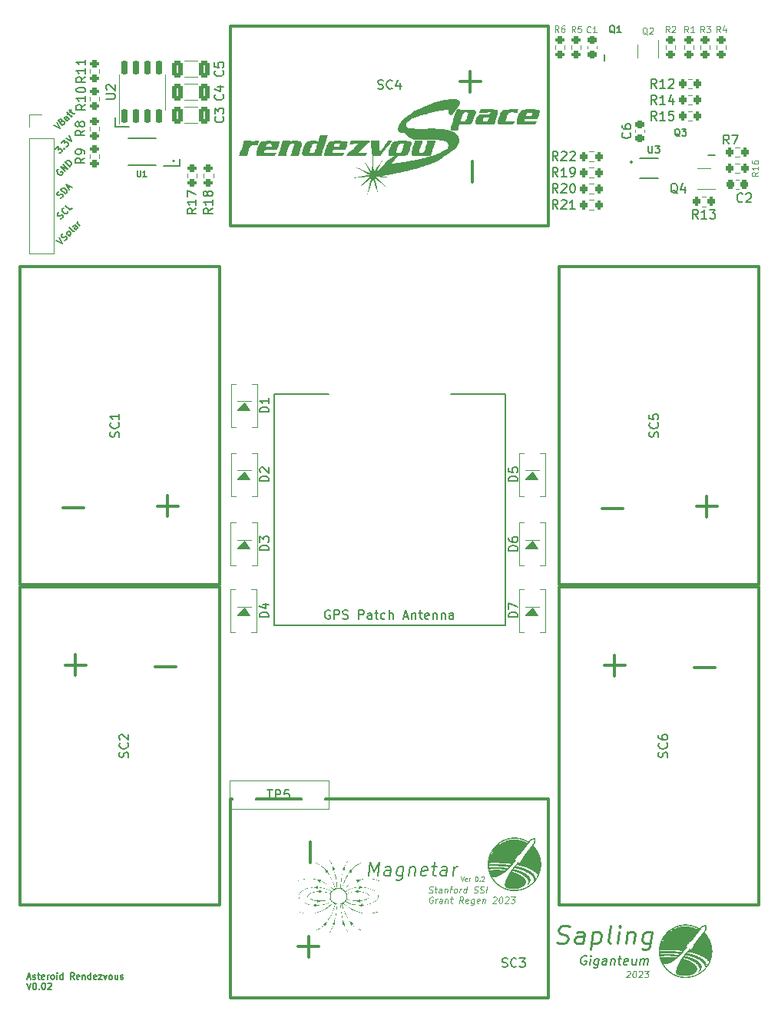
<source format=gto>
%TF.GenerationSoftware,KiCad,Pcbnew,(6.0.5)*%
%TF.CreationDate,2023-01-23T16:51:02-08:00*%
%TF.ProjectId,X_Y_Panels,585f595f-5061-46e6-956c-732e6b696361,rev?*%
%TF.SameCoordinates,Original*%
%TF.FileFunction,Legend,Top*%
%TF.FilePolarity,Positive*%
%FSLAX46Y46*%
G04 Gerber Fmt 4.6, Leading zero omitted, Abs format (unit mm)*
G04 Created by KiCad (PCBNEW (6.0.5)) date 2023-01-23 16:51:02*
%MOMM*%
%LPD*%
G01*
G04 APERTURE LIST*
G04 Aperture macros list*
%AMRoundRect*
0 Rectangle with rounded corners*
0 $1 Rounding radius*
0 $2 $3 $4 $5 $6 $7 $8 $9 X,Y pos of 4 corners*
0 Add a 4 corners polygon primitive as box body*
4,1,4,$2,$3,$4,$5,$6,$7,$8,$9,$2,$3,0*
0 Add four circle primitives for the rounded corners*
1,1,$1+$1,$2,$3*
1,1,$1+$1,$4,$5*
1,1,$1+$1,$6,$7*
1,1,$1+$1,$8,$9*
0 Add four rect primitives between the rounded corners*
20,1,$1+$1,$2,$3,$4,$5,0*
20,1,$1+$1,$4,$5,$6,$7,0*
20,1,$1+$1,$6,$7,$8,$9,0*
20,1,$1+$1,$8,$9,$2,$3,0*%
G04 Aperture macros list end*
%ADD10C,0.100000*%
%ADD11C,0.250000*%
%ADD12C,0.180000*%
%ADD13C,0.150000*%
%ADD14C,0.200000*%
%ADD15C,0.300000*%
%ADD16C,0.127000*%
%ADD17C,0.120000*%
%ADD18C,0.010000*%
%ADD19RoundRect,0.200000X-0.200000X-0.275000X0.200000X-0.275000X0.200000X0.275000X-0.200000X0.275000X0*%
%ADD20RoundRect,0.200000X0.200000X0.275000X-0.200000X0.275000X-0.200000X-0.275000X0.200000X-0.275000X0*%
%ADD21RoundRect,0.200000X0.275000X-0.200000X0.275000X0.200000X-0.275000X0.200000X-0.275000X-0.200000X0*%
%ADD22RoundRect,0.225000X0.250000X-0.225000X0.250000X0.225000X-0.250000X0.225000X-0.250000X-0.225000X0*%
%ADD23C,3.000000*%
%ADD24R,0.740000X0.270000*%
%ADD25R,0.650000X1.350000*%
%ADD26RoundRect,0.200000X-0.275000X0.200000X-0.275000X-0.200000X0.275000X-0.200000X0.275000X0.200000X0*%
%ADD27RoundRect,0.250000X0.325000X0.650000X-0.325000X0.650000X-0.325000X-0.650000X0.325000X-0.650000X0*%
%ADD28C,3.800000*%
%ADD29C,2.600000*%
%ADD30RoundRect,0.250000X-0.325000X-0.650000X0.325000X-0.650000X0.325000X0.650000X-0.325000X0.650000X0*%
%ADD31R,0.600000X0.400000*%
%ADD32RoundRect,0.150000X0.150000X-0.650000X0.150000X0.650000X-0.150000X0.650000X-0.150000X-0.650000X0*%
%ADD33R,3.200000X2.400000*%
%ADD34R,1.700000X2.500000*%
%ADD35RoundRect,0.225000X-0.225000X-0.250000X0.225000X-0.250000X0.225000X0.250000X-0.225000X0.250000X0*%
%ADD36R,1.570000X1.880000*%
%ADD37R,1.700000X1.700000*%
%ADD38O,1.700000X1.700000*%
%ADD39R,0.650000X0.400000*%
%ADD40R,0.400000X0.650000*%
%ADD41R,0.400000X0.600000*%
G04 APERTURE END LIST*
D10*
X168429666Y-142939333D02*
X168467166Y-142906000D01*
X168538000Y-142872666D01*
X168704666Y-142872666D01*
X168767166Y-142906000D01*
X168796333Y-142939333D01*
X168821333Y-143006000D01*
X168813000Y-143072666D01*
X168767166Y-143172666D01*
X168317166Y-143572666D01*
X168750500Y-143572666D01*
X169271333Y-142872666D02*
X169338000Y-142872666D01*
X169400500Y-142906000D01*
X169429666Y-142939333D01*
X169454666Y-143006000D01*
X169471333Y-143139333D01*
X169450500Y-143306000D01*
X169400500Y-143439333D01*
X169358833Y-143506000D01*
X169321333Y-143539333D01*
X169250500Y-143572666D01*
X169183833Y-143572666D01*
X169121333Y-143539333D01*
X169092166Y-143506000D01*
X169067166Y-143439333D01*
X169050500Y-143306000D01*
X169071333Y-143139333D01*
X169121333Y-143006000D01*
X169163000Y-142939333D01*
X169200500Y-142906000D01*
X169271333Y-142872666D01*
X169763000Y-142939333D02*
X169800500Y-142906000D01*
X169871333Y-142872666D01*
X170038000Y-142872666D01*
X170100500Y-142906000D01*
X170129666Y-142939333D01*
X170154666Y-143006000D01*
X170146333Y-143072666D01*
X170100500Y-143172666D01*
X169650500Y-143572666D01*
X170083833Y-143572666D01*
X170404666Y-142872666D02*
X170838000Y-142872666D01*
X170571333Y-143139333D01*
X170671333Y-143139333D01*
X170733833Y-143172666D01*
X170763000Y-143206000D01*
X170788000Y-143272666D01*
X170767166Y-143439333D01*
X170725500Y-143506000D01*
X170688000Y-143539333D01*
X170617166Y-143572666D01*
X170417166Y-143572666D01*
X170354666Y-143539333D01*
X170325500Y-143506000D01*
D11*
X160748083Y-139747523D02*
X161021892Y-139842761D01*
X161498083Y-139842761D01*
X161700464Y-139747523D01*
X161807607Y-139652285D01*
X161926654Y-139461809D01*
X161950464Y-139271333D01*
X161879035Y-139080857D01*
X161795702Y-138985619D01*
X161617130Y-138890380D01*
X161248083Y-138795142D01*
X161069511Y-138699904D01*
X160986178Y-138604666D01*
X160914750Y-138414190D01*
X160938559Y-138223714D01*
X161057607Y-138033238D01*
X161164750Y-137938000D01*
X161367130Y-137842761D01*
X161843321Y-137842761D01*
X162117130Y-137938000D01*
X163593321Y-139842761D02*
X163724273Y-138795142D01*
X163652845Y-138604666D01*
X163474273Y-138509428D01*
X163093321Y-138509428D01*
X162890940Y-138604666D01*
X163605226Y-139747523D02*
X163402845Y-139842761D01*
X162926654Y-139842761D01*
X162748083Y-139747523D01*
X162676654Y-139557047D01*
X162700464Y-139366571D01*
X162819511Y-139176095D01*
X163021892Y-139080857D01*
X163498083Y-139080857D01*
X163700464Y-138985619D01*
X164712369Y-138509428D02*
X164462369Y-140509428D01*
X164700464Y-138604666D02*
X164902845Y-138509428D01*
X165283797Y-138509428D01*
X165462369Y-138604666D01*
X165545702Y-138699904D01*
X165617130Y-138890380D01*
X165545702Y-139461809D01*
X165426654Y-139652285D01*
X165319511Y-139747523D01*
X165117130Y-139842761D01*
X164736178Y-139842761D01*
X164557607Y-139747523D01*
X166640940Y-139842761D02*
X166462369Y-139747523D01*
X166390940Y-139557047D01*
X166605226Y-137842761D01*
X167402845Y-139842761D02*
X167569511Y-138509428D01*
X167652845Y-137842761D02*
X167545702Y-137938000D01*
X167629035Y-138033238D01*
X167736178Y-137938000D01*
X167652845Y-137842761D01*
X167629035Y-138033238D01*
X168521892Y-138509428D02*
X168355226Y-139842761D01*
X168498083Y-138699904D02*
X168605226Y-138604666D01*
X168807607Y-138509428D01*
X169093321Y-138509428D01*
X169271892Y-138604666D01*
X169343321Y-138795142D01*
X169212369Y-139842761D01*
X171188559Y-138509428D02*
X170986178Y-140128476D01*
X170867130Y-140318952D01*
X170759988Y-140414190D01*
X170557607Y-140509428D01*
X170271892Y-140509428D01*
X170093321Y-140414190D01*
X171033797Y-139747523D02*
X170831416Y-139842761D01*
X170450464Y-139842761D01*
X170271892Y-139747523D01*
X170188559Y-139652285D01*
X170117130Y-139461809D01*
X170188559Y-138890380D01*
X170307607Y-138699904D01*
X170414750Y-138604666D01*
X170617130Y-138509428D01*
X170998083Y-138509428D01*
X171176654Y-138604666D01*
D12*
X163989708Y-141232000D02*
X163900422Y-141184380D01*
X163757565Y-141184380D01*
X163608755Y-141232000D01*
X163501613Y-141327238D01*
X163442089Y-141422476D01*
X163370660Y-141612952D01*
X163352803Y-141755809D01*
X163376613Y-141946285D01*
X163412327Y-142041523D01*
X163495660Y-142136761D01*
X163632565Y-142184380D01*
X163727803Y-142184380D01*
X163876613Y-142136761D01*
X163930184Y-142089142D01*
X163971851Y-141755809D01*
X163781375Y-141755809D01*
X164346851Y-142184380D02*
X164430184Y-141517714D01*
X164471851Y-141184380D02*
X164418279Y-141232000D01*
X164459946Y-141279619D01*
X164513517Y-141232000D01*
X164471851Y-141184380D01*
X164459946Y-141279619D01*
X165334946Y-141517714D02*
X165233755Y-142327238D01*
X165174232Y-142422476D01*
X165120660Y-142470095D01*
X165019470Y-142517714D01*
X164876613Y-142517714D01*
X164787327Y-142470095D01*
X165257565Y-142136761D02*
X165156375Y-142184380D01*
X164965898Y-142184380D01*
X164876613Y-142136761D01*
X164834946Y-142089142D01*
X164799232Y-141993904D01*
X164834946Y-141708190D01*
X164894470Y-141612952D01*
X164948041Y-141565333D01*
X165049232Y-141517714D01*
X165239708Y-141517714D01*
X165328994Y-141565333D01*
X166156375Y-142184380D02*
X166221851Y-141660571D01*
X166186136Y-141565333D01*
X166096851Y-141517714D01*
X165906375Y-141517714D01*
X165805184Y-141565333D01*
X166162327Y-142136761D02*
X166061136Y-142184380D01*
X165823041Y-142184380D01*
X165733755Y-142136761D01*
X165698041Y-142041523D01*
X165709946Y-141946285D01*
X165769470Y-141851047D01*
X165870660Y-141803428D01*
X166108755Y-141803428D01*
X166209946Y-141755809D01*
X166715898Y-141517714D02*
X166632565Y-142184380D01*
X166703994Y-141612952D02*
X166757565Y-141565333D01*
X166858755Y-141517714D01*
X167001613Y-141517714D01*
X167090898Y-141565333D01*
X167126613Y-141660571D01*
X167061136Y-142184380D01*
X167477803Y-141517714D02*
X167858755Y-141517714D01*
X167662327Y-141184380D02*
X167555184Y-142041523D01*
X167590898Y-142136761D01*
X167680184Y-142184380D01*
X167775422Y-142184380D01*
X168495660Y-142136761D02*
X168394470Y-142184380D01*
X168203994Y-142184380D01*
X168114708Y-142136761D01*
X168078994Y-142041523D01*
X168126613Y-141660571D01*
X168186136Y-141565333D01*
X168287327Y-141517714D01*
X168477803Y-141517714D01*
X168567089Y-141565333D01*
X168602803Y-141660571D01*
X168590898Y-141755809D01*
X168102803Y-141851047D01*
X169477803Y-141517714D02*
X169394470Y-142184380D01*
X169049232Y-141517714D02*
X168983755Y-142041523D01*
X169019470Y-142136761D01*
X169108755Y-142184380D01*
X169251613Y-142184380D01*
X169352803Y-142136761D01*
X169406375Y-142089142D01*
X169870660Y-142184380D02*
X169953994Y-141517714D01*
X169942089Y-141612952D02*
X169995660Y-141565333D01*
X170096851Y-141517714D01*
X170239708Y-141517714D01*
X170328994Y-141565333D01*
X170364708Y-141660571D01*
X170299232Y-142184380D01*
X170364708Y-141660571D02*
X170424232Y-141565333D01*
X170525422Y-141517714D01*
X170668279Y-141517714D01*
X170757565Y-141565333D01*
X170793279Y-141660571D01*
X170727803Y-142184380D01*
D13*
X102338833Y-143571166D02*
X102672166Y-143571166D01*
X102272166Y-143771166D02*
X102505500Y-143071166D01*
X102738833Y-143771166D01*
X102938833Y-143737833D02*
X103005500Y-143771166D01*
X103138833Y-143771166D01*
X103205500Y-143737833D01*
X103238833Y-143671166D01*
X103238833Y-143637833D01*
X103205500Y-143571166D01*
X103138833Y-143537833D01*
X103038833Y-143537833D01*
X102972166Y-143504500D01*
X102938833Y-143437833D01*
X102938833Y-143404500D01*
X102972166Y-143337833D01*
X103038833Y-143304500D01*
X103138833Y-143304500D01*
X103205500Y-143337833D01*
X103438833Y-143304500D02*
X103705500Y-143304500D01*
X103538833Y-143071166D02*
X103538833Y-143671166D01*
X103572166Y-143737833D01*
X103638833Y-143771166D01*
X103705500Y-143771166D01*
X104205500Y-143737833D02*
X104138833Y-143771166D01*
X104005500Y-143771166D01*
X103938833Y-143737833D01*
X103905500Y-143671166D01*
X103905500Y-143404500D01*
X103938833Y-143337833D01*
X104005500Y-143304500D01*
X104138833Y-143304500D01*
X104205500Y-143337833D01*
X104238833Y-143404500D01*
X104238833Y-143471166D01*
X103905500Y-143537833D01*
X104538833Y-143771166D02*
X104538833Y-143304500D01*
X104538833Y-143437833D02*
X104572166Y-143371166D01*
X104605500Y-143337833D01*
X104672166Y-143304500D01*
X104738833Y-143304500D01*
X105072166Y-143771166D02*
X105005500Y-143737833D01*
X104972166Y-143704500D01*
X104938833Y-143637833D01*
X104938833Y-143437833D01*
X104972166Y-143371166D01*
X105005500Y-143337833D01*
X105072166Y-143304500D01*
X105172166Y-143304500D01*
X105238833Y-143337833D01*
X105272166Y-143371166D01*
X105305500Y-143437833D01*
X105305500Y-143637833D01*
X105272166Y-143704500D01*
X105238833Y-143737833D01*
X105172166Y-143771166D01*
X105072166Y-143771166D01*
X105605500Y-143771166D02*
X105605500Y-143304500D01*
X105605500Y-143071166D02*
X105572166Y-143104500D01*
X105605500Y-143137833D01*
X105638833Y-143104500D01*
X105605500Y-143071166D01*
X105605500Y-143137833D01*
X106238833Y-143771166D02*
X106238833Y-143071166D01*
X106238833Y-143737833D02*
X106172166Y-143771166D01*
X106038833Y-143771166D01*
X105972166Y-143737833D01*
X105938833Y-143704500D01*
X105905500Y-143637833D01*
X105905500Y-143437833D01*
X105938833Y-143371166D01*
X105972166Y-143337833D01*
X106038833Y-143304500D01*
X106172166Y-143304500D01*
X106238833Y-143337833D01*
X107505500Y-143771166D02*
X107272166Y-143437833D01*
X107105500Y-143771166D02*
X107105500Y-143071166D01*
X107372166Y-143071166D01*
X107438833Y-143104500D01*
X107472166Y-143137833D01*
X107505500Y-143204500D01*
X107505500Y-143304500D01*
X107472166Y-143371166D01*
X107438833Y-143404500D01*
X107372166Y-143437833D01*
X107105500Y-143437833D01*
X108072166Y-143737833D02*
X108005500Y-143771166D01*
X107872166Y-143771166D01*
X107805500Y-143737833D01*
X107772166Y-143671166D01*
X107772166Y-143404500D01*
X107805500Y-143337833D01*
X107872166Y-143304500D01*
X108005500Y-143304500D01*
X108072166Y-143337833D01*
X108105500Y-143404500D01*
X108105500Y-143471166D01*
X107772166Y-143537833D01*
X108405500Y-143304500D02*
X108405500Y-143771166D01*
X108405500Y-143371166D02*
X108438833Y-143337833D01*
X108505500Y-143304500D01*
X108605500Y-143304500D01*
X108672166Y-143337833D01*
X108705500Y-143404500D01*
X108705500Y-143771166D01*
X109338833Y-143771166D02*
X109338833Y-143071166D01*
X109338833Y-143737833D02*
X109272166Y-143771166D01*
X109138833Y-143771166D01*
X109072166Y-143737833D01*
X109038833Y-143704500D01*
X109005500Y-143637833D01*
X109005500Y-143437833D01*
X109038833Y-143371166D01*
X109072166Y-143337833D01*
X109138833Y-143304500D01*
X109272166Y-143304500D01*
X109338833Y-143337833D01*
X109938833Y-143737833D02*
X109872166Y-143771166D01*
X109738833Y-143771166D01*
X109672166Y-143737833D01*
X109638833Y-143671166D01*
X109638833Y-143404500D01*
X109672166Y-143337833D01*
X109738833Y-143304500D01*
X109872166Y-143304500D01*
X109938833Y-143337833D01*
X109972166Y-143404500D01*
X109972166Y-143471166D01*
X109638833Y-143537833D01*
X110205500Y-143304500D02*
X110572166Y-143304500D01*
X110205500Y-143771166D01*
X110572166Y-143771166D01*
X110772166Y-143304500D02*
X110938833Y-143771166D01*
X111105500Y-143304500D01*
X111472166Y-143771166D02*
X111405500Y-143737833D01*
X111372166Y-143704500D01*
X111338833Y-143637833D01*
X111338833Y-143437833D01*
X111372166Y-143371166D01*
X111405500Y-143337833D01*
X111472166Y-143304500D01*
X111572166Y-143304500D01*
X111638833Y-143337833D01*
X111672166Y-143371166D01*
X111705500Y-143437833D01*
X111705500Y-143637833D01*
X111672166Y-143704500D01*
X111638833Y-143737833D01*
X111572166Y-143771166D01*
X111472166Y-143771166D01*
X112305500Y-143304500D02*
X112305500Y-143771166D01*
X112005500Y-143304500D02*
X112005500Y-143671166D01*
X112038833Y-143737833D01*
X112105500Y-143771166D01*
X112205500Y-143771166D01*
X112272166Y-143737833D01*
X112305500Y-143704500D01*
X112605500Y-143737833D02*
X112672166Y-143771166D01*
X112805500Y-143771166D01*
X112872166Y-143737833D01*
X112905500Y-143671166D01*
X112905500Y-143637833D01*
X112872166Y-143571166D01*
X112805500Y-143537833D01*
X112705500Y-143537833D01*
X112638833Y-143504500D01*
X112605500Y-143437833D01*
X112605500Y-143404500D01*
X112638833Y-143337833D01*
X112705500Y-143304500D01*
X112805500Y-143304500D01*
X112872166Y-143337833D01*
X102272166Y-144198166D02*
X102505500Y-144898166D01*
X102738833Y-144198166D01*
X103105500Y-144198166D02*
X103172166Y-144198166D01*
X103238833Y-144231500D01*
X103272166Y-144264833D01*
X103305500Y-144331500D01*
X103338833Y-144464833D01*
X103338833Y-144631500D01*
X103305500Y-144764833D01*
X103272166Y-144831500D01*
X103238833Y-144864833D01*
X103172166Y-144898166D01*
X103105500Y-144898166D01*
X103038833Y-144864833D01*
X103005500Y-144831500D01*
X102972166Y-144764833D01*
X102938833Y-144631500D01*
X102938833Y-144464833D01*
X102972166Y-144331500D01*
X103005500Y-144264833D01*
X103038833Y-144231500D01*
X103105500Y-144198166D01*
X103638833Y-144831500D02*
X103672166Y-144864833D01*
X103638833Y-144898166D01*
X103605500Y-144864833D01*
X103638833Y-144831500D01*
X103638833Y-144898166D01*
X104105500Y-144198166D02*
X104172166Y-144198166D01*
X104238833Y-144231500D01*
X104272166Y-144264833D01*
X104305500Y-144331500D01*
X104338833Y-144464833D01*
X104338833Y-144631500D01*
X104305500Y-144764833D01*
X104272166Y-144831500D01*
X104238833Y-144864833D01*
X104172166Y-144898166D01*
X104105500Y-144898166D01*
X104038833Y-144864833D01*
X104005500Y-144831500D01*
X103972166Y-144764833D01*
X103938833Y-144631500D01*
X103938833Y-144464833D01*
X103972166Y-144331500D01*
X104005500Y-144264833D01*
X104038833Y-144231500D01*
X104105500Y-144198166D01*
X104605500Y-144264833D02*
X104638833Y-144231500D01*
X104705500Y-144198166D01*
X104872166Y-144198166D01*
X104938833Y-144231500D01*
X104972166Y-144264833D01*
X105005500Y-144331500D01*
X105005500Y-144398166D01*
X104972166Y-144498166D01*
X104572166Y-144898166D01*
X105005500Y-144898166D01*
X112014000Y-49784000D02*
X112014000Y-48768000D01*
X113538000Y-49784000D02*
X112014000Y-49784000D01*
X119126000Y-54102000D02*
X119126000Y-53340000D01*
X117348000Y-54102000D02*
X119126000Y-54102000D01*
X129542000Y-79247997D02*
X135542000Y-79247997D01*
X149042000Y-79247997D02*
X155042000Y-79247997D01*
X129542000Y-104747997D02*
X155042000Y-104747997D01*
X155042000Y-104747997D02*
X155042000Y-79247997D01*
X129542000Y-104747997D02*
X129542000Y-79247997D01*
D10*
X146588666Y-134229833D02*
X146684500Y-134263166D01*
X146851166Y-134263166D01*
X146922000Y-134229833D01*
X146959500Y-134196500D01*
X147001166Y-134129833D01*
X147009500Y-134063166D01*
X146984500Y-133996500D01*
X146955333Y-133963166D01*
X146892833Y-133929833D01*
X146763666Y-133896500D01*
X146701166Y-133863166D01*
X146672000Y-133829833D01*
X146647000Y-133763166D01*
X146655333Y-133696500D01*
X146697000Y-133629833D01*
X146734500Y-133596500D01*
X146805333Y-133563166D01*
X146972000Y-133563166D01*
X147067833Y-133596500D01*
X147242833Y-133796500D02*
X147509500Y-133796500D01*
X147372000Y-133563166D02*
X147297000Y-134163166D01*
X147322000Y-134229833D01*
X147384500Y-134263166D01*
X147451166Y-134263166D01*
X147984500Y-134263166D02*
X148030333Y-133896500D01*
X148005333Y-133829833D01*
X147942833Y-133796500D01*
X147809500Y-133796500D01*
X147738666Y-133829833D01*
X147988666Y-134229833D02*
X147917833Y-134263166D01*
X147751166Y-134263166D01*
X147688666Y-134229833D01*
X147663666Y-134163166D01*
X147672000Y-134096500D01*
X147713666Y-134029833D01*
X147784500Y-133996500D01*
X147951166Y-133996500D01*
X148022000Y-133963166D01*
X148376166Y-133796500D02*
X148317833Y-134263166D01*
X148367833Y-133863166D02*
X148405333Y-133829833D01*
X148476166Y-133796500D01*
X148576166Y-133796500D01*
X148638666Y-133829833D01*
X148663666Y-133896500D01*
X148617833Y-134263166D01*
X148909500Y-133796500D02*
X149176166Y-133796500D01*
X148951166Y-134263166D02*
X149026166Y-133663166D01*
X149067833Y-133596500D01*
X149138666Y-133563166D01*
X149205333Y-133563166D01*
X149451166Y-134263166D02*
X149388666Y-134229833D01*
X149359500Y-134196500D01*
X149334500Y-134129833D01*
X149359500Y-133929833D01*
X149401166Y-133863166D01*
X149438666Y-133829833D01*
X149509500Y-133796500D01*
X149609500Y-133796500D01*
X149672000Y-133829833D01*
X149701166Y-133863166D01*
X149726166Y-133929833D01*
X149701166Y-134129833D01*
X149659500Y-134196500D01*
X149622000Y-134229833D01*
X149551166Y-134263166D01*
X149451166Y-134263166D01*
X149984500Y-134263166D02*
X150042833Y-133796500D01*
X150026166Y-133929833D02*
X150067833Y-133863166D01*
X150105333Y-133829833D01*
X150176166Y-133796500D01*
X150242833Y-133796500D01*
X150717833Y-134263166D02*
X150805333Y-133563166D01*
X150722000Y-134229833D02*
X150651166Y-134263166D01*
X150517833Y-134263166D01*
X150455333Y-134229833D01*
X150426166Y-134196500D01*
X150401166Y-134129833D01*
X150426166Y-133929833D01*
X150467833Y-133863166D01*
X150505333Y-133829833D01*
X150576166Y-133796500D01*
X150709500Y-133796500D01*
X150772000Y-133829833D01*
X151555333Y-134229833D02*
X151651166Y-134263166D01*
X151817833Y-134263166D01*
X151888666Y-134229833D01*
X151926166Y-134196500D01*
X151967833Y-134129833D01*
X151976166Y-134063166D01*
X151951166Y-133996500D01*
X151922000Y-133963166D01*
X151859500Y-133929833D01*
X151730333Y-133896500D01*
X151667833Y-133863166D01*
X151638666Y-133829833D01*
X151613666Y-133763166D01*
X151622000Y-133696500D01*
X151663666Y-133629833D01*
X151701166Y-133596500D01*
X151772000Y-133563166D01*
X151938666Y-133563166D01*
X152034500Y-133596500D01*
X152222000Y-134229833D02*
X152317833Y-134263166D01*
X152484500Y-134263166D01*
X152555333Y-134229833D01*
X152592833Y-134196500D01*
X152634500Y-134129833D01*
X152642833Y-134063166D01*
X152617833Y-133996500D01*
X152588666Y-133963166D01*
X152526166Y-133929833D01*
X152397000Y-133896500D01*
X152334500Y-133863166D01*
X152305333Y-133829833D01*
X152280333Y-133763166D01*
X152288666Y-133696500D01*
X152330333Y-133629833D01*
X152367833Y-133596500D01*
X152438666Y-133563166D01*
X152605333Y-133563166D01*
X152701166Y-133596500D01*
X152917833Y-134263166D02*
X153005333Y-133563166D01*
X147067833Y-134723500D02*
X147005333Y-134690166D01*
X146905333Y-134690166D01*
X146801166Y-134723500D01*
X146726166Y-134790166D01*
X146684500Y-134856833D01*
X146634500Y-134990166D01*
X146622000Y-135090166D01*
X146638666Y-135223500D01*
X146663666Y-135290166D01*
X146722000Y-135356833D01*
X146817833Y-135390166D01*
X146884500Y-135390166D01*
X146988666Y-135356833D01*
X147026166Y-135323500D01*
X147055333Y-135090166D01*
X146922000Y-135090166D01*
X147317833Y-135390166D02*
X147376166Y-134923500D01*
X147359500Y-135056833D02*
X147401166Y-134990166D01*
X147438666Y-134956833D01*
X147509500Y-134923500D01*
X147576166Y-134923500D01*
X148051166Y-135390166D02*
X148097000Y-135023500D01*
X148072000Y-134956833D01*
X148009500Y-134923500D01*
X147876166Y-134923500D01*
X147805333Y-134956833D01*
X148055333Y-135356833D02*
X147984500Y-135390166D01*
X147817833Y-135390166D01*
X147755333Y-135356833D01*
X147730333Y-135290166D01*
X147738666Y-135223500D01*
X147780333Y-135156833D01*
X147851166Y-135123500D01*
X148017833Y-135123500D01*
X148088666Y-135090166D01*
X148442833Y-134923500D02*
X148384500Y-135390166D01*
X148434500Y-134990166D02*
X148472000Y-134956833D01*
X148542833Y-134923500D01*
X148642833Y-134923500D01*
X148705333Y-134956833D01*
X148730333Y-135023500D01*
X148684500Y-135390166D01*
X148976166Y-134923500D02*
X149242833Y-134923500D01*
X149105333Y-134690166D02*
X149030333Y-135290166D01*
X149055333Y-135356833D01*
X149117833Y-135390166D01*
X149184500Y-135390166D01*
X150351166Y-135390166D02*
X150159500Y-135056833D01*
X149951166Y-135390166D02*
X150038666Y-134690166D01*
X150305333Y-134690166D01*
X150367833Y-134723500D01*
X150397000Y-134756833D01*
X150422000Y-134823500D01*
X150409500Y-134923500D01*
X150367833Y-134990166D01*
X150330333Y-135023500D01*
X150259500Y-135056833D01*
X149992833Y-135056833D01*
X150922000Y-135356833D02*
X150851166Y-135390166D01*
X150717833Y-135390166D01*
X150655333Y-135356833D01*
X150630333Y-135290166D01*
X150663666Y-135023500D01*
X150705333Y-134956833D01*
X150776166Y-134923500D01*
X150909500Y-134923500D01*
X150972000Y-134956833D01*
X150997000Y-135023500D01*
X150988666Y-135090166D01*
X150647000Y-135156833D01*
X151609500Y-134923500D02*
X151538666Y-135490166D01*
X151497000Y-135556833D01*
X151459500Y-135590166D01*
X151388666Y-135623500D01*
X151288666Y-135623500D01*
X151226166Y-135590166D01*
X151555333Y-135356833D02*
X151484500Y-135390166D01*
X151351166Y-135390166D01*
X151288666Y-135356833D01*
X151259500Y-135323500D01*
X151234500Y-135256833D01*
X151259500Y-135056833D01*
X151301166Y-134990166D01*
X151338666Y-134956833D01*
X151409500Y-134923500D01*
X151542833Y-134923500D01*
X151605333Y-134956833D01*
X152155333Y-135356833D02*
X152084500Y-135390166D01*
X151951166Y-135390166D01*
X151888666Y-135356833D01*
X151863666Y-135290166D01*
X151897000Y-135023500D01*
X151938666Y-134956833D01*
X152009500Y-134923500D01*
X152142833Y-134923500D01*
X152205333Y-134956833D01*
X152230333Y-135023500D01*
X152222000Y-135090166D01*
X151880333Y-135156833D01*
X152542833Y-134923500D02*
X152484500Y-135390166D01*
X152534500Y-134990166D02*
X152572000Y-134956833D01*
X152642833Y-134923500D01*
X152742833Y-134923500D01*
X152805333Y-134956833D01*
X152830333Y-135023500D01*
X152784500Y-135390166D01*
X153697000Y-134756833D02*
X153734500Y-134723500D01*
X153805333Y-134690166D01*
X153972000Y-134690166D01*
X154034500Y-134723500D01*
X154063666Y-134756833D01*
X154088666Y-134823500D01*
X154080333Y-134890166D01*
X154034500Y-134990166D01*
X153584500Y-135390166D01*
X154017833Y-135390166D01*
X154538666Y-134690166D02*
X154605333Y-134690166D01*
X154667833Y-134723500D01*
X154697000Y-134756833D01*
X154722000Y-134823500D01*
X154738666Y-134956833D01*
X154717833Y-135123500D01*
X154667833Y-135256833D01*
X154626166Y-135323500D01*
X154588666Y-135356833D01*
X154517833Y-135390166D01*
X154451166Y-135390166D01*
X154388666Y-135356833D01*
X154359500Y-135323500D01*
X154334500Y-135256833D01*
X154317833Y-135123500D01*
X154338666Y-134956833D01*
X154388666Y-134823500D01*
X154430333Y-134756833D01*
X154467833Y-134723500D01*
X154538666Y-134690166D01*
X155030333Y-134756833D02*
X155067833Y-134723500D01*
X155138666Y-134690166D01*
X155305333Y-134690166D01*
X155367833Y-134723500D01*
X155397000Y-134756833D01*
X155422000Y-134823500D01*
X155413666Y-134890166D01*
X155367833Y-134990166D01*
X154917833Y-135390166D01*
X155351166Y-135390166D01*
X155672000Y-134690166D02*
X156105333Y-134690166D01*
X155838666Y-134956833D01*
X155938666Y-134956833D01*
X156001166Y-134990166D01*
X156030333Y-135023500D01*
X156055333Y-135090166D01*
X156034500Y-135256833D01*
X155992833Y-135323500D01*
X155955333Y-135356833D01*
X155884500Y-135390166D01*
X155684500Y-135390166D01*
X155622000Y-135356833D01*
X155592833Y-135323500D01*
D13*
X135692380Y-103132000D02*
X135597142Y-103084380D01*
X135454285Y-103084380D01*
X135311428Y-103132000D01*
X135216190Y-103227238D01*
X135168571Y-103322476D01*
X135120952Y-103512952D01*
X135120952Y-103655809D01*
X135168571Y-103846285D01*
X135216190Y-103941523D01*
X135311428Y-104036761D01*
X135454285Y-104084380D01*
X135549523Y-104084380D01*
X135692380Y-104036761D01*
X135740000Y-103989142D01*
X135740000Y-103655809D01*
X135549523Y-103655809D01*
X136168571Y-104084380D02*
X136168571Y-103084380D01*
X136549523Y-103084380D01*
X136644761Y-103132000D01*
X136692380Y-103179619D01*
X136740000Y-103274857D01*
X136740000Y-103417714D01*
X136692380Y-103512952D01*
X136644761Y-103560571D01*
X136549523Y-103608190D01*
X136168571Y-103608190D01*
X137120952Y-104036761D02*
X137263809Y-104084380D01*
X137501904Y-104084380D01*
X137597142Y-104036761D01*
X137644761Y-103989142D01*
X137692380Y-103893904D01*
X137692380Y-103798666D01*
X137644761Y-103703428D01*
X137597142Y-103655809D01*
X137501904Y-103608190D01*
X137311428Y-103560571D01*
X137216190Y-103512952D01*
X137168571Y-103465333D01*
X137120952Y-103370095D01*
X137120952Y-103274857D01*
X137168571Y-103179619D01*
X137216190Y-103132000D01*
X137311428Y-103084380D01*
X137549523Y-103084380D01*
X137692380Y-103132000D01*
X138882857Y-104084380D02*
X138882857Y-103084380D01*
X139263809Y-103084380D01*
X139359047Y-103132000D01*
X139406666Y-103179619D01*
X139454285Y-103274857D01*
X139454285Y-103417714D01*
X139406666Y-103512952D01*
X139359047Y-103560571D01*
X139263809Y-103608190D01*
X138882857Y-103608190D01*
X140311428Y-104084380D02*
X140311428Y-103560571D01*
X140263809Y-103465333D01*
X140168571Y-103417714D01*
X139978095Y-103417714D01*
X139882857Y-103465333D01*
X140311428Y-104036761D02*
X140216190Y-104084380D01*
X139978095Y-104084380D01*
X139882857Y-104036761D01*
X139835238Y-103941523D01*
X139835238Y-103846285D01*
X139882857Y-103751047D01*
X139978095Y-103703428D01*
X140216190Y-103703428D01*
X140311428Y-103655809D01*
X140644761Y-103417714D02*
X141025714Y-103417714D01*
X140787619Y-103084380D02*
X140787619Y-103941523D01*
X140835238Y-104036761D01*
X140930476Y-104084380D01*
X141025714Y-104084380D01*
X141787619Y-104036761D02*
X141692380Y-104084380D01*
X141501904Y-104084380D01*
X141406666Y-104036761D01*
X141359047Y-103989142D01*
X141311428Y-103893904D01*
X141311428Y-103608190D01*
X141359047Y-103512952D01*
X141406666Y-103465333D01*
X141501904Y-103417714D01*
X141692380Y-103417714D01*
X141787619Y-103465333D01*
X142216190Y-104084380D02*
X142216190Y-103084380D01*
X142644761Y-104084380D02*
X142644761Y-103560571D01*
X142597142Y-103465333D01*
X142501904Y-103417714D01*
X142359047Y-103417714D01*
X142263809Y-103465333D01*
X142216190Y-103512952D01*
X143835238Y-103798666D02*
X144311428Y-103798666D01*
X143740000Y-104084380D02*
X144073333Y-103084380D01*
X144406666Y-104084380D01*
X144740000Y-103417714D02*
X144740000Y-104084380D01*
X144740000Y-103512952D02*
X144787619Y-103465333D01*
X144882857Y-103417714D01*
X145025714Y-103417714D01*
X145120952Y-103465333D01*
X145168571Y-103560571D01*
X145168571Y-104084380D01*
X145501904Y-103417714D02*
X145882857Y-103417714D01*
X145644761Y-103084380D02*
X145644761Y-103941523D01*
X145692380Y-104036761D01*
X145787619Y-104084380D01*
X145882857Y-104084380D01*
X146597142Y-104036761D02*
X146501904Y-104084380D01*
X146311428Y-104084380D01*
X146216190Y-104036761D01*
X146168571Y-103941523D01*
X146168571Y-103560571D01*
X146216190Y-103465333D01*
X146311428Y-103417714D01*
X146501904Y-103417714D01*
X146597142Y-103465333D01*
X146644761Y-103560571D01*
X146644761Y-103655809D01*
X146168571Y-103751047D01*
X147073333Y-103417714D02*
X147073333Y-104084380D01*
X147073333Y-103512952D02*
X147120952Y-103465333D01*
X147216190Y-103417714D01*
X147359047Y-103417714D01*
X147454285Y-103465333D01*
X147501904Y-103560571D01*
X147501904Y-104084380D01*
X147978095Y-103417714D02*
X147978095Y-104084380D01*
X147978095Y-103512952D02*
X148025714Y-103465333D01*
X148120952Y-103417714D01*
X148263809Y-103417714D01*
X148359047Y-103465333D01*
X148406666Y-103560571D01*
X148406666Y-104084380D01*
X149311428Y-104084380D02*
X149311428Y-103560571D01*
X149263809Y-103465333D01*
X149168571Y-103417714D01*
X148978095Y-103417714D01*
X148882857Y-103465333D01*
X149311428Y-104036761D02*
X149216190Y-104084380D01*
X148978095Y-104084380D01*
X148882857Y-104036761D01*
X148835238Y-103941523D01*
X148835238Y-103846285D01*
X148882857Y-103751047D01*
X148978095Y-103703428D01*
X149216190Y-103703428D01*
X149311428Y-103655809D01*
X105235703Y-49670181D02*
X105895669Y-50000164D01*
X105565686Y-49340198D01*
X106131372Y-49245917D02*
X106225653Y-49198776D01*
X106272793Y-49198776D01*
X106343504Y-49222346D01*
X106414214Y-49293057D01*
X106437785Y-49363768D01*
X106437785Y-49410908D01*
X106414214Y-49481619D01*
X106225653Y-49670181D01*
X105730678Y-49175206D01*
X105895669Y-49010214D01*
X105966380Y-48986644D01*
X106013521Y-48986644D01*
X106084231Y-49010214D01*
X106131372Y-49057355D01*
X106154942Y-49128066D01*
X106154942Y-49175206D01*
X106131372Y-49245917D01*
X105966380Y-49410908D01*
X106932759Y-48963074D02*
X106673487Y-48703801D01*
X106602776Y-48680231D01*
X106532066Y-48703801D01*
X106437785Y-48798082D01*
X106414214Y-48868793D01*
X106909189Y-48939504D02*
X106885619Y-49010214D01*
X106767768Y-49128066D01*
X106697057Y-49151636D01*
X106626346Y-49128066D01*
X106579206Y-49080925D01*
X106555636Y-49010214D01*
X106579206Y-48939504D01*
X106697057Y-48821653D01*
X106720627Y-48750942D01*
X106767768Y-48468099D02*
X106956330Y-48279537D01*
X106673487Y-48232397D02*
X107097751Y-48656661D01*
X107168462Y-48680231D01*
X107239172Y-48656661D01*
X107286313Y-48609521D01*
X107050610Y-48185256D02*
X107239172Y-47996695D01*
X106956330Y-47949554D02*
X107380594Y-48373818D01*
X107451304Y-48397389D01*
X107522015Y-48373818D01*
X107569155Y-48326678D01*
D10*
X150110571Y-132456190D02*
X150277238Y-132956190D01*
X150443904Y-132456190D01*
X150801047Y-132932380D02*
X150753428Y-132956190D01*
X150658190Y-132956190D01*
X150610571Y-132932380D01*
X150586761Y-132884761D01*
X150586761Y-132694285D01*
X150610571Y-132646666D01*
X150658190Y-132622857D01*
X150753428Y-132622857D01*
X150801047Y-132646666D01*
X150824857Y-132694285D01*
X150824857Y-132741904D01*
X150586761Y-132789523D01*
X151039142Y-132956190D02*
X151039142Y-132622857D01*
X151039142Y-132718095D02*
X151062952Y-132670476D01*
X151086761Y-132646666D01*
X151134380Y-132622857D01*
X151182000Y-132622857D01*
X151824857Y-132456190D02*
X151872476Y-132456190D01*
X151920095Y-132480000D01*
X151943904Y-132503809D01*
X151967714Y-132551428D01*
X151991523Y-132646666D01*
X151991523Y-132765714D01*
X151967714Y-132860952D01*
X151943904Y-132908571D01*
X151920095Y-132932380D01*
X151872476Y-132956190D01*
X151824857Y-132956190D01*
X151777238Y-132932380D01*
X151753428Y-132908571D01*
X151729619Y-132860952D01*
X151705809Y-132765714D01*
X151705809Y-132646666D01*
X151729619Y-132551428D01*
X151753428Y-132503809D01*
X151777238Y-132480000D01*
X151824857Y-132456190D01*
X152205809Y-132908571D02*
X152229619Y-132932380D01*
X152205809Y-132956190D01*
X152182000Y-132932380D01*
X152205809Y-132908571D01*
X152205809Y-132956190D01*
X152420095Y-132503809D02*
X152443904Y-132480000D01*
X152491523Y-132456190D01*
X152610571Y-132456190D01*
X152658190Y-132480000D01*
X152682000Y-132503809D01*
X152705809Y-132551428D01*
X152705809Y-132599047D01*
X152682000Y-132670476D01*
X152396285Y-132956190D01*
X152705809Y-132956190D01*
D13*
X105531571Y-62328313D02*
X106191537Y-62658296D01*
X105861554Y-61998330D01*
X106474380Y-62328313D02*
X106568661Y-62281172D01*
X106686512Y-62163321D01*
X106710082Y-62092610D01*
X106710082Y-62045470D01*
X106686512Y-61974759D01*
X106639372Y-61927619D01*
X106568661Y-61904049D01*
X106521521Y-61904049D01*
X106450810Y-61927619D01*
X106332959Y-61998330D01*
X106262248Y-62021900D01*
X106215108Y-62021900D01*
X106144397Y-61998330D01*
X106097256Y-61951189D01*
X106073686Y-61880478D01*
X106073686Y-61833338D01*
X106097256Y-61762627D01*
X106215108Y-61644776D01*
X106309389Y-61597636D01*
X107063636Y-61786198D02*
X106992925Y-61809768D01*
X106945785Y-61809768D01*
X106875074Y-61786198D01*
X106733653Y-61644776D01*
X106710082Y-61574066D01*
X106710082Y-61526925D01*
X106733653Y-61456214D01*
X106804363Y-61385504D01*
X106875074Y-61361933D01*
X106922214Y-61361933D01*
X106992925Y-61385504D01*
X107134346Y-61526925D01*
X107157917Y-61597636D01*
X107157917Y-61644776D01*
X107134346Y-61715487D01*
X107063636Y-61786198D01*
X107511470Y-61338363D02*
X107440759Y-61361933D01*
X107370049Y-61338363D01*
X106945785Y-60914099D01*
X107912164Y-60937669D02*
X107652891Y-60678397D01*
X107582181Y-60654827D01*
X107511470Y-60678397D01*
X107417189Y-60772678D01*
X107393619Y-60843389D01*
X107888594Y-60914099D02*
X107865023Y-60984810D01*
X107747172Y-61102661D01*
X107676462Y-61126231D01*
X107605751Y-61102661D01*
X107558610Y-61055521D01*
X107535040Y-60984810D01*
X107558610Y-60914099D01*
X107676462Y-60796248D01*
X107700032Y-60725537D01*
X108147866Y-60701967D02*
X107817883Y-60371984D01*
X107912164Y-60466265D02*
X107888594Y-60395554D01*
X107888594Y-60348414D01*
X107912164Y-60277703D01*
X107959304Y-60230563D01*
X106025306Y-57697387D02*
X106119587Y-57650247D01*
X106237438Y-57532396D01*
X106261008Y-57461685D01*
X106261008Y-57414544D01*
X106237438Y-57343834D01*
X106190297Y-57296693D01*
X106119587Y-57273123D01*
X106072446Y-57273123D01*
X106001735Y-57296693D01*
X105883884Y-57367404D01*
X105813174Y-57390974D01*
X105766033Y-57390974D01*
X105695322Y-57367404D01*
X105648182Y-57320264D01*
X105624612Y-57249553D01*
X105624612Y-57202412D01*
X105648182Y-57131702D01*
X105766033Y-57013851D01*
X105860314Y-56966710D01*
X106543851Y-57225983D02*
X106048876Y-56731008D01*
X106166727Y-56613157D01*
X106261008Y-56566016D01*
X106355289Y-56566016D01*
X106426000Y-56589587D01*
X106543851Y-56660297D01*
X106614561Y-56731008D01*
X106685272Y-56848859D01*
X106708842Y-56919570D01*
X106708842Y-57013851D01*
X106661702Y-57108132D01*
X106543851Y-57225983D01*
X106873834Y-56613157D02*
X107109536Y-56377455D01*
X106968115Y-56801719D02*
X106638132Y-56141752D01*
X107298098Y-56471735D01*
X105801389Y-54485636D02*
X105730678Y-54509206D01*
X105659967Y-54579917D01*
X105612827Y-54674198D01*
X105612827Y-54768478D01*
X105636397Y-54839189D01*
X105707108Y-54957040D01*
X105777818Y-55027751D01*
X105895669Y-55098462D01*
X105966380Y-55122032D01*
X106060661Y-55122032D01*
X106154942Y-55074891D01*
X106202082Y-55027751D01*
X106249223Y-54933470D01*
X106249223Y-54886330D01*
X106084231Y-54721338D01*
X105989950Y-54815619D01*
X106508495Y-54721338D02*
X106013521Y-54226363D01*
X106791338Y-54438495D01*
X106296363Y-53943521D01*
X107027040Y-54202793D02*
X106532066Y-53707818D01*
X106649917Y-53589967D01*
X106744198Y-53542827D01*
X106838478Y-53542827D01*
X106909189Y-53566397D01*
X107027040Y-53637108D01*
X107097751Y-53707818D01*
X107168462Y-53825669D01*
X107192032Y-53896380D01*
X107192032Y-53990661D01*
X107144891Y-54084942D01*
X107027040Y-54202793D01*
X105424265Y-52275619D02*
X105730678Y-51969206D01*
X105754248Y-52322759D01*
X105824959Y-52252049D01*
X105895669Y-52228478D01*
X105942810Y-52228478D01*
X106013521Y-52252049D01*
X106131372Y-52369900D01*
X106154942Y-52440610D01*
X106154942Y-52487751D01*
X106131372Y-52558462D01*
X105989950Y-52699883D01*
X105919240Y-52723453D01*
X105872099Y-52723453D01*
X106390644Y-52204908D02*
X106437785Y-52204908D01*
X106437785Y-52252049D01*
X106390644Y-52252049D01*
X106390644Y-52204908D01*
X106437785Y-52252049D01*
X106131372Y-51568512D02*
X106437785Y-51262099D01*
X106461355Y-51615653D01*
X106532066Y-51544942D01*
X106602776Y-51521372D01*
X106649917Y-51521372D01*
X106720627Y-51544942D01*
X106838478Y-51662793D01*
X106862049Y-51733504D01*
X106862049Y-51780644D01*
X106838478Y-51851355D01*
X106697057Y-51992776D01*
X106626346Y-52016346D01*
X106579206Y-52016346D01*
X106579206Y-51120678D02*
X107239172Y-51450661D01*
X106909189Y-50790695D01*
D14*
X139969991Y-132388571D02*
X140157491Y-130888571D01*
X140523562Y-131960000D01*
X141157491Y-130888571D01*
X140969991Y-132388571D01*
X142327133Y-132388571D02*
X142425348Y-131602857D01*
X142371776Y-131460000D01*
X142237848Y-131388571D01*
X141952133Y-131388571D01*
X141800348Y-131460000D01*
X142336062Y-132317142D02*
X142184276Y-132388571D01*
X141827133Y-132388571D01*
X141693205Y-132317142D01*
X141639633Y-132174285D01*
X141657491Y-132031428D01*
X141746776Y-131888571D01*
X141898562Y-131817142D01*
X142255705Y-131817142D01*
X142407491Y-131745714D01*
X143809276Y-131388571D02*
X143657491Y-132602857D01*
X143568205Y-132745714D01*
X143487848Y-132817142D01*
X143336062Y-132888571D01*
X143121776Y-132888571D01*
X142987848Y-132817142D01*
X143693205Y-132317142D02*
X143541419Y-132388571D01*
X143255705Y-132388571D01*
X143121776Y-132317142D01*
X143059276Y-132245714D01*
X143005705Y-132102857D01*
X143059276Y-131674285D01*
X143148562Y-131531428D01*
X143228919Y-131460000D01*
X143380705Y-131388571D01*
X143666419Y-131388571D01*
X143800348Y-131460000D01*
X144523562Y-131388571D02*
X144398562Y-132388571D01*
X144505705Y-131531428D02*
X144586062Y-131460000D01*
X144737848Y-131388571D01*
X144952133Y-131388571D01*
X145086062Y-131460000D01*
X145139633Y-131602857D01*
X145041419Y-132388571D01*
X146336062Y-132317142D02*
X146184276Y-132388571D01*
X145898562Y-132388571D01*
X145764633Y-132317142D01*
X145711062Y-132174285D01*
X145782491Y-131602857D01*
X145871776Y-131460000D01*
X146023562Y-131388571D01*
X146309276Y-131388571D01*
X146443205Y-131460000D01*
X146496776Y-131602857D01*
X146478919Y-131745714D01*
X145746776Y-131888571D01*
X146952133Y-131388571D02*
X147523562Y-131388571D01*
X147228919Y-130888571D02*
X147068205Y-132174285D01*
X147121776Y-132317142D01*
X147255705Y-132388571D01*
X147398562Y-132388571D01*
X148541419Y-132388571D02*
X148639633Y-131602857D01*
X148586062Y-131460000D01*
X148452133Y-131388571D01*
X148166419Y-131388571D01*
X148014633Y-131460000D01*
X148550348Y-132317142D02*
X148398562Y-132388571D01*
X148041419Y-132388571D01*
X147907491Y-132317142D01*
X147853919Y-132174285D01*
X147871776Y-132031428D01*
X147961062Y-131888571D01*
X148112848Y-131817142D01*
X148469991Y-131817142D01*
X148621776Y-131745714D01*
X149255705Y-132388571D02*
X149380705Y-131388571D01*
X149344991Y-131674285D02*
X149434276Y-131531428D01*
X149514633Y-131460000D01*
X149666419Y-131388571D01*
X149809276Y-131388571D01*
D13*
X106037091Y-59971602D02*
X106131372Y-59924462D01*
X106249223Y-59806610D01*
X106272793Y-59735900D01*
X106272793Y-59688759D01*
X106249223Y-59618049D01*
X106202082Y-59570908D01*
X106131372Y-59547338D01*
X106084231Y-59547338D01*
X106013521Y-59570908D01*
X105895669Y-59641619D01*
X105824959Y-59665189D01*
X105777818Y-59665189D01*
X105707108Y-59641619D01*
X105659967Y-59594478D01*
X105636397Y-59523768D01*
X105636397Y-59476627D01*
X105659967Y-59405917D01*
X105777818Y-59288066D01*
X105872099Y-59240925D01*
X106791338Y-59170214D02*
X106791338Y-59217355D01*
X106744198Y-59311636D01*
X106697057Y-59358776D01*
X106602776Y-59405917D01*
X106508495Y-59405917D01*
X106437785Y-59382346D01*
X106319933Y-59311636D01*
X106249223Y-59240925D01*
X106178512Y-59123074D01*
X106154942Y-59052363D01*
X106154942Y-58958082D01*
X106202082Y-58863801D01*
X106249223Y-58816661D01*
X106343504Y-58769521D01*
X106390644Y-58769521D01*
X107286313Y-58769521D02*
X107050610Y-59005223D01*
X106555636Y-58510248D01*
X171715142Y-47328380D02*
X171381809Y-46852190D01*
X171143714Y-47328380D02*
X171143714Y-46328380D01*
X171524666Y-46328380D01*
X171619904Y-46376000D01*
X171667523Y-46423619D01*
X171715142Y-46518857D01*
X171715142Y-46661714D01*
X171667523Y-46756952D01*
X171619904Y-46804571D01*
X171524666Y-46852190D01*
X171143714Y-46852190D01*
X172667523Y-47328380D02*
X172096095Y-47328380D01*
X172381809Y-47328380D02*
X172381809Y-46328380D01*
X172286571Y-46471238D01*
X172191333Y-46566476D01*
X172096095Y-46614095D01*
X173524666Y-46661714D02*
X173524666Y-47328380D01*
X173286571Y-46280761D02*
X173048476Y-46995047D01*
X173667523Y-46995047D01*
X160823142Y-57102380D02*
X160489809Y-56626190D01*
X160251714Y-57102380D02*
X160251714Y-56102380D01*
X160632666Y-56102380D01*
X160727904Y-56150000D01*
X160775523Y-56197619D01*
X160823142Y-56292857D01*
X160823142Y-56435714D01*
X160775523Y-56530952D01*
X160727904Y-56578571D01*
X160632666Y-56626190D01*
X160251714Y-56626190D01*
X161204095Y-56197619D02*
X161251714Y-56150000D01*
X161346952Y-56102380D01*
X161585047Y-56102380D01*
X161680285Y-56150000D01*
X161727904Y-56197619D01*
X161775523Y-56292857D01*
X161775523Y-56388095D01*
X161727904Y-56530952D01*
X161156476Y-57102380D01*
X161775523Y-57102380D01*
X162394571Y-56102380D02*
X162489809Y-56102380D01*
X162585047Y-56150000D01*
X162632666Y-56197619D01*
X162680285Y-56292857D01*
X162727904Y-56483333D01*
X162727904Y-56721428D01*
X162680285Y-56911904D01*
X162632666Y-57007142D01*
X162585047Y-57054761D01*
X162489809Y-57102380D01*
X162394571Y-57102380D01*
X162299333Y-57054761D01*
X162251714Y-57007142D01*
X162204095Y-56911904D01*
X162156476Y-56721428D01*
X162156476Y-56483333D01*
X162204095Y-56292857D01*
X162251714Y-56197619D01*
X162299333Y-56150000D01*
X162394571Y-56102380D01*
X108750380Y-44330857D02*
X108274190Y-44664190D01*
X108750380Y-44902285D02*
X107750380Y-44902285D01*
X107750380Y-44521333D01*
X107798000Y-44426095D01*
X107845619Y-44378476D01*
X107940857Y-44330857D01*
X108083714Y-44330857D01*
X108178952Y-44378476D01*
X108226571Y-44426095D01*
X108274190Y-44521333D01*
X108274190Y-44902285D01*
X108750380Y-43378476D02*
X108750380Y-43949904D01*
X108750380Y-43664190D02*
X107750380Y-43664190D01*
X107893238Y-43759428D01*
X107988476Y-43854666D01*
X108036095Y-43949904D01*
X108750380Y-42426095D02*
X108750380Y-42997523D01*
X108750380Y-42711809D02*
X107750380Y-42711809D01*
X107893238Y-42807047D01*
X107988476Y-42902285D01*
X108036095Y-42997523D01*
X168775142Y-50466666D02*
X168822761Y-50514285D01*
X168870380Y-50657142D01*
X168870380Y-50752380D01*
X168822761Y-50895238D01*
X168727523Y-50990476D01*
X168632285Y-51038095D01*
X168441809Y-51085714D01*
X168298952Y-51085714D01*
X168108476Y-51038095D01*
X168013238Y-50990476D01*
X167918000Y-50895238D01*
X167870380Y-50752380D01*
X167870380Y-50657142D01*
X167918000Y-50514285D01*
X167965619Y-50466666D01*
X167870380Y-49609523D02*
X167870380Y-49800000D01*
X167918000Y-49895238D01*
X167965619Y-49942857D01*
X168108476Y-50038095D01*
X168298952Y-50085714D01*
X168679904Y-50085714D01*
X168775142Y-50038095D01*
X168822761Y-49990476D01*
X168870380Y-49895238D01*
X168870380Y-49704761D01*
X168822761Y-49609523D01*
X168775142Y-49561904D01*
X168679904Y-49514285D01*
X168441809Y-49514285D01*
X168346571Y-49561904D01*
X168298952Y-49609523D01*
X168251333Y-49704761D01*
X168251333Y-49895238D01*
X168298952Y-49990476D01*
X168346571Y-50038095D01*
X168441809Y-50085714D01*
X154694095Y-142390761D02*
X154836952Y-142438380D01*
X155075047Y-142438380D01*
X155170285Y-142390761D01*
X155217904Y-142343142D01*
X155265523Y-142247904D01*
X155265523Y-142152666D01*
X155217904Y-142057428D01*
X155170285Y-142009809D01*
X155075047Y-141962190D01*
X154884571Y-141914571D01*
X154789333Y-141866952D01*
X154741714Y-141819333D01*
X154694095Y-141724095D01*
X154694095Y-141628857D01*
X154741714Y-141533619D01*
X154789333Y-141486000D01*
X154884571Y-141438380D01*
X155122666Y-141438380D01*
X155265523Y-141486000D01*
X156265523Y-142343142D02*
X156217904Y-142390761D01*
X156075047Y-142438380D01*
X155979809Y-142438380D01*
X155836952Y-142390761D01*
X155741714Y-142295523D01*
X155694095Y-142200285D01*
X155646476Y-142009809D01*
X155646476Y-141866952D01*
X155694095Y-141676476D01*
X155741714Y-141581238D01*
X155836952Y-141486000D01*
X155979809Y-141438380D01*
X156075047Y-141438380D01*
X156217904Y-141486000D01*
X156265523Y-141533619D01*
X156598857Y-141438380D02*
X157217904Y-141438380D01*
X156884571Y-141819333D01*
X157027428Y-141819333D01*
X157122666Y-141866952D01*
X157170285Y-141914571D01*
X157217904Y-142009809D01*
X157217904Y-142247904D01*
X157170285Y-142343142D01*
X157122666Y-142390761D01*
X157027428Y-142438380D01*
X156741714Y-142438380D01*
X156646476Y-142390761D01*
X156598857Y-142343142D01*
D15*
X133564285Y-130936857D02*
X133564285Y-128651142D01*
X132207142Y-140168285D02*
X134492857Y-140168285D01*
X133350000Y-141311142D02*
X133350000Y-139025428D01*
D13*
X170794476Y-51917904D02*
X170794476Y-52565523D01*
X170832571Y-52641714D01*
X170870666Y-52679809D01*
X170946857Y-52717904D01*
X171099238Y-52717904D01*
X171175428Y-52679809D01*
X171213523Y-52641714D01*
X171251619Y-52565523D01*
X171251619Y-51917904D01*
X171556380Y-51917904D02*
X172051619Y-51917904D01*
X171784952Y-52222666D01*
X171899238Y-52222666D01*
X171975428Y-52260761D01*
X172013523Y-52298857D01*
X172051619Y-52375047D01*
X172051619Y-52565523D01*
X172013523Y-52641714D01*
X171975428Y-52679809D01*
X171899238Y-52717904D01*
X171670666Y-52717904D01*
X171594476Y-52679809D01*
X171556380Y-52641714D01*
D10*
X178732333Y-39417666D02*
X178499000Y-39084333D01*
X178332333Y-39417666D02*
X178332333Y-38717666D01*
X178599000Y-38717666D01*
X178665666Y-38751000D01*
X178699000Y-38784333D01*
X178732333Y-38851000D01*
X178732333Y-38951000D01*
X178699000Y-39017666D01*
X178665666Y-39051000D01*
X178599000Y-39084333D01*
X178332333Y-39084333D01*
X179332333Y-38951000D02*
X179332333Y-39417666D01*
X179165666Y-38684333D02*
X178999000Y-39184333D01*
X179432333Y-39184333D01*
D13*
X123885142Y-43654666D02*
X123932761Y-43702285D01*
X123980380Y-43845142D01*
X123980380Y-43940380D01*
X123932761Y-44083238D01*
X123837523Y-44178476D01*
X123742285Y-44226095D01*
X123551809Y-44273714D01*
X123408952Y-44273714D01*
X123218476Y-44226095D01*
X123123238Y-44178476D01*
X123028000Y-44083238D01*
X122980380Y-43940380D01*
X122980380Y-43845142D01*
X123028000Y-43702285D01*
X123075619Y-43654666D01*
X122980380Y-42749904D02*
X122980380Y-43226095D01*
X123456571Y-43273714D01*
X123408952Y-43226095D01*
X123361333Y-43130857D01*
X123361333Y-42892761D01*
X123408952Y-42797523D01*
X123456571Y-42749904D01*
X123551809Y-42702285D01*
X123789904Y-42702285D01*
X123885142Y-42749904D01*
X123932761Y-42797523D01*
X123980380Y-42892761D01*
X123980380Y-43130857D01*
X123932761Y-43226095D01*
X123885142Y-43273714D01*
X123910142Y-48704666D02*
X123957761Y-48752285D01*
X124005380Y-48895142D01*
X124005380Y-48990380D01*
X123957761Y-49133238D01*
X123862523Y-49228476D01*
X123767285Y-49276095D01*
X123576809Y-49323714D01*
X123433952Y-49323714D01*
X123243476Y-49276095D01*
X123148238Y-49228476D01*
X123053000Y-49133238D01*
X123005380Y-48990380D01*
X123005380Y-48895142D01*
X123053000Y-48752285D01*
X123100619Y-48704666D01*
X123005380Y-48371333D02*
X123005380Y-47752285D01*
X123386333Y-48085619D01*
X123386333Y-47942761D01*
X123433952Y-47847523D01*
X123481571Y-47799904D01*
X123576809Y-47752285D01*
X123814904Y-47752285D01*
X123910142Y-47799904D01*
X123957761Y-47847523D01*
X124005380Y-47942761D01*
X124005380Y-48228476D01*
X123957761Y-48323714D01*
X123910142Y-48371333D01*
D16*
X174283428Y-50875285D02*
X174210857Y-50839000D01*
X174138285Y-50766428D01*
X174029428Y-50657571D01*
X173956857Y-50621285D01*
X173884285Y-50621285D01*
X173920571Y-50802714D02*
X173848000Y-50766428D01*
X173775428Y-50693857D01*
X173739142Y-50548714D01*
X173739142Y-50294714D01*
X173775428Y-50149571D01*
X173848000Y-50077000D01*
X173920571Y-50040714D01*
X174065714Y-50040714D01*
X174138285Y-50077000D01*
X174210857Y-50149571D01*
X174247142Y-50294714D01*
X174247142Y-50548714D01*
X174210857Y-50693857D01*
X174138285Y-50766428D01*
X174065714Y-50802714D01*
X173920571Y-50802714D01*
X174501142Y-50040714D02*
X174972857Y-50040714D01*
X174718857Y-50331000D01*
X174827714Y-50331000D01*
X174900285Y-50367285D01*
X174936571Y-50403571D01*
X174972857Y-50476142D01*
X174972857Y-50657571D01*
X174936571Y-50730142D01*
X174900285Y-50766428D01*
X174827714Y-50802714D01*
X174610000Y-50802714D01*
X174537428Y-50766428D01*
X174501142Y-50730142D01*
D13*
X113426761Y-119319904D02*
X113474380Y-119177047D01*
X113474380Y-118938952D01*
X113426761Y-118843714D01*
X113379142Y-118796095D01*
X113283904Y-118748476D01*
X113188666Y-118748476D01*
X113093428Y-118796095D01*
X113045809Y-118843714D01*
X112998190Y-118938952D01*
X112950571Y-119129428D01*
X112902952Y-119224666D01*
X112855333Y-119272285D01*
X112760095Y-119319904D01*
X112664857Y-119319904D01*
X112569619Y-119272285D01*
X112522000Y-119224666D01*
X112474380Y-119129428D01*
X112474380Y-118891333D01*
X112522000Y-118748476D01*
X113379142Y-117748476D02*
X113426761Y-117796095D01*
X113474380Y-117938952D01*
X113474380Y-118034190D01*
X113426761Y-118177047D01*
X113331523Y-118272285D01*
X113236285Y-118319904D01*
X113045809Y-118367523D01*
X112902952Y-118367523D01*
X112712476Y-118319904D01*
X112617238Y-118272285D01*
X112522000Y-118177047D01*
X112474380Y-118034190D01*
X112474380Y-117938952D01*
X112522000Y-117796095D01*
X112569619Y-117748476D01*
X112569619Y-117367523D02*
X112522000Y-117319904D01*
X112474380Y-117224666D01*
X112474380Y-116986571D01*
X112522000Y-116891333D01*
X112569619Y-116843714D01*
X112664857Y-116796095D01*
X112760095Y-116796095D01*
X112902952Y-116843714D01*
X113474380Y-117415142D01*
X113474380Y-116796095D01*
D15*
X107656285Y-110310857D02*
X107656285Y-108025142D01*
X108799142Y-109168000D02*
X106513428Y-109168000D01*
X116459142Y-109382285D02*
X118744857Y-109382285D01*
D13*
X171715142Y-45550380D02*
X171381809Y-45074190D01*
X171143714Y-45550380D02*
X171143714Y-44550380D01*
X171524666Y-44550380D01*
X171619904Y-44598000D01*
X171667523Y-44645619D01*
X171715142Y-44740857D01*
X171715142Y-44883714D01*
X171667523Y-44978952D01*
X171619904Y-45026571D01*
X171524666Y-45074190D01*
X171143714Y-45074190D01*
X172667523Y-45550380D02*
X172096095Y-45550380D01*
X172381809Y-45550380D02*
X172381809Y-44550380D01*
X172286571Y-44693238D01*
X172191333Y-44788476D01*
X172096095Y-44836095D01*
X173048476Y-44645619D02*
X173096095Y-44598000D01*
X173191333Y-44550380D01*
X173429428Y-44550380D01*
X173524666Y-44598000D01*
X173572285Y-44645619D01*
X173619904Y-44740857D01*
X173619904Y-44836095D01*
X173572285Y-44978952D01*
X173000857Y-45550380D01*
X173619904Y-45550380D01*
D10*
X162762333Y-39407666D02*
X162529000Y-39074333D01*
X162362333Y-39407666D02*
X162362333Y-38707666D01*
X162629000Y-38707666D01*
X162695666Y-38741000D01*
X162729000Y-38774333D01*
X162762333Y-38841000D01*
X162762333Y-38941000D01*
X162729000Y-39007666D01*
X162695666Y-39041000D01*
X162629000Y-39074333D01*
X162362333Y-39074333D01*
X163395666Y-38707666D02*
X163062333Y-38707666D01*
X163029000Y-39041000D01*
X163062333Y-39007666D01*
X163129000Y-38974333D01*
X163295666Y-38974333D01*
X163362333Y-39007666D01*
X163395666Y-39041000D01*
X163429000Y-39107666D01*
X163429000Y-39274333D01*
X163395666Y-39341000D01*
X163362333Y-39374333D01*
X163295666Y-39407666D01*
X163129000Y-39407666D01*
X163062333Y-39374333D01*
X163029000Y-39341000D01*
D13*
X111025380Y-46752904D02*
X111834904Y-46752904D01*
X111930142Y-46705285D01*
X111977761Y-46657666D01*
X112025380Y-46562428D01*
X112025380Y-46371952D01*
X111977761Y-46276714D01*
X111930142Y-46229095D01*
X111834904Y-46181476D01*
X111025380Y-46181476D01*
X111120619Y-45752904D02*
X111073000Y-45705285D01*
X111025380Y-45610047D01*
X111025380Y-45371952D01*
X111073000Y-45276714D01*
X111120619Y-45229095D01*
X111215857Y-45181476D01*
X111311095Y-45181476D01*
X111453952Y-45229095D01*
X112025380Y-45800523D01*
X112025380Y-45181476D01*
D10*
X176982333Y-39427666D02*
X176749000Y-39094333D01*
X176582333Y-39427666D02*
X176582333Y-38727666D01*
X176849000Y-38727666D01*
X176915666Y-38761000D01*
X176949000Y-38794333D01*
X176982333Y-38861000D01*
X176982333Y-38961000D01*
X176949000Y-39027666D01*
X176915666Y-39061000D01*
X176849000Y-39094333D01*
X176582333Y-39094333D01*
X177215666Y-38727666D02*
X177649000Y-38727666D01*
X177415666Y-38994333D01*
X177515666Y-38994333D01*
X177582333Y-39027666D01*
X177615666Y-39061000D01*
X177649000Y-39127666D01*
X177649000Y-39294333D01*
X177615666Y-39361000D01*
X177582333Y-39394333D01*
X177515666Y-39427666D01*
X177315666Y-39427666D01*
X177249000Y-39394333D01*
X177215666Y-39361000D01*
D13*
X156408380Y-96538095D02*
X155408380Y-96538095D01*
X155408380Y-96300000D01*
X155456000Y-96157142D01*
X155551238Y-96061904D01*
X155646476Y-96014285D01*
X155836952Y-95966666D01*
X155979809Y-95966666D01*
X156170285Y-96014285D01*
X156265523Y-96061904D01*
X156360761Y-96157142D01*
X156408380Y-96300000D01*
X156408380Y-96538095D01*
X155408380Y-95109523D02*
X155408380Y-95300000D01*
X155456000Y-95395238D01*
X155503619Y-95442857D01*
X155646476Y-95538095D01*
X155836952Y-95585714D01*
X156217904Y-95585714D01*
X156313142Y-95538095D01*
X156360761Y-95490476D01*
X156408380Y-95395238D01*
X156408380Y-95204761D01*
X156360761Y-95109523D01*
X156313142Y-95061904D01*
X156217904Y-95014285D01*
X155979809Y-95014285D01*
X155884571Y-95061904D01*
X155836952Y-95109523D01*
X155789333Y-95204761D01*
X155789333Y-95395238D01*
X155836952Y-95490476D01*
X155884571Y-95538095D01*
X155979809Y-95585714D01*
X128976380Y-81256095D02*
X127976380Y-81256095D01*
X127976380Y-81018000D01*
X128024000Y-80875142D01*
X128119238Y-80779904D01*
X128214476Y-80732285D01*
X128404952Y-80684666D01*
X128547809Y-80684666D01*
X128738285Y-80732285D01*
X128833523Y-80779904D01*
X128928761Y-80875142D01*
X128976380Y-81018000D01*
X128976380Y-81256095D01*
X128976380Y-79732285D02*
X128976380Y-80303714D01*
X128976380Y-80018000D02*
X127976380Y-80018000D01*
X128119238Y-80113238D01*
X128214476Y-80208476D01*
X128262095Y-80303714D01*
X108750380Y-47378857D02*
X108274190Y-47712190D01*
X108750380Y-47950285D02*
X107750380Y-47950285D01*
X107750380Y-47569333D01*
X107798000Y-47474095D01*
X107845619Y-47426476D01*
X107940857Y-47378857D01*
X108083714Y-47378857D01*
X108178952Y-47426476D01*
X108226571Y-47474095D01*
X108274190Y-47569333D01*
X108274190Y-47950285D01*
X108750380Y-46426476D02*
X108750380Y-46997904D01*
X108750380Y-46712190D02*
X107750380Y-46712190D01*
X107893238Y-46807428D01*
X107988476Y-46902666D01*
X108036095Y-46997904D01*
X107750380Y-45807428D02*
X107750380Y-45712190D01*
X107798000Y-45616952D01*
X107845619Y-45569333D01*
X107940857Y-45521714D01*
X108131333Y-45474095D01*
X108369428Y-45474095D01*
X108559904Y-45521714D01*
X108655142Y-45569333D01*
X108702761Y-45616952D01*
X108750380Y-45712190D01*
X108750380Y-45807428D01*
X108702761Y-45902666D01*
X108655142Y-45950285D01*
X108559904Y-45997904D01*
X108369428Y-46045523D01*
X108131333Y-46045523D01*
X107940857Y-45997904D01*
X107845619Y-45950285D01*
X107798000Y-45902666D01*
X107750380Y-45807428D01*
X181199333Y-58045142D02*
X181151714Y-58092761D01*
X181008857Y-58140380D01*
X180913619Y-58140380D01*
X180770761Y-58092761D01*
X180675523Y-57997523D01*
X180627904Y-57902285D01*
X180580285Y-57711809D01*
X180580285Y-57568952D01*
X180627904Y-57378476D01*
X180675523Y-57283238D01*
X180770761Y-57188000D01*
X180913619Y-57140380D01*
X181008857Y-57140380D01*
X181151714Y-57188000D01*
X181199333Y-57235619D01*
X181580285Y-57235619D02*
X181627904Y-57188000D01*
X181723142Y-57140380D01*
X181961238Y-57140380D01*
X182056476Y-57188000D01*
X182104095Y-57235619D01*
X182151714Y-57330857D01*
X182151714Y-57426095D01*
X182104095Y-57568952D01*
X181532666Y-58140380D01*
X182151714Y-58140380D01*
X114453380Y-54650923D02*
X114453380Y-55169019D01*
X114483857Y-55229971D01*
X114514333Y-55260447D01*
X114575285Y-55290923D01*
X114697190Y-55290923D01*
X114758142Y-55260447D01*
X114788619Y-55229971D01*
X114819095Y-55169019D01*
X114819095Y-54650923D01*
X115459095Y-55290923D02*
X115093380Y-55290923D01*
X115276238Y-55290923D02*
X115276238Y-54650923D01*
X115215285Y-54742352D01*
X115154333Y-54803304D01*
X115093380Y-54833780D01*
X123885142Y-46279666D02*
X123932761Y-46327285D01*
X123980380Y-46470142D01*
X123980380Y-46565380D01*
X123932761Y-46708238D01*
X123837523Y-46803476D01*
X123742285Y-46851095D01*
X123551809Y-46898714D01*
X123408952Y-46898714D01*
X123218476Y-46851095D01*
X123123238Y-46803476D01*
X123028000Y-46708238D01*
X122980380Y-46565380D01*
X122980380Y-46470142D01*
X123028000Y-46327285D01*
X123075619Y-46279666D01*
X123313714Y-45422523D02*
X123980380Y-45422523D01*
X122932761Y-45660619D02*
X123647047Y-45898714D01*
X123647047Y-45279666D01*
X128976380Y-88876095D02*
X127976380Y-88876095D01*
X127976380Y-88638000D01*
X128024000Y-88495142D01*
X128119238Y-88399904D01*
X128214476Y-88352285D01*
X128404952Y-88304666D01*
X128547809Y-88304666D01*
X128738285Y-88352285D01*
X128833523Y-88399904D01*
X128928761Y-88495142D01*
X128976380Y-88638000D01*
X128976380Y-88876095D01*
X128071619Y-87923714D02*
X128024000Y-87876095D01*
X127976380Y-87780857D01*
X127976380Y-87542761D01*
X128024000Y-87447523D01*
X128071619Y-87399904D01*
X128166857Y-87352285D01*
X128262095Y-87352285D01*
X128404952Y-87399904D01*
X128976380Y-87971333D01*
X128976380Y-87352285D01*
X160823142Y-53546380D02*
X160489809Y-53070190D01*
X160251714Y-53546380D02*
X160251714Y-52546380D01*
X160632666Y-52546380D01*
X160727904Y-52594000D01*
X160775523Y-52641619D01*
X160823142Y-52736857D01*
X160823142Y-52879714D01*
X160775523Y-52974952D01*
X160727904Y-53022571D01*
X160632666Y-53070190D01*
X160251714Y-53070190D01*
X161204095Y-52641619D02*
X161251714Y-52594000D01*
X161346952Y-52546380D01*
X161585047Y-52546380D01*
X161680285Y-52594000D01*
X161727904Y-52641619D01*
X161775523Y-52736857D01*
X161775523Y-52832095D01*
X161727904Y-52974952D01*
X161156476Y-53546380D01*
X161775523Y-53546380D01*
X162156476Y-52641619D02*
X162204095Y-52594000D01*
X162299333Y-52546380D01*
X162537428Y-52546380D01*
X162632666Y-52594000D01*
X162680285Y-52641619D01*
X162727904Y-52736857D01*
X162727904Y-52832095D01*
X162680285Y-52974952D01*
X162108857Y-53546380D01*
X162727904Y-53546380D01*
X179689333Y-51720380D02*
X179356000Y-51244190D01*
X179117904Y-51720380D02*
X179117904Y-50720380D01*
X179498857Y-50720380D01*
X179594095Y-50768000D01*
X179641714Y-50815619D01*
X179689333Y-50910857D01*
X179689333Y-51053714D01*
X179641714Y-51148952D01*
X179594095Y-51196571D01*
X179498857Y-51244190D01*
X179117904Y-51244190D01*
X180022666Y-50720380D02*
X180689333Y-50720380D01*
X180260761Y-51720380D01*
D10*
X164432333Y-39381000D02*
X164399000Y-39414333D01*
X164299000Y-39447666D01*
X164232333Y-39447666D01*
X164132333Y-39414333D01*
X164065666Y-39347666D01*
X164032333Y-39281000D01*
X163999000Y-39147666D01*
X163999000Y-39047666D01*
X164032333Y-38914333D01*
X164065666Y-38847666D01*
X164132333Y-38781000D01*
X164232333Y-38747666D01*
X164299000Y-38747666D01*
X164399000Y-38781000D01*
X164432333Y-38814333D01*
X165099000Y-39447666D02*
X164699000Y-39447666D01*
X164899000Y-39447666D02*
X164899000Y-38747666D01*
X164832333Y-38847666D01*
X164765666Y-38914333D01*
X164699000Y-38947666D01*
D13*
X108656380Y-50204666D02*
X108180190Y-50538000D01*
X108656380Y-50776095D02*
X107656380Y-50776095D01*
X107656380Y-50395142D01*
X107704000Y-50299904D01*
X107751619Y-50252285D01*
X107846857Y-50204666D01*
X107989714Y-50204666D01*
X108084952Y-50252285D01*
X108132571Y-50299904D01*
X108180190Y-50395142D01*
X108180190Y-50776095D01*
X108084952Y-49633238D02*
X108037333Y-49728476D01*
X107989714Y-49776095D01*
X107894476Y-49823714D01*
X107846857Y-49823714D01*
X107751619Y-49776095D01*
X107704000Y-49728476D01*
X107656380Y-49633238D01*
X107656380Y-49442761D01*
X107704000Y-49347523D01*
X107751619Y-49299904D01*
X107846857Y-49252285D01*
X107894476Y-49252285D01*
X107989714Y-49299904D01*
X108037333Y-49347523D01*
X108084952Y-49442761D01*
X108084952Y-49633238D01*
X108132571Y-49728476D01*
X108180190Y-49776095D01*
X108275428Y-49823714D01*
X108465904Y-49823714D01*
X108561142Y-49776095D01*
X108608761Y-49728476D01*
X108656380Y-49633238D01*
X108656380Y-49442761D01*
X108608761Y-49347523D01*
X108561142Y-49299904D01*
X108465904Y-49252285D01*
X108275428Y-49252285D01*
X108180190Y-49299904D01*
X108132571Y-49347523D01*
X108084952Y-49442761D01*
X128976380Y-96496095D02*
X127976380Y-96496095D01*
X127976380Y-96258000D01*
X128024000Y-96115142D01*
X128119238Y-96019904D01*
X128214476Y-95972285D01*
X128404952Y-95924666D01*
X128547809Y-95924666D01*
X128738285Y-95972285D01*
X128833523Y-96019904D01*
X128928761Y-96115142D01*
X128976380Y-96258000D01*
X128976380Y-96496095D01*
X127976380Y-95591333D02*
X127976380Y-94972285D01*
X128357333Y-95305619D01*
X128357333Y-95162761D01*
X128404952Y-95067523D01*
X128452571Y-95019904D01*
X128547809Y-94972285D01*
X128785904Y-94972285D01*
X128881142Y-95019904D01*
X128928761Y-95067523D01*
X128976380Y-95162761D01*
X128976380Y-95448476D01*
X128928761Y-95543714D01*
X128881142Y-95591333D01*
X176288142Y-59955380D02*
X175954809Y-59479190D01*
X175716714Y-59955380D02*
X175716714Y-58955380D01*
X176097666Y-58955380D01*
X176192904Y-59003000D01*
X176240523Y-59050619D01*
X176288142Y-59145857D01*
X176288142Y-59288714D01*
X176240523Y-59383952D01*
X176192904Y-59431571D01*
X176097666Y-59479190D01*
X175716714Y-59479190D01*
X177240523Y-59955380D02*
X176669095Y-59955380D01*
X176954809Y-59955380D02*
X176954809Y-58955380D01*
X176859571Y-59098238D01*
X176764333Y-59193476D01*
X176669095Y-59241095D01*
X177573857Y-58955380D02*
X178192904Y-58955380D01*
X177859571Y-59336333D01*
X178002428Y-59336333D01*
X178097666Y-59383952D01*
X178145285Y-59431571D01*
X178192904Y-59526809D01*
X178192904Y-59764904D01*
X178145285Y-59860142D01*
X178097666Y-59907761D01*
X178002428Y-59955380D01*
X177716714Y-59955380D01*
X177621476Y-59907761D01*
X177573857Y-59860142D01*
X112426761Y-84013904D02*
X112474380Y-83871047D01*
X112474380Y-83632952D01*
X112426761Y-83537714D01*
X112379142Y-83490095D01*
X112283904Y-83442476D01*
X112188666Y-83442476D01*
X112093428Y-83490095D01*
X112045809Y-83537714D01*
X111998190Y-83632952D01*
X111950571Y-83823428D01*
X111902952Y-83918666D01*
X111855333Y-83966285D01*
X111760095Y-84013904D01*
X111664857Y-84013904D01*
X111569619Y-83966285D01*
X111522000Y-83918666D01*
X111474380Y-83823428D01*
X111474380Y-83585333D01*
X111522000Y-83442476D01*
X112379142Y-82442476D02*
X112426761Y-82490095D01*
X112474380Y-82632952D01*
X112474380Y-82728190D01*
X112426761Y-82871047D01*
X112331523Y-82966285D01*
X112236285Y-83013904D01*
X112045809Y-83061523D01*
X111902952Y-83061523D01*
X111712476Y-83013904D01*
X111617238Y-82966285D01*
X111522000Y-82871047D01*
X111474380Y-82728190D01*
X111474380Y-82632952D01*
X111522000Y-82490095D01*
X111569619Y-82442476D01*
X112474380Y-81490095D02*
X112474380Y-82061523D01*
X112474380Y-81775809D02*
X111474380Y-81775809D01*
X111617238Y-81871047D01*
X111712476Y-81966285D01*
X111760095Y-82061523D01*
D15*
X117816285Y-92784857D02*
X117816285Y-90499142D01*
X118959142Y-91642000D02*
X116673428Y-91642000D01*
X106299142Y-91856285D02*
X108584857Y-91856285D01*
D13*
X120955380Y-58815857D02*
X120479190Y-59149190D01*
X120955380Y-59387285D02*
X119955380Y-59387285D01*
X119955380Y-59006333D01*
X120003000Y-58911095D01*
X120050619Y-58863476D01*
X120145857Y-58815857D01*
X120288714Y-58815857D01*
X120383952Y-58863476D01*
X120431571Y-58911095D01*
X120479190Y-59006333D01*
X120479190Y-59387285D01*
X120955380Y-57863476D02*
X120955380Y-58434904D01*
X120955380Y-58149190D02*
X119955380Y-58149190D01*
X120098238Y-58244428D01*
X120193476Y-58339666D01*
X120241095Y-58434904D01*
X119955380Y-57530142D02*
X119955380Y-56863476D01*
X120955380Y-57292047D01*
X174020761Y-57175619D02*
X173925523Y-57128000D01*
X173830285Y-57032761D01*
X173687428Y-56889904D01*
X173592190Y-56842285D01*
X173496952Y-56842285D01*
X173544571Y-57080380D02*
X173449333Y-57032761D01*
X173354095Y-56937523D01*
X173306476Y-56747047D01*
X173306476Y-56413714D01*
X173354095Y-56223238D01*
X173449333Y-56128000D01*
X173544571Y-56080380D01*
X173735047Y-56080380D01*
X173830285Y-56128000D01*
X173925523Y-56223238D01*
X173973142Y-56413714D01*
X173973142Y-56747047D01*
X173925523Y-56937523D01*
X173830285Y-57032761D01*
X173735047Y-57080380D01*
X173544571Y-57080380D01*
X174830285Y-56413714D02*
X174830285Y-57080380D01*
X174592190Y-56032761D02*
X174354095Y-56747047D01*
X174973142Y-56747047D01*
X171862761Y-84019904D02*
X171910380Y-83877047D01*
X171910380Y-83638952D01*
X171862761Y-83543714D01*
X171815142Y-83496095D01*
X171719904Y-83448476D01*
X171624666Y-83448476D01*
X171529428Y-83496095D01*
X171481809Y-83543714D01*
X171434190Y-83638952D01*
X171386571Y-83829428D01*
X171338952Y-83924666D01*
X171291333Y-83972285D01*
X171196095Y-84019904D01*
X171100857Y-84019904D01*
X171005619Y-83972285D01*
X170958000Y-83924666D01*
X170910380Y-83829428D01*
X170910380Y-83591333D01*
X170958000Y-83448476D01*
X171815142Y-82448476D02*
X171862761Y-82496095D01*
X171910380Y-82638952D01*
X171910380Y-82734190D01*
X171862761Y-82877047D01*
X171767523Y-82972285D01*
X171672285Y-83019904D01*
X171481809Y-83067523D01*
X171338952Y-83067523D01*
X171148476Y-83019904D01*
X171053238Y-82972285D01*
X170958000Y-82877047D01*
X170910380Y-82734190D01*
X170910380Y-82638952D01*
X170958000Y-82496095D01*
X171005619Y-82448476D01*
X170910380Y-81543714D02*
X170910380Y-82019904D01*
X171386571Y-82067523D01*
X171338952Y-82019904D01*
X171291333Y-81924666D01*
X171291333Y-81686571D01*
X171338952Y-81591333D01*
X171386571Y-81543714D01*
X171481809Y-81496095D01*
X171719904Y-81496095D01*
X171815142Y-81543714D01*
X171862761Y-81591333D01*
X171910380Y-81686571D01*
X171910380Y-81924666D01*
X171862761Y-82019904D01*
X171815142Y-82067523D01*
D15*
X177252285Y-92790857D02*
X177252285Y-90505142D01*
X178395142Y-91648000D02*
X176109428Y-91648000D01*
X165735142Y-91862285D02*
X168020857Y-91862285D01*
D13*
X108656380Y-53252666D02*
X108180190Y-53586000D01*
X108656380Y-53824095D02*
X107656380Y-53824095D01*
X107656380Y-53443142D01*
X107704000Y-53347904D01*
X107751619Y-53300285D01*
X107846857Y-53252666D01*
X107989714Y-53252666D01*
X108084952Y-53300285D01*
X108132571Y-53347904D01*
X108180190Y-53443142D01*
X108180190Y-53824095D01*
X108656380Y-52776476D02*
X108656380Y-52586000D01*
X108608761Y-52490761D01*
X108561142Y-52443142D01*
X108418285Y-52347904D01*
X108227809Y-52300285D01*
X107846857Y-52300285D01*
X107751619Y-52347904D01*
X107704000Y-52395523D01*
X107656380Y-52490761D01*
X107656380Y-52681238D01*
X107704000Y-52776476D01*
X107751619Y-52824095D01*
X107846857Y-52871714D01*
X108084952Y-52871714D01*
X108180190Y-52824095D01*
X108227809Y-52776476D01*
X108275428Y-52681238D01*
X108275428Y-52490761D01*
X108227809Y-52395523D01*
X108180190Y-52347904D01*
X108084952Y-52300285D01*
D10*
X182922666Y-54848000D02*
X182589333Y-55081333D01*
X182922666Y-55248000D02*
X182222666Y-55248000D01*
X182222666Y-54981333D01*
X182256000Y-54914666D01*
X182289333Y-54881333D01*
X182356000Y-54848000D01*
X182456000Y-54848000D01*
X182522666Y-54881333D01*
X182556000Y-54914666D01*
X182589333Y-54981333D01*
X182589333Y-55248000D01*
X182922666Y-54181333D02*
X182922666Y-54581333D01*
X182922666Y-54381333D02*
X182222666Y-54381333D01*
X182322666Y-54448000D01*
X182389333Y-54514666D01*
X182422666Y-54581333D01*
X182222666Y-53581333D02*
X182222666Y-53714666D01*
X182256000Y-53781333D01*
X182289333Y-53814666D01*
X182389333Y-53881333D01*
X182522666Y-53914666D01*
X182789333Y-53914666D01*
X182856000Y-53881333D01*
X182889333Y-53848000D01*
X182922666Y-53781333D01*
X182922666Y-53648000D01*
X182889333Y-53581333D01*
X182856000Y-53548000D01*
X182789333Y-53514666D01*
X182622666Y-53514666D01*
X182556000Y-53548000D01*
X182522666Y-53581333D01*
X182489333Y-53648000D01*
X182489333Y-53781333D01*
X182522666Y-53848000D01*
X182556000Y-53881333D01*
X182622666Y-53914666D01*
X170692333Y-39664333D02*
X170625666Y-39631000D01*
X170559000Y-39564333D01*
X170459000Y-39464333D01*
X170392333Y-39431000D01*
X170325666Y-39431000D01*
X170359000Y-39597666D02*
X170292333Y-39564333D01*
X170225666Y-39497666D01*
X170192333Y-39364333D01*
X170192333Y-39131000D01*
X170225666Y-38997666D01*
X170292333Y-38931000D01*
X170359000Y-38897666D01*
X170492333Y-38897666D01*
X170559000Y-38931000D01*
X170625666Y-38997666D01*
X170659000Y-39131000D01*
X170659000Y-39364333D01*
X170625666Y-39497666D01*
X170559000Y-39564333D01*
X170492333Y-39597666D01*
X170359000Y-39597666D01*
X170925666Y-38964333D02*
X170959000Y-38931000D01*
X171025666Y-38897666D01*
X171192333Y-38897666D01*
X171259000Y-38931000D01*
X171292333Y-38964333D01*
X171325666Y-39031000D01*
X171325666Y-39097666D01*
X171292333Y-39197666D01*
X170892333Y-39597666D01*
X171325666Y-39597666D01*
D16*
X167096428Y-39518285D02*
X167023857Y-39482000D01*
X166951285Y-39409428D01*
X166842428Y-39300571D01*
X166769857Y-39264285D01*
X166697285Y-39264285D01*
X166733571Y-39445714D02*
X166661000Y-39409428D01*
X166588428Y-39336857D01*
X166552142Y-39191714D01*
X166552142Y-38937714D01*
X166588428Y-38792571D01*
X166661000Y-38720000D01*
X166733571Y-38683714D01*
X166878714Y-38683714D01*
X166951285Y-38720000D01*
X167023857Y-38792571D01*
X167060142Y-38937714D01*
X167060142Y-39191714D01*
X167023857Y-39336857D01*
X166951285Y-39409428D01*
X166878714Y-39445714D01*
X166733571Y-39445714D01*
X167785857Y-39445714D02*
X167350428Y-39445714D01*
X167568142Y-39445714D02*
X167568142Y-38683714D01*
X167495571Y-38792571D01*
X167423000Y-38865142D01*
X167350428Y-38901428D01*
D13*
X171715142Y-49106380D02*
X171381809Y-48630190D01*
X171143714Y-49106380D02*
X171143714Y-48106380D01*
X171524666Y-48106380D01*
X171619904Y-48154000D01*
X171667523Y-48201619D01*
X171715142Y-48296857D01*
X171715142Y-48439714D01*
X171667523Y-48534952D01*
X171619904Y-48582571D01*
X171524666Y-48630190D01*
X171143714Y-48630190D01*
X172667523Y-49106380D02*
X172096095Y-49106380D01*
X172381809Y-49106380D02*
X172381809Y-48106380D01*
X172286571Y-48249238D01*
X172191333Y-48344476D01*
X172096095Y-48392095D01*
X173572285Y-48106380D02*
X173096095Y-48106380D01*
X173048476Y-48582571D01*
X173096095Y-48534952D01*
X173191333Y-48487333D01*
X173429428Y-48487333D01*
X173524666Y-48534952D01*
X173572285Y-48582571D01*
X173619904Y-48677809D01*
X173619904Y-48915904D01*
X173572285Y-49011142D01*
X173524666Y-49058761D01*
X173429428Y-49106380D01*
X173191333Y-49106380D01*
X173096095Y-49058761D01*
X173048476Y-49011142D01*
D10*
X173122333Y-39427666D02*
X172889000Y-39094333D01*
X172722333Y-39427666D02*
X172722333Y-38727666D01*
X172989000Y-38727666D01*
X173055666Y-38761000D01*
X173089000Y-38794333D01*
X173122333Y-38861000D01*
X173122333Y-38961000D01*
X173089000Y-39027666D01*
X173055666Y-39061000D01*
X172989000Y-39094333D01*
X172722333Y-39094333D01*
X173389000Y-38794333D02*
X173422333Y-38761000D01*
X173489000Y-38727666D01*
X173655666Y-38727666D01*
X173722333Y-38761000D01*
X173755666Y-38794333D01*
X173789000Y-38861000D01*
X173789000Y-38927666D01*
X173755666Y-39027666D01*
X173355666Y-39427666D01*
X173789000Y-39427666D01*
D13*
X160823142Y-58880380D02*
X160489809Y-58404190D01*
X160251714Y-58880380D02*
X160251714Y-57880380D01*
X160632666Y-57880380D01*
X160727904Y-57928000D01*
X160775523Y-57975619D01*
X160823142Y-58070857D01*
X160823142Y-58213714D01*
X160775523Y-58308952D01*
X160727904Y-58356571D01*
X160632666Y-58404190D01*
X160251714Y-58404190D01*
X161204095Y-57975619D02*
X161251714Y-57928000D01*
X161346952Y-57880380D01*
X161585047Y-57880380D01*
X161680285Y-57928000D01*
X161727904Y-57975619D01*
X161775523Y-58070857D01*
X161775523Y-58166095D01*
X161727904Y-58308952D01*
X161156476Y-58880380D01*
X161775523Y-58880380D01*
X162727904Y-58880380D02*
X162156476Y-58880380D01*
X162442190Y-58880380D02*
X162442190Y-57880380D01*
X162346952Y-58023238D01*
X162251714Y-58118476D01*
X162156476Y-58166095D01*
D10*
X160922333Y-39377666D02*
X160689000Y-39044333D01*
X160522333Y-39377666D02*
X160522333Y-38677666D01*
X160789000Y-38677666D01*
X160855666Y-38711000D01*
X160889000Y-38744333D01*
X160922333Y-38811000D01*
X160922333Y-38911000D01*
X160889000Y-38977666D01*
X160855666Y-39011000D01*
X160789000Y-39044333D01*
X160522333Y-39044333D01*
X161522333Y-38677666D02*
X161389000Y-38677666D01*
X161322333Y-38711000D01*
X161289000Y-38744333D01*
X161222333Y-38844333D01*
X161189000Y-38977666D01*
X161189000Y-39244333D01*
X161222333Y-39311000D01*
X161255666Y-39344333D01*
X161322333Y-39377666D01*
X161455666Y-39377666D01*
X161522333Y-39344333D01*
X161555666Y-39311000D01*
X161589000Y-39244333D01*
X161589000Y-39077666D01*
X161555666Y-39011000D01*
X161522333Y-38977666D01*
X161455666Y-38944333D01*
X161322333Y-38944333D01*
X161255666Y-38977666D01*
X161222333Y-39011000D01*
X161189000Y-39077666D01*
D13*
X156408380Y-103878095D02*
X155408380Y-103878095D01*
X155408380Y-103640000D01*
X155456000Y-103497142D01*
X155551238Y-103401904D01*
X155646476Y-103354285D01*
X155836952Y-103306666D01*
X155979809Y-103306666D01*
X156170285Y-103354285D01*
X156265523Y-103401904D01*
X156360761Y-103497142D01*
X156408380Y-103640000D01*
X156408380Y-103878095D01*
X155408380Y-102973333D02*
X155408380Y-102306666D01*
X156408380Y-102735238D01*
X128932380Y-103878095D02*
X127932380Y-103878095D01*
X127932380Y-103640000D01*
X127980000Y-103497142D01*
X128075238Y-103401904D01*
X128170476Y-103354285D01*
X128360952Y-103306666D01*
X128503809Y-103306666D01*
X128694285Y-103354285D01*
X128789523Y-103401904D01*
X128884761Y-103497142D01*
X128932380Y-103640000D01*
X128932380Y-103878095D01*
X128265714Y-102449523D02*
X128932380Y-102449523D01*
X127884761Y-102687619D02*
X128599047Y-102925714D01*
X128599047Y-102306666D01*
X140998095Y-45616761D02*
X141140952Y-45664380D01*
X141379047Y-45664380D01*
X141474285Y-45616761D01*
X141521904Y-45569142D01*
X141569523Y-45473904D01*
X141569523Y-45378666D01*
X141521904Y-45283428D01*
X141474285Y-45235809D01*
X141379047Y-45188190D01*
X141188571Y-45140571D01*
X141093333Y-45092952D01*
X141045714Y-45045333D01*
X140998095Y-44950095D01*
X140998095Y-44854857D01*
X141045714Y-44759619D01*
X141093333Y-44712000D01*
X141188571Y-44664380D01*
X141426666Y-44664380D01*
X141569523Y-44712000D01*
X142569523Y-45569142D02*
X142521904Y-45616761D01*
X142379047Y-45664380D01*
X142283809Y-45664380D01*
X142140952Y-45616761D01*
X142045714Y-45521523D01*
X141998095Y-45426285D01*
X141950476Y-45235809D01*
X141950476Y-45092952D01*
X141998095Y-44902476D01*
X142045714Y-44807238D01*
X142140952Y-44712000D01*
X142283809Y-44664380D01*
X142379047Y-44664380D01*
X142521904Y-44712000D01*
X142569523Y-44759619D01*
X143426666Y-44997714D02*
X143426666Y-45664380D01*
X143188571Y-44616761D02*
X142950476Y-45331047D01*
X143569523Y-45331047D01*
D15*
X151364285Y-55932857D02*
X151364285Y-53647142D01*
X150007142Y-44844285D02*
X152292857Y-44844285D01*
X151150000Y-45987142D02*
X151150000Y-43701428D01*
D13*
X160823142Y-55324380D02*
X160489809Y-54848190D01*
X160251714Y-55324380D02*
X160251714Y-54324380D01*
X160632666Y-54324380D01*
X160727904Y-54372000D01*
X160775523Y-54419619D01*
X160823142Y-54514857D01*
X160823142Y-54657714D01*
X160775523Y-54752952D01*
X160727904Y-54800571D01*
X160632666Y-54848190D01*
X160251714Y-54848190D01*
X161775523Y-55324380D02*
X161204095Y-55324380D01*
X161489809Y-55324380D02*
X161489809Y-54324380D01*
X161394571Y-54467238D01*
X161299333Y-54562476D01*
X161204095Y-54610095D01*
X162251714Y-55324380D02*
X162442190Y-55324380D01*
X162537428Y-55276761D01*
X162585047Y-55229142D01*
X162680285Y-55086285D01*
X162727904Y-54895809D01*
X162727904Y-54514857D01*
X162680285Y-54419619D01*
X162632666Y-54372000D01*
X162537428Y-54324380D01*
X162346952Y-54324380D01*
X162251714Y-54372000D01*
X162204095Y-54419619D01*
X162156476Y-54514857D01*
X162156476Y-54752952D01*
X162204095Y-54848190D01*
X162251714Y-54895809D01*
X162346952Y-54943428D01*
X162537428Y-54943428D01*
X162632666Y-54895809D01*
X162680285Y-54848190D01*
X162727904Y-54752952D01*
D10*
X175192333Y-39427666D02*
X174959000Y-39094333D01*
X174792333Y-39427666D02*
X174792333Y-38727666D01*
X175059000Y-38727666D01*
X175125666Y-38761000D01*
X175159000Y-38794333D01*
X175192333Y-38861000D01*
X175192333Y-38961000D01*
X175159000Y-39027666D01*
X175125666Y-39061000D01*
X175059000Y-39094333D01*
X174792333Y-39094333D01*
X175859000Y-39427666D02*
X175459000Y-39427666D01*
X175659000Y-39427666D02*
X175659000Y-38727666D01*
X175592333Y-38827666D01*
X175525666Y-38894333D01*
X175459000Y-38927666D01*
D13*
X122755380Y-58815857D02*
X122279190Y-59149190D01*
X122755380Y-59387285D02*
X121755380Y-59387285D01*
X121755380Y-59006333D01*
X121803000Y-58911095D01*
X121850619Y-58863476D01*
X121945857Y-58815857D01*
X122088714Y-58815857D01*
X122183952Y-58863476D01*
X122231571Y-58911095D01*
X122279190Y-59006333D01*
X122279190Y-59387285D01*
X122755380Y-57863476D02*
X122755380Y-58434904D01*
X122755380Y-58149190D02*
X121755380Y-58149190D01*
X121898238Y-58244428D01*
X121993476Y-58339666D01*
X122041095Y-58434904D01*
X122183952Y-57292047D02*
X122136333Y-57387285D01*
X122088714Y-57434904D01*
X121993476Y-57482523D01*
X121945857Y-57482523D01*
X121850619Y-57434904D01*
X121803000Y-57387285D01*
X121755380Y-57292047D01*
X121755380Y-57101571D01*
X121803000Y-57006333D01*
X121850619Y-56958714D01*
X121945857Y-56911095D01*
X121993476Y-56911095D01*
X122088714Y-56958714D01*
X122136333Y-57006333D01*
X122183952Y-57101571D01*
X122183952Y-57292047D01*
X122231571Y-57387285D01*
X122279190Y-57434904D01*
X122374428Y-57482523D01*
X122564904Y-57482523D01*
X122660142Y-57434904D01*
X122707761Y-57387285D01*
X122755380Y-57292047D01*
X122755380Y-57101571D01*
X122707761Y-57006333D01*
X122660142Y-56958714D01*
X122564904Y-56911095D01*
X122374428Y-56911095D01*
X122279190Y-56958714D01*
X122231571Y-57006333D01*
X122183952Y-57101571D01*
X128796095Y-122896380D02*
X129367523Y-122896380D01*
X129081809Y-123896380D02*
X129081809Y-122896380D01*
X129700857Y-123896380D02*
X129700857Y-122896380D01*
X130081809Y-122896380D01*
X130177047Y-122944000D01*
X130224666Y-122991619D01*
X130272285Y-123086857D01*
X130272285Y-123229714D01*
X130224666Y-123324952D01*
X130177047Y-123372571D01*
X130081809Y-123420190D01*
X129700857Y-123420190D01*
X131177047Y-122896380D02*
X130700857Y-122896380D01*
X130653238Y-123372571D01*
X130700857Y-123324952D01*
X130796095Y-123277333D01*
X131034190Y-123277333D01*
X131129428Y-123324952D01*
X131177047Y-123372571D01*
X131224666Y-123467809D01*
X131224666Y-123705904D01*
X131177047Y-123801142D01*
X131129428Y-123848761D01*
X131034190Y-123896380D01*
X130796095Y-123896380D01*
X130700857Y-123848761D01*
X130653238Y-123801142D01*
X156408380Y-88876095D02*
X155408380Y-88876095D01*
X155408380Y-88638000D01*
X155456000Y-88495142D01*
X155551238Y-88399904D01*
X155646476Y-88352285D01*
X155836952Y-88304666D01*
X155979809Y-88304666D01*
X156170285Y-88352285D01*
X156265523Y-88399904D01*
X156360761Y-88495142D01*
X156408380Y-88638000D01*
X156408380Y-88876095D01*
X155408380Y-87399904D02*
X155408380Y-87876095D01*
X155884571Y-87923714D01*
X155836952Y-87876095D01*
X155789333Y-87780857D01*
X155789333Y-87542761D01*
X155836952Y-87447523D01*
X155884571Y-87399904D01*
X155979809Y-87352285D01*
X156217904Y-87352285D01*
X156313142Y-87399904D01*
X156360761Y-87447523D01*
X156408380Y-87542761D01*
X156408380Y-87780857D01*
X156360761Y-87876095D01*
X156313142Y-87923714D01*
X172862761Y-119327904D02*
X172910380Y-119185047D01*
X172910380Y-118946952D01*
X172862761Y-118851714D01*
X172815142Y-118804095D01*
X172719904Y-118756476D01*
X172624666Y-118756476D01*
X172529428Y-118804095D01*
X172481809Y-118851714D01*
X172434190Y-118946952D01*
X172386571Y-119137428D01*
X172338952Y-119232666D01*
X172291333Y-119280285D01*
X172196095Y-119327904D01*
X172100857Y-119327904D01*
X172005619Y-119280285D01*
X171958000Y-119232666D01*
X171910380Y-119137428D01*
X171910380Y-118899333D01*
X171958000Y-118756476D01*
X172815142Y-117756476D02*
X172862761Y-117804095D01*
X172910380Y-117946952D01*
X172910380Y-118042190D01*
X172862761Y-118185047D01*
X172767523Y-118280285D01*
X172672285Y-118327904D01*
X172481809Y-118375523D01*
X172338952Y-118375523D01*
X172148476Y-118327904D01*
X172053238Y-118280285D01*
X171958000Y-118185047D01*
X171910380Y-118042190D01*
X171910380Y-117946952D01*
X171958000Y-117804095D01*
X172005619Y-117756476D01*
X171910380Y-116899333D02*
X171910380Y-117089809D01*
X171958000Y-117185047D01*
X172005619Y-117232666D01*
X172148476Y-117327904D01*
X172338952Y-117375523D01*
X172719904Y-117375523D01*
X172815142Y-117327904D01*
X172862761Y-117280285D01*
X172910380Y-117185047D01*
X172910380Y-116994571D01*
X172862761Y-116899333D01*
X172815142Y-116851714D01*
X172719904Y-116804095D01*
X172481809Y-116804095D01*
X172386571Y-116851714D01*
X172338952Y-116899333D01*
X172291333Y-116994571D01*
X172291333Y-117185047D01*
X172338952Y-117280285D01*
X172386571Y-117327904D01*
X172481809Y-117375523D01*
D15*
X175895142Y-109390285D02*
X178180857Y-109390285D01*
X167092285Y-110318857D02*
X167092285Y-108033142D01*
X168235142Y-109176000D02*
X165949428Y-109176000D01*
G36*
X171965133Y-140662500D02*
G01*
X171965189Y-140657384D01*
X171965710Y-140618597D01*
X171966388Y-140581437D01*
X171967191Y-140546880D01*
X171968091Y-140515897D01*
X171969057Y-140489462D01*
X171970059Y-140468548D01*
X171971067Y-140454128D01*
X171971610Y-140449339D01*
X171974265Y-140429322D01*
X171976680Y-140407474D01*
X171978109Y-140391339D01*
X171981054Y-140359854D01*
X171985609Y-140322595D01*
X171991462Y-140281554D01*
X171998303Y-140238724D01*
X172005820Y-140196095D01*
X172013700Y-140155659D01*
X172018461Y-140133339D01*
X172021677Y-140118649D01*
X172024340Y-140106189D01*
X172025737Y-140099339D01*
X172032006Y-140066802D01*
X172037423Y-140040032D01*
X172042442Y-140016902D01*
X172047516Y-139995288D01*
X172050479Y-139983339D01*
X172054920Y-139965540D01*
X172058753Y-139949854D01*
X172061459Y-139938419D01*
X172062359Y-139934328D01*
X172064139Y-139927137D01*
X172067681Y-139914086D01*
X172072485Y-139896984D01*
X172078048Y-139877645D01*
X172078431Y-139876328D01*
X172084181Y-139856532D01*
X172089388Y-139838500D01*
X172093491Y-139824179D01*
X172095931Y-139815519D01*
X172095980Y-139815339D01*
X172100489Y-139800138D01*
X172107017Y-139779917D01*
X172115173Y-139755742D01*
X172124567Y-139728678D01*
X172134808Y-139699791D01*
X172145507Y-139670146D01*
X172156272Y-139640810D01*
X172166713Y-139612847D01*
X172176440Y-139587324D01*
X172185062Y-139565306D01*
X172192189Y-139547859D01*
X172197431Y-139536049D01*
X172200031Y-139531339D01*
X172202780Y-139526183D01*
X172207816Y-139515347D01*
X172214362Y-139500543D01*
X172220017Y-139487339D01*
X172240548Y-139441087D01*
X172264676Y-139390683D01*
X172291502Y-139337776D01*
X172320126Y-139284014D01*
X172349649Y-139231045D01*
X172379171Y-139180518D01*
X172407792Y-139134082D01*
X172434614Y-139093383D01*
X172436475Y-139090685D01*
X172443065Y-139080820D01*
X172447236Y-139073919D01*
X172447999Y-139072140D01*
X172450154Y-139068147D01*
X172455915Y-139059201D01*
X172464231Y-139046854D01*
X172474050Y-139032657D01*
X172484318Y-139018161D01*
X172489254Y-139011339D01*
X172494553Y-139004050D01*
X172503527Y-138991683D01*
X172515159Y-138975638D01*
X172528434Y-138957316D01*
X172537108Y-138945339D01*
X172562044Y-138911326D01*
X172585930Y-138879727D01*
X172609799Y-138849283D01*
X172634687Y-138818734D01*
X172661629Y-138786821D01*
X172691659Y-138752284D01*
X172725811Y-138713863D01*
X172742469Y-138695339D01*
X172772937Y-138661847D01*
X172800093Y-138632740D01*
X172825580Y-138606380D01*
X172851043Y-138581128D01*
X172878125Y-138555346D01*
X172908469Y-138527397D01*
X172935325Y-138503160D01*
X172952559Y-138487744D01*
X172967477Y-138474528D01*
X172981253Y-138462520D01*
X172995063Y-138450732D01*
X173010083Y-138438174D01*
X173027488Y-138423856D01*
X173048452Y-138406789D01*
X173074152Y-138385982D01*
X173082373Y-138379339D01*
X173131422Y-138340983D01*
X173185250Y-138301162D01*
X173242196Y-138260989D01*
X173300596Y-138221578D01*
X173358789Y-138184042D01*
X173415112Y-138149497D01*
X173467903Y-138119055D01*
X173484000Y-138110242D01*
X173494875Y-138104322D01*
X173510501Y-138095747D01*
X173528636Y-138085749D01*
X173544000Y-138077248D01*
X173565531Y-138065773D01*
X173591938Y-138052436D01*
X173621953Y-138037812D01*
X173654310Y-138022478D01*
X173687741Y-138007010D01*
X173720980Y-137991985D01*
X173752759Y-137977978D01*
X173781811Y-137965565D01*
X173806870Y-137955324D01*
X173826668Y-137947831D01*
X173834000Y-137945357D01*
X173844993Y-137941524D01*
X173852784Y-137938175D01*
X173854000Y-137937456D01*
X173859824Y-137934718D01*
X173872053Y-137929933D01*
X173889478Y-137923516D01*
X173910893Y-137915880D01*
X173935090Y-137907441D01*
X173960861Y-137898613D01*
X173986998Y-137889811D01*
X174012294Y-137881448D01*
X174035542Y-137873939D01*
X174055534Y-137867699D01*
X174068000Y-137864006D01*
X174085495Y-137859178D01*
X174106908Y-137853521D01*
X174130047Y-137847587D01*
X174152720Y-137841928D01*
X174172736Y-137837098D01*
X174187902Y-137833647D01*
X174191267Y-137832946D01*
X174202491Y-137830426D01*
X174210195Y-137828210D01*
X174211560Y-137827610D01*
X174216690Y-137825900D01*
X174227477Y-137823092D01*
X174241755Y-137819746D01*
X174244293Y-137819181D01*
X174260999Y-137815476D01*
X174276585Y-137811993D01*
X174287755Y-137809469D01*
X174288000Y-137809413D01*
X174307553Y-137805129D01*
X174332433Y-137799976D01*
X174360908Y-137794283D01*
X174391251Y-137788381D01*
X174421732Y-137782598D01*
X174450622Y-137777265D01*
X174476192Y-137772711D01*
X174496714Y-137769266D01*
X174506000Y-137767851D01*
X174528261Y-137764692D01*
X174551715Y-137761372D01*
X174572782Y-137758398D01*
X174582000Y-137757100D01*
X174609714Y-137753738D01*
X174641354Y-137750931D01*
X174677545Y-137748655D01*
X174718916Y-137746886D01*
X174766094Y-137745599D01*
X174819708Y-137744770D01*
X174880385Y-137744375D01*
X174912000Y-137744333D01*
X174973867Y-137744511D01*
X175028455Y-137745050D01*
X175076476Y-137745979D01*
X175118645Y-137747325D01*
X175155674Y-137749114D01*
X175188277Y-137751376D01*
X175217167Y-137754136D01*
X175240000Y-137756988D01*
X175292531Y-137764507D01*
X175338466Y-137771448D01*
X175379166Y-137778047D01*
X175415994Y-137784540D01*
X175450311Y-137791165D01*
X175483480Y-137798158D01*
X175506000Y-137803228D01*
X175522689Y-137807073D01*
X175542634Y-137811667D01*
X175560000Y-137815666D01*
X175576718Y-137819614D01*
X175598039Y-137824789D01*
X175620819Y-137830424D01*
X175636000Y-137834243D01*
X175654829Y-137838982D01*
X175671395Y-137843084D01*
X175683820Y-137846088D01*
X175690000Y-137847489D01*
X175705662Y-137851086D01*
X175727025Y-137856699D01*
X175752213Y-137863767D01*
X175779353Y-137871730D01*
X175806570Y-137880027D01*
X175831991Y-137888097D01*
X175853742Y-137895380D01*
X175869947Y-137901316D01*
X175870000Y-137901337D01*
X175877182Y-137904037D01*
X175889751Y-137908624D01*
X175905553Y-137914315D01*
X175914000Y-137917333D01*
X175980215Y-137941989D01*
X176048520Y-137969405D01*
X176116331Y-137998478D01*
X176181068Y-138028108D01*
X176232000Y-138053034D01*
X176250734Y-138062688D01*
X176272345Y-138074076D01*
X176295044Y-138086228D01*
X176317044Y-138098177D01*
X176336556Y-138108954D01*
X176351792Y-138117592D01*
X176358000Y-138121261D01*
X176371054Y-138128981D01*
X176382131Y-138135142D01*
X176388782Y-138138389D01*
X176394782Y-138141468D01*
X176405850Y-138147875D01*
X176420319Y-138156623D01*
X176433991Y-138165129D01*
X176449569Y-138174776D01*
X176462707Y-138182598D01*
X176471919Y-138187731D01*
X176475611Y-138189339D01*
X176479469Y-138186406D01*
X176486633Y-138178685D01*
X176495614Y-138167790D01*
X176496402Y-138166785D01*
X176507021Y-138153289D01*
X176517299Y-138140411D01*
X176524315Y-138131785D01*
X176530675Y-138123807D01*
X176540504Y-138111116D01*
X176552491Y-138095418D01*
X176565329Y-138078417D01*
X176566138Y-138077339D01*
X176579755Y-138059330D01*
X176593366Y-138041572D01*
X176605371Y-138026143D01*
X176613986Y-138015339D01*
X176624968Y-138001380D01*
X176635820Y-137986768D01*
X176641619Y-137978465D01*
X176651340Y-137965985D01*
X176662346Y-137954674D01*
X176666121Y-137951517D01*
X176678676Y-137943477D01*
X176696404Y-137934076D01*
X176716873Y-137924436D01*
X176737652Y-137915682D01*
X176756310Y-137908936D01*
X176762000Y-137907227D01*
X176773272Y-137903835D01*
X176790009Y-137898481D01*
X176810126Y-137891845D01*
X176831537Y-137884607D01*
X176835934Y-137883099D01*
X176859027Y-137875289D01*
X176882886Y-137867454D01*
X176904815Y-137860465D01*
X176922115Y-137855194D01*
X176923224Y-137854872D01*
X176940679Y-137849425D01*
X176957075Y-137843644D01*
X176969434Y-137838594D01*
X176971462Y-137837613D01*
X176983842Y-137832249D01*
X176999724Y-137826592D01*
X177010172Y-137823424D01*
X177037858Y-137815831D01*
X177058994Y-137810257D01*
X177074709Y-137806482D01*
X177086134Y-137804288D01*
X177094399Y-137803457D01*
X177100634Y-137803769D01*
X177105753Y-137804940D01*
X177118807Y-137808327D01*
X177132000Y-137811011D01*
X177147616Y-137816309D01*
X177165477Y-137826488D01*
X177183248Y-137839867D01*
X177198593Y-137854769D01*
X177205986Y-137864214D01*
X177217420Y-137886877D01*
X177225527Y-137914930D01*
X177229995Y-137946354D01*
X177230511Y-137979129D01*
X177227809Y-138005339D01*
X177226286Y-138017858D01*
X177224731Y-138036011D01*
X177223319Y-138057433D01*
X177222226Y-138079761D01*
X177222165Y-138081339D01*
X177221236Y-138103638D01*
X177220209Y-138125202D01*
X177219204Y-138143667D01*
X177218341Y-138156672D01*
X177218288Y-138157339D01*
X177217127Y-138172265D01*
X177215731Y-138191368D01*
X177214376Y-138210840D01*
X177214209Y-138213339D01*
X177212892Y-138232972D01*
X177211531Y-138253150D01*
X177210399Y-138269839D01*
X177210296Y-138271339D01*
X177208430Y-138286622D01*
X177204919Y-138306019D01*
X177200428Y-138325986D01*
X177199048Y-138331339D01*
X177193464Y-138349665D01*
X177186646Y-138366027D01*
X177177553Y-138382216D01*
X177165145Y-138400025D01*
X177148383Y-138421247D01*
X177143354Y-138427339D01*
X177121003Y-138454343D01*
X177102838Y-138476525D01*
X177087853Y-138495143D01*
X177075035Y-138511454D01*
X177063376Y-138526718D01*
X177059911Y-138531339D01*
X177046978Y-138548469D01*
X177033252Y-138566365D01*
X177021084Y-138581969D01*
X177017565Y-138586401D01*
X176999128Y-138609464D01*
X177050564Y-138663666D01*
X177085427Y-138701008D01*
X177119203Y-138738343D01*
X177150642Y-138774247D01*
X177178496Y-138807299D01*
X177197833Y-138831339D01*
X177211581Y-138848860D01*
X177227095Y-138868557D01*
X177241157Y-138886345D01*
X177241945Y-138887339D01*
X177265773Y-138918324D01*
X177292479Y-138954678D01*
X177320973Y-138994825D01*
X177350163Y-139037188D01*
X177378959Y-139080190D01*
X177406270Y-139122254D01*
X177424566Y-139151339D01*
X177446461Y-139187364D01*
X177468826Y-139225398D01*
X177491041Y-139264295D01*
X177512485Y-139302908D01*
X177532535Y-139340091D01*
X177550571Y-139374699D01*
X177565970Y-139405585D01*
X177578113Y-139431602D01*
X177583956Y-139445339D01*
X177588920Y-139457084D01*
X177596095Y-139473313D01*
X177604259Y-139491283D01*
X177607992Y-139499339D01*
X177617059Y-139519317D01*
X177626444Y-139540895D01*
X177634506Y-139560275D01*
X177636518Y-139565339D01*
X177642550Y-139580598D01*
X177647880Y-139593764D01*
X177651514Y-139602392D01*
X177651941Y-139603339D01*
X177657637Y-139616890D01*
X177665241Y-139636809D01*
X177674319Y-139661812D01*
X177684438Y-139690616D01*
X177695164Y-139721938D01*
X177706065Y-139754496D01*
X177716706Y-139787006D01*
X177726654Y-139818186D01*
X177735476Y-139846752D01*
X177742737Y-139871422D01*
X177743842Y-139875339D01*
X177749899Y-139897598D01*
X177756673Y-139923502D01*
X177763709Y-139951210D01*
X177770553Y-139978878D01*
X177776750Y-140004664D01*
X177781845Y-140026725D01*
X177785383Y-140043220D01*
X177785797Y-140045339D01*
X177789648Y-140064824D01*
X177793807Y-140084875D01*
X177797453Y-140101545D01*
X177797865Y-140103339D01*
X177805232Y-140137401D01*
X177812790Y-140176490D01*
X177819977Y-140217665D01*
X177821875Y-140229339D01*
X177827451Y-140264483D01*
X177831815Y-140292547D01*
X177835083Y-140314341D01*
X177837373Y-140330673D01*
X177838802Y-140342352D01*
X177839486Y-140350187D01*
X177839543Y-140351339D01*
X177840275Y-140360204D01*
X177841865Y-140374768D01*
X177844059Y-140392805D01*
X177845957Y-140407339D01*
X177849213Y-140437390D01*
X177851913Y-140474203D01*
X177854059Y-140516557D01*
X177855650Y-140563233D01*
X177856686Y-140613011D01*
X177857168Y-140664672D01*
X177857094Y-140716995D01*
X177856466Y-140768761D01*
X177855283Y-140818751D01*
X177853545Y-140865744D01*
X177851253Y-140908522D01*
X177848406Y-140945864D01*
X177845935Y-140969339D01*
X177843434Y-140990146D01*
X177841169Y-141009582D01*
X177839395Y-141025437D01*
X177838378Y-141035339D01*
X177836006Y-141056509D01*
X177832294Y-141083565D01*
X177827559Y-141114650D01*
X177822117Y-141147907D01*
X177816287Y-141181479D01*
X177810385Y-141213509D01*
X177804730Y-141242141D01*
X177799637Y-141265517D01*
X177797646Y-141273704D01*
X177793903Y-141290006D01*
X177790757Y-141306489D01*
X177789661Y-141313704D01*
X177787134Y-141329302D01*
X177783857Y-141344958D01*
X177783270Y-141347323D01*
X177780366Y-141358973D01*
X177778289Y-141367926D01*
X177778002Y-141369323D01*
X177776259Y-141377050D01*
X177772963Y-141390601D01*
X177768604Y-141408063D01*
X177763669Y-141427523D01*
X177758647Y-141447070D01*
X177754026Y-141464792D01*
X177750294Y-141478776D01*
X177747940Y-141487110D01*
X177747869Y-141487339D01*
X177745269Y-141495796D01*
X177740974Y-141509944D01*
X177735581Y-141527808D01*
X177729711Y-141547339D01*
X177724019Y-141566225D01*
X177719025Y-141582493D01*
X177714229Y-141597641D01*
X177709133Y-141613166D01*
X177703241Y-141630566D01*
X177696053Y-141651340D01*
X177687071Y-141676985D01*
X177678498Y-141701339D01*
X177667269Y-141732894D01*
X177657584Y-141759256D01*
X177648484Y-141782831D01*
X177639012Y-141806024D01*
X177628210Y-141831242D01*
X177615121Y-141860890D01*
X177614030Y-141863339D01*
X177605065Y-141883489D01*
X177596425Y-141902995D01*
X177589084Y-141919646D01*
X177584020Y-141931232D01*
X177583974Y-141931339D01*
X177578238Y-141943946D01*
X177570181Y-141960824D01*
X177561164Y-141979145D01*
X177557038Y-141987339D01*
X177526565Y-142046465D01*
X177497985Y-142099929D01*
X177470256Y-142149505D01*
X177442332Y-142196971D01*
X177413169Y-142244104D01*
X177381722Y-142292680D01*
X177348138Y-142342728D01*
X177304728Y-142404615D01*
X177257542Y-142468485D01*
X177208944Y-142531187D01*
X177178393Y-142569004D01*
X177144582Y-142608898D01*
X177106427Y-142651789D01*
X177065194Y-142696381D01*
X177022147Y-142741377D01*
X176978552Y-142785481D01*
X176935675Y-142827398D01*
X176894781Y-142865830D01*
X176857135Y-142899481D01*
X176848742Y-142906687D01*
X176835334Y-142918119D01*
X176818628Y-142932399D01*
X176801391Y-142947159D01*
X176794000Y-142953499D01*
X176775520Y-142968999D01*
X176753819Y-142986504D01*
X176728105Y-143006634D01*
X176697582Y-143030007D01*
X176661457Y-143057245D01*
X176654000Y-143062830D01*
X176638665Y-143074027D01*
X176617908Y-143088774D01*
X176592977Y-143106206D01*
X176565119Y-143125457D01*
X176535583Y-143145660D01*
X176505617Y-143165950D01*
X176498000Y-143171072D01*
X176483719Y-143180413D01*
X176469972Y-143188998D01*
X176460391Y-143194596D01*
X176448254Y-143201568D01*
X176434449Y-143209990D01*
X176430391Y-143212570D01*
X176418847Y-143219890D01*
X176408888Y-143226008D01*
X176406000Y-143227706D01*
X176399623Y-143231377D01*
X176387909Y-143238144D01*
X176372441Y-143247091D01*
X176354802Y-143257303D01*
X176352035Y-143258906D01*
X176322140Y-143275602D01*
X176286543Y-143294461D01*
X176246961Y-143314645D01*
X176205107Y-143335318D01*
X176162697Y-143355642D01*
X176121446Y-143374781D01*
X176083069Y-143391897D01*
X176056000Y-143403402D01*
X176032531Y-143413109D01*
X176010881Y-143422082D01*
X175992410Y-143429757D01*
X175978477Y-143435568D01*
X175970439Y-143438951D01*
X175970000Y-143439140D01*
X175956303Y-143444574D01*
X175936441Y-143451840D01*
X175911900Y-143460441D01*
X175884169Y-143469879D01*
X175854735Y-143479658D01*
X175825086Y-143489280D01*
X175796709Y-143498248D01*
X175771092Y-143506065D01*
X175760000Y-143509324D01*
X175729799Y-143518028D01*
X175705741Y-143524897D01*
X175686291Y-143530353D01*
X175669916Y-143534819D01*
X175655083Y-143538719D01*
X175640259Y-143542474D01*
X175636000Y-143543534D01*
X175601323Y-143552087D01*
X175570532Y-143559602D01*
X175544406Y-143565893D01*
X175523727Y-143570773D01*
X175509276Y-143574055D01*
X175502000Y-143575528D01*
X175494398Y-143576861D01*
X175481452Y-143579266D01*
X175465669Y-143582276D01*
X175462000Y-143582986D01*
X175417602Y-143591033D01*
X175368065Y-143599038D01*
X175315502Y-143606724D01*
X175262022Y-143613813D01*
X175209739Y-143620026D01*
X175160762Y-143625087D01*
X175117205Y-143628715D01*
X175112000Y-143629071D01*
X175080470Y-143630816D01*
X175043013Y-143632329D01*
X175001697Y-143633569D01*
X174958592Y-143634492D01*
X174915767Y-143635057D01*
X174875291Y-143635223D01*
X174839236Y-143634947D01*
X174830000Y-143634781D01*
X174789448Y-143633470D01*
X174745525Y-143631241D01*
X174700555Y-143628263D01*
X174656865Y-143624704D01*
X174616778Y-143620735D01*
X174586000Y-143616993D01*
X174561960Y-143613725D01*
X174537213Y-143610371D01*
X174514578Y-143607314D01*
X174496874Y-143604933D01*
X174496000Y-143604816D01*
X174475727Y-143601868D01*
X174454248Y-143598371D01*
X174435958Y-143595046D01*
X174434738Y-143594803D01*
X174418457Y-143591958D01*
X174403164Y-143589981D01*
X174393315Y-143589339D01*
X174381633Y-143588299D01*
X174366209Y-143585615D01*
X174354577Y-143582922D01*
X174340291Y-143579345D01*
X174328185Y-143576582D01*
X174322000Y-143575411D01*
X174310772Y-143573390D01*
X174293298Y-143569647D01*
X174271055Y-143564542D01*
X174245520Y-143558435D01*
X174218171Y-143551685D01*
X174190486Y-143544653D01*
X174163943Y-143537699D01*
X174140018Y-143531181D01*
X174138000Y-143530615D01*
X174080050Y-143514103D01*
X174028601Y-143498893D01*
X173982343Y-143484548D01*
X173939970Y-143470635D01*
X173900171Y-143456717D01*
X173861638Y-143442360D01*
X173823064Y-143427126D01*
X173806000Y-143420141D01*
X173783456Y-143410833D01*
X173758652Y-143400603D01*
X173735299Y-143390985D01*
X173723553Y-143386153D01*
X173708088Y-143379422D01*
X173686992Y-143369705D01*
X173661728Y-143357719D01*
X173633755Y-143344179D01*
X173604535Y-143329804D01*
X173575530Y-143315309D01*
X173548200Y-143301412D01*
X173524007Y-143288828D01*
X173511549Y-143282177D01*
X173485838Y-143267963D01*
X173456852Y-143251430D01*
X173426139Y-143233506D01*
X173395247Y-143215116D01*
X173365724Y-143197190D01*
X173339119Y-143180653D01*
X173316978Y-143166434D01*
X173305758Y-143158904D01*
X173288598Y-143147125D01*
X173268694Y-143133530D01*
X173249934Y-143120774D01*
X173247288Y-143118981D01*
X173231735Y-143108405D01*
X173218690Y-143099384D01*
X173206487Y-143090712D01*
X173193462Y-143081181D01*
X173177950Y-143069585D01*
X173158286Y-143054717D01*
X173150838Y-143049066D01*
X173133126Y-143035642D01*
X173115347Y-143022203D01*
X173099782Y-143010472D01*
X173090275Y-143003339D01*
X173050095Y-142972019D01*
X173006523Y-142935763D01*
X172960603Y-142895584D01*
X172913376Y-142852496D01*
X172865886Y-142807513D01*
X172819174Y-142761649D01*
X172774283Y-142715918D01*
X172732256Y-142671334D01*
X172694134Y-142628911D01*
X172660960Y-142589662D01*
X172647089Y-142572234D01*
X172636061Y-142558403D01*
X172625164Y-142545323D01*
X172616718Y-142535778D01*
X172616571Y-142535621D01*
X172610467Y-142528459D01*
X172600660Y-142516126D01*
X172588152Y-142499922D01*
X172573949Y-142481147D01*
X172560704Y-142463339D01*
X172546132Y-142443607D01*
X172532711Y-142425477D01*
X172521355Y-142410182D01*
X172512983Y-142398957D01*
X172508702Y-142393285D01*
X172503929Y-142386629D01*
X172495639Y-142374603D01*
X172484710Y-142358521D01*
X172472021Y-142339697D01*
X172458449Y-142319445D01*
X172444874Y-142299079D01*
X172432174Y-142279914D01*
X172421228Y-142263262D01*
X172412913Y-142250439D01*
X172408456Y-142243339D01*
X172402366Y-142233396D01*
X172394047Y-142220023D01*
X172387332Y-142209339D01*
X172378856Y-142195539D01*
X172368336Y-142177868D01*
X172357622Y-142159445D01*
X172354135Y-142153339D01*
X172344756Y-142136814D01*
X172335931Y-142121267D01*
X172329038Y-142109126D01*
X172326888Y-142105339D01*
X172311020Y-142076402D01*
X172293550Y-142042816D01*
X172274986Y-142005697D01*
X172255835Y-141966159D01*
X172236605Y-141925317D01*
X172217803Y-141884287D01*
X172199937Y-141844184D01*
X172183514Y-141806122D01*
X172169040Y-141771217D01*
X172157025Y-141740584D01*
X172147974Y-141715338D01*
X172144640Y-141704815D01*
X172141705Y-141695672D01*
X172136781Y-141681102D01*
X172130584Y-141663204D01*
X172124638Y-141646339D01*
X172118568Y-141628944D01*
X172113809Y-141614676D01*
X172110831Y-141604990D01*
X172110102Y-141601340D01*
X172110114Y-141601339D01*
X172109666Y-141598082D01*
X172106765Y-141589926D01*
X172105305Y-141586339D01*
X172101479Y-141575995D01*
X172096334Y-141560451D01*
X172090683Y-141542217D01*
X172087477Y-141531339D01*
X172081810Y-141511740D01*
X172076199Y-141492403D01*
X172071499Y-141476276D01*
X172069698Y-141470132D01*
X172065869Y-141456601D01*
X172062877Y-141445113D01*
X172061854Y-141440580D01*
X172059842Y-141431962D01*
X172056504Y-141419283D01*
X172054412Y-141411787D01*
X172051617Y-141400872D01*
X172047761Y-141384342D01*
X172043267Y-141364175D01*
X172038556Y-141342349D01*
X172034053Y-141320845D01*
X172030177Y-141301640D01*
X172027353Y-141286715D01*
X172026154Y-141279339D01*
X172024437Y-141270531D01*
X172021439Y-141258234D01*
X172020335Y-141254134D01*
X172016842Y-141239735D01*
X172014194Y-141225802D01*
X172013825Y-141223213D01*
X172011761Y-141210069D01*
X172008911Y-141195164D01*
X172008323Y-141192417D01*
X172004738Y-141174316D01*
X172000562Y-141150420D01*
X171996070Y-141122614D01*
X171991538Y-141092784D01*
X171987244Y-141062819D01*
X171983463Y-141034603D01*
X171980473Y-141010025D01*
X171978549Y-140990969D01*
X171978271Y-140987339D01*
X171977377Y-140976454D01*
X171975821Y-140959506D01*
X171973784Y-140938387D01*
X171971447Y-140914991D01*
X171970052Y-140901384D01*
X171968338Y-140883554D01*
X171966964Y-140865898D01*
X171965907Y-140847409D01*
X171965149Y-140827078D01*
X171964670Y-140803897D01*
X171964448Y-140776857D01*
X171964465Y-140744950D01*
X171964574Y-140727496D01*
X172089539Y-140727496D01*
X172091577Y-140796539D01*
X172093125Y-140829071D01*
X172094934Y-140861690D01*
X172096894Y-140892757D01*
X172098896Y-140920633D01*
X172100830Y-140943677D01*
X172102470Y-140959339D01*
X172104990Y-140980073D01*
X172107307Y-140999736D01*
X172109142Y-141015935D01*
X172110130Y-141025339D01*
X172111509Y-141037286D01*
X172113762Y-141054312D01*
X172116508Y-141073593D01*
X172117969Y-141083339D01*
X172121180Y-141104403D01*
X172124509Y-141126295D01*
X172127403Y-141145369D01*
X172128305Y-141151339D01*
X172135513Y-141195992D01*
X172143125Y-141237535D01*
X172150727Y-141273727D01*
X172152024Y-141279339D01*
X172160268Y-141314415D01*
X172167037Y-141343071D01*
X172172695Y-141366673D01*
X172177604Y-141386585D01*
X172182127Y-141404174D01*
X172186627Y-141420806D01*
X172191466Y-141437845D01*
X172197008Y-141456659D01*
X172203613Y-141478613D01*
X172211646Y-141505072D01*
X172214160Y-141513339D01*
X172235051Y-141579001D01*
X172257869Y-141645191D01*
X172281894Y-141709995D01*
X172306406Y-141771499D01*
X172330686Y-141827791D01*
X172340318Y-141848731D01*
X172347210Y-141863776D01*
X172352559Y-141876155D01*
X172355592Y-141884047D01*
X172356000Y-141885731D01*
X172359052Y-141889240D01*
X172359974Y-141889339D01*
X172362994Y-141892739D01*
X172368842Y-141902156D01*
X172376851Y-141916409D01*
X172386350Y-141934318D01*
X172394000Y-141949339D01*
X172403774Y-141969119D01*
X172411939Y-141986153D01*
X172417958Y-141999277D01*
X172421294Y-142007328D01*
X172421698Y-142009339D01*
X172422007Y-142012318D01*
X172425684Y-142019732D01*
X172427213Y-142022339D01*
X172433014Y-142032305D01*
X172440960Y-142046437D01*
X172449427Y-142061844D01*
X172450238Y-142063339D01*
X172459500Y-142079833D01*
X172469312Y-142096347D01*
X172477577Y-142109352D01*
X172477698Y-142109532D01*
X172486363Y-142122994D01*
X172496389Y-142139502D01*
X172504000Y-142152656D01*
X172513457Y-142168716D01*
X172526132Y-142189098D01*
X172541260Y-142212675D01*
X172558077Y-142238318D01*
X172575818Y-142264899D01*
X172593720Y-142291289D01*
X172611018Y-142316360D01*
X172626948Y-142338984D01*
X172640745Y-142358032D01*
X172651646Y-142372377D01*
X172657875Y-142379825D01*
X172662027Y-142384887D01*
X172669637Y-142394621D01*
X172679360Y-142407299D01*
X172684000Y-142413416D01*
X172695892Y-142428898D01*
X172707932Y-142444157D01*
X172717954Y-142456463D01*
X172720038Y-142458929D01*
X172730262Y-142471050D01*
X172742508Y-142485807D01*
X172751953Y-142497339D01*
X172781860Y-142533054D01*
X172815504Y-142571350D01*
X172851464Y-142610726D01*
X172888318Y-142649677D01*
X172924646Y-142686702D01*
X172959025Y-142720299D01*
X172989728Y-142748691D01*
X173008428Y-142765378D01*
X173027262Y-142782210D01*
X173044421Y-142797571D01*
X173058097Y-142809842D01*
X173061983Y-142813339D01*
X173089186Y-142837186D01*
X173120232Y-142863277D01*
X173153930Y-142890697D01*
X173189091Y-142918531D01*
X173224527Y-142945866D01*
X173259046Y-142971787D01*
X173291461Y-142995379D01*
X173320581Y-143015728D01*
X173345216Y-143031918D01*
X173350747Y-143035339D01*
X173358696Y-143040281D01*
X173371834Y-143048569D01*
X173388619Y-143059226D01*
X173407509Y-143071273D01*
X173416950Y-143077313D01*
X173471534Y-143111037D01*
X173530338Y-143145130D01*
X173591897Y-143178857D01*
X173654748Y-143211481D01*
X173717424Y-143242266D01*
X173778462Y-143270477D01*
X173836395Y-143295377D01*
X173889761Y-143316229D01*
X173899114Y-143319620D01*
X173918155Y-143326510D01*
X173934883Y-143332716D01*
X173947625Y-143337606D01*
X173954706Y-143340549D01*
X173955114Y-143340751D01*
X173963471Y-143344257D01*
X173978242Y-143349601D01*
X173998160Y-143356378D01*
X174021962Y-143364183D01*
X174048381Y-143372612D01*
X174076153Y-143381259D01*
X174104010Y-143389720D01*
X174130689Y-143397590D01*
X174150000Y-143403095D01*
X174163932Y-143407277D01*
X174175456Y-143411238D01*
X174180945Y-143413573D01*
X174190293Y-143416828D01*
X174194594Y-143417339D01*
X174202072Y-143418382D01*
X174214030Y-143421059D01*
X174222648Y-143423339D01*
X174239827Y-143428170D01*
X174258559Y-143433444D01*
X174265923Y-143435519D01*
X174280314Y-143439286D01*
X174293289Y-143442202D01*
X174298923Y-143443188D01*
X174309482Y-143445007D01*
X174323471Y-143447899D01*
X174330000Y-143449383D01*
X174344375Y-143452550D01*
X174357594Y-143455117D01*
X174362000Y-143455838D01*
X174373661Y-143457760D01*
X174387971Y-143460400D01*
X174392000Y-143461193D01*
X174409512Y-143464511D01*
X174431435Y-143468376D01*
X174456357Y-143472568D01*
X174482866Y-143476869D01*
X174509549Y-143481058D01*
X174534994Y-143484916D01*
X174557789Y-143488226D01*
X174576522Y-143490766D01*
X174589780Y-143492320D01*
X174595075Y-143492702D01*
X174602407Y-143493217D01*
X174615823Y-143494512D01*
X174633463Y-143496396D01*
X174653470Y-143498678D01*
X174655075Y-143498867D01*
X174679042Y-143501337D01*
X174704558Y-143503374D01*
X174728248Y-143504737D01*
X174743739Y-143505183D01*
X174760332Y-143505548D01*
X174773724Y-143506278D01*
X174782028Y-143507249D01*
X174783739Y-143507835D01*
X174787922Y-143508147D01*
X174799073Y-143508349D01*
X174816161Y-143508451D01*
X174838154Y-143508460D01*
X174864020Y-143508384D01*
X174892730Y-143508233D01*
X174923251Y-143508013D01*
X174954552Y-143507733D01*
X174985602Y-143507402D01*
X175015369Y-143507027D01*
X175042823Y-143506618D01*
X175066932Y-143506181D01*
X175086664Y-143505727D01*
X175100000Y-143505302D01*
X175118246Y-143504136D01*
X175142859Y-143501915D01*
X175172305Y-143498829D01*
X175205048Y-143495069D01*
X175239553Y-143490826D01*
X175274285Y-143486290D01*
X175307710Y-143481653D01*
X175338292Y-143477105D01*
X175364495Y-143472836D01*
X175372000Y-143471507D01*
X175392489Y-143467904D01*
X175415286Y-143464073D01*
X175432000Y-143461389D01*
X175449365Y-143458550D01*
X175466561Y-143455398D01*
X175484976Y-143451627D01*
X175506003Y-143446930D01*
X175531031Y-143441000D01*
X175561451Y-143433530D01*
X175586000Y-143427396D01*
X175609281Y-143421551D01*
X175630213Y-143416296D01*
X175647426Y-143411976D01*
X175659551Y-143408932D01*
X175665110Y-143407537D01*
X175691653Y-143400299D01*
X175724048Y-143390524D01*
X175760764Y-143378750D01*
X175800267Y-143365517D01*
X175841024Y-143351361D01*
X175881503Y-143336822D01*
X175920170Y-143322438D01*
X175955493Y-143308746D01*
X175985940Y-143296284D01*
X176002170Y-143289198D01*
X176012516Y-143284617D01*
X176027949Y-143277895D01*
X176046195Y-143270019D01*
X176061067Y-143263645D01*
X176102292Y-143245169D01*
X176148249Y-143223066D01*
X176197122Y-143198300D01*
X176247093Y-143171840D01*
X176296345Y-143144652D01*
X176343061Y-143117701D01*
X176385426Y-143091956D01*
X176394233Y-143086389D01*
X176403332Y-143080900D01*
X176414000Y-143074829D01*
X176428126Y-143066372D01*
X176447563Y-143053751D01*
X176471292Y-143037694D01*
X176498294Y-143018929D01*
X176527550Y-142998183D01*
X176558039Y-142976184D01*
X176588744Y-142953661D01*
X176618645Y-142931340D01*
X176646722Y-142909949D01*
X176666422Y-142894598D01*
X176709890Y-142859249D01*
X176757459Y-142818580D01*
X176808153Y-142773451D01*
X176860993Y-142724722D01*
X176879429Y-142707339D01*
X176914319Y-142672973D01*
X176952543Y-142633012D01*
X176993119Y-142588595D01*
X177035066Y-142540865D01*
X177077401Y-142490960D01*
X177119143Y-142440021D01*
X177159308Y-142389188D01*
X177196915Y-142339601D01*
X177201541Y-142333339D01*
X177209099Y-142322698D01*
X177220077Y-142306749D01*
X177233543Y-142286891D01*
X177248562Y-142264527D01*
X177264201Y-142241057D01*
X177279525Y-142217883D01*
X177293601Y-142196406D01*
X177305494Y-142178027D01*
X177313839Y-142164846D01*
X177346085Y-142111029D01*
X177379321Y-142052094D01*
X177412275Y-141990460D01*
X177443678Y-141928547D01*
X177472261Y-141868773D01*
X177489980Y-141829339D01*
X177499903Y-141806564D01*
X177509060Y-141785573D01*
X177516840Y-141767760D01*
X177522633Y-141754522D01*
X177525793Y-141747339D01*
X177529918Y-141737240D01*
X177535353Y-141722894D01*
X177540236Y-141709339D01*
X177545203Y-141695659D01*
X177549436Y-141684869D01*
X177552000Y-141679339D01*
X177554461Y-141673907D01*
X177558698Y-141662945D01*
X177563929Y-141648502D01*
X177565733Y-141643339D01*
X177571637Y-141626718D01*
X177577308Y-141611464D01*
X177581703Y-141600370D01*
X177582409Y-141598734D01*
X177586272Y-141588294D01*
X177587994Y-141580219D01*
X177588000Y-141579922D01*
X177589478Y-141571411D01*
X177591778Y-141564527D01*
X177595569Y-141554117D01*
X177601011Y-141537609D01*
X177607624Y-141516615D01*
X177614927Y-141492746D01*
X177622441Y-141467616D01*
X177629685Y-141442836D01*
X177636178Y-141420018D01*
X177641442Y-141400776D01*
X177644995Y-141386720D01*
X177645742Y-141383339D01*
X177647302Y-141376464D01*
X177650332Y-141363648D01*
X177654396Y-141346714D01*
X177659058Y-141327492D01*
X177659095Y-141327339D01*
X177664201Y-141306008D01*
X177669091Y-141284897D01*
X177673161Y-141266649D01*
X177675532Y-141255339D01*
X177679807Y-141233134D01*
X177684136Y-141209733D01*
X177688153Y-141187206D01*
X177691492Y-141167622D01*
X177693786Y-141153051D01*
X177694297Y-141149339D01*
X177695811Y-141138784D01*
X177698232Y-141123275D01*
X177701097Y-141105742D01*
X177701838Y-141101339D01*
X177703554Y-141090837D01*
X177705228Y-141079697D01*
X177706971Y-141066989D01*
X177708893Y-141051784D01*
X177711105Y-141033153D01*
X177713717Y-141010167D01*
X177716841Y-140981897D01*
X177720586Y-140947414D01*
X177724469Y-140911339D01*
X177726414Y-140887953D01*
X177728036Y-140857903D01*
X177729329Y-140822518D01*
X177730289Y-140783125D01*
X177730909Y-140741054D01*
X177731184Y-140697634D01*
X177731108Y-140654193D01*
X177730676Y-140612062D01*
X177729882Y-140572567D01*
X177728720Y-140537040D01*
X177727186Y-140506807D01*
X177726216Y-140493339D01*
X177720855Y-140432773D01*
X177715131Y-140376952D01*
X177709160Y-140326888D01*
X177703055Y-140283595D01*
X177701747Y-140275339D01*
X177698899Y-140257374D01*
X177696373Y-140240751D01*
X177694587Y-140228253D01*
X177694211Y-140225339D01*
X177691427Y-140206229D01*
X177687120Y-140181277D01*
X177681677Y-140152408D01*
X177675485Y-140121550D01*
X177668930Y-140090628D01*
X177662400Y-140061569D01*
X177656281Y-140036298D01*
X177656037Y-140035339D01*
X177651909Y-140019021D01*
X177648337Y-140004595D01*
X177645972Y-139994696D01*
X177645675Y-139993375D01*
X177643484Y-139984569D01*
X177639822Y-139971002D01*
X177635478Y-139955590D01*
X177635416Y-139955375D01*
X177631120Y-139940338D01*
X177627511Y-139927483D01*
X177625346Y-139919508D01*
X177625303Y-139919339D01*
X177620645Y-139902370D01*
X177614076Y-139880292D01*
X177606043Y-139854442D01*
X177596991Y-139826162D01*
X177587367Y-139796789D01*
X177577617Y-139767662D01*
X177568186Y-139740122D01*
X177559521Y-139715507D01*
X177552068Y-139695157D01*
X177546273Y-139680410D01*
X177544033Y-139675339D01*
X177540534Y-139667225D01*
X177535568Y-139654817D01*
X177531928Y-139645339D01*
X177526305Y-139630837D01*
X177520865Y-139617470D01*
X177518217Y-139611339D01*
X177514273Y-139602269D01*
X177508339Y-139588234D01*
X177501444Y-139571677D01*
X177498438Y-139564385D01*
X177482825Y-139528518D01*
X177463406Y-139487360D01*
X177440900Y-139442220D01*
X177416022Y-139394404D01*
X177389493Y-139345220D01*
X177362028Y-139295976D01*
X177334346Y-139247979D01*
X177307165Y-139202537D01*
X177281203Y-139160958D01*
X177257177Y-139124549D01*
X177256262Y-139123212D01*
X177237746Y-139096229D01*
X177222877Y-139074650D01*
X177210793Y-139057270D01*
X177200634Y-139042884D01*
X177191538Y-139030287D01*
X177182642Y-139018273D01*
X177173087Y-139005639D01*
X177162010Y-138991179D01*
X177160000Y-138988563D01*
X177125944Y-138944679D01*
X177095272Y-138906072D01*
X177066860Y-138871413D01*
X177039585Y-138839369D01*
X177012324Y-138808610D01*
X176983952Y-138777804D01*
X176966913Y-138759777D01*
X176921590Y-138712215D01*
X176900795Y-138740266D01*
X176891428Y-138753307D01*
X176884251Y-138764072D01*
X176880376Y-138770859D01*
X176880000Y-138772079D01*
X176882684Y-138776921D01*
X176889418Y-138784565D01*
X176892517Y-138787590D01*
X176899516Y-138794683D01*
X176910507Y-138806441D01*
X176924231Y-138821492D01*
X176939433Y-138838465D01*
X176947278Y-138847339D01*
X176961979Y-138863958D01*
X176975069Y-138878601D01*
X176985532Y-138890141D01*
X176992351Y-138897454D01*
X176994264Y-138899339D01*
X176999589Y-138904952D01*
X177008951Y-138915993D01*
X177021587Y-138931486D01*
X177036736Y-138950455D01*
X177053638Y-138971926D01*
X177071530Y-138994923D01*
X177089651Y-139018472D01*
X177107240Y-139041598D01*
X177123535Y-139063325D01*
X177137775Y-139082679D01*
X177142032Y-139088570D01*
X177157949Y-139110735D01*
X177170047Y-139127622D01*
X177179167Y-139140456D01*
X177186153Y-139150459D01*
X177191847Y-139158856D01*
X177197091Y-139166870D01*
X177202728Y-139175724D01*
X177209601Y-139186642D01*
X177210038Y-139187339D01*
X177220217Y-139203416D01*
X177232104Y-139222033D01*
X177242565Y-139238291D01*
X177250693Y-139251084D01*
X177256799Y-139261131D01*
X177259840Y-139266700D01*
X177260000Y-139267213D01*
X177261977Y-139271362D01*
X177267126Y-139280203D01*
X177273353Y-139290261D01*
X177282223Y-139304827D01*
X177292538Y-139322587D01*
X177301868Y-139339339D01*
X177311873Y-139357568D01*
X177323019Y-139377504D01*
X177332037Y-139393339D01*
X177346211Y-139419019D01*
X177361837Y-139449200D01*
X177377442Y-139480936D01*
X177391555Y-139511282D01*
X177396004Y-139521339D01*
X177403739Y-139538814D01*
X177411766Y-139556472D01*
X177418421Y-139570655D01*
X177418752Y-139571339D01*
X177424878Y-139584589D01*
X177432552Y-139602049D01*
X177440366Y-139620495D01*
X177442362Y-139625339D01*
X177448995Y-139641400D01*
X177454870Y-139655371D01*
X177459060Y-139665055D01*
X177460105Y-139667339D01*
X177465235Y-139679349D01*
X177472311Y-139697752D01*
X177480910Y-139721295D01*
X177490609Y-139748729D01*
X177500987Y-139778803D01*
X177511621Y-139810267D01*
X177522088Y-139841870D01*
X177531966Y-139872363D01*
X177540834Y-139900495D01*
X177548267Y-139925016D01*
X177553844Y-139944675D01*
X177554022Y-139945339D01*
X177558672Y-139962340D01*
X177563518Y-139979373D01*
X177566580Y-139989681D01*
X177570287Y-140002332D01*
X177573063Y-140012808D01*
X177573707Y-140015681D01*
X177577368Y-140033942D01*
X177581498Y-140053907D01*
X177585601Y-140073242D01*
X177589181Y-140089611D01*
X177591742Y-140100680D01*
X177591906Y-140101339D01*
X177597926Y-140127552D01*
X177604476Y-140160082D01*
X177611283Y-140197284D01*
X177618075Y-140237515D01*
X177624579Y-140279132D01*
X177630523Y-140320491D01*
X177635634Y-140359948D01*
X177637667Y-140377339D01*
X177645450Y-140460812D01*
X177650634Y-140548232D01*
X177653242Y-140637958D01*
X177653297Y-140728349D01*
X177650823Y-140817763D01*
X177645843Y-140904561D01*
X177638380Y-140987101D01*
X177628457Y-141063742D01*
X177627905Y-141067339D01*
X177625377Y-141084486D01*
X177622990Y-141101998D01*
X177621926Y-141110507D01*
X177620214Y-141122090D01*
X177617265Y-141139131D01*
X177613506Y-141159261D01*
X177609691Y-141178507D01*
X177605413Y-141199728D01*
X177601349Y-141220360D01*
X177597987Y-141237901D01*
X177595971Y-141248939D01*
X177593097Y-141263853D01*
X177589984Y-141277581D01*
X177588548Y-141282939D01*
X177585950Y-141292818D01*
X177582436Y-141307618D01*
X177578694Y-141324424D01*
X177578070Y-141327339D01*
X177574085Y-141345284D01*
X177569918Y-141362771D01*
X177566407Y-141376292D01*
X177566111Y-141377339D01*
X177562241Y-141391215D01*
X177557567Y-141408487D01*
X177554168Y-141421339D01*
X177547288Y-141446206D01*
X177538803Y-141474475D01*
X177529022Y-141505303D01*
X177518258Y-141537849D01*
X177506819Y-141571271D01*
X177495016Y-141604729D01*
X177483161Y-141637381D01*
X177471562Y-141668384D01*
X177460531Y-141696899D01*
X177450379Y-141722083D01*
X177441415Y-141743096D01*
X177433950Y-141759095D01*
X177428294Y-141769239D01*
X177424758Y-141772688D01*
X177424555Y-141772641D01*
X177420745Y-141769229D01*
X177413017Y-141761032D01*
X177402599Y-141749388D01*
X177393883Y-141739339D01*
X177341441Y-141680948D01*
X177288288Y-141627751D01*
X177231772Y-141577179D01*
X177196000Y-141547711D01*
X177139358Y-141503800D01*
X177081084Y-141461623D01*
X177020501Y-141420800D01*
X176956932Y-141380950D01*
X176889700Y-141341695D01*
X176818129Y-141302654D01*
X176741543Y-141263448D01*
X176659264Y-141223695D01*
X176570616Y-141183016D01*
X176474923Y-141141032D01*
X176462000Y-141135488D01*
X176450992Y-141131049D01*
X176436788Y-141125659D01*
X176430000Y-141123184D01*
X176417958Y-141118516D01*
X176408978Y-141114395D01*
X176406200Y-141112677D01*
X176398859Y-141109485D01*
X176397156Y-141109339D01*
X176390539Y-141107781D01*
X176379958Y-141103851D01*
X176374956Y-141101692D01*
X176362652Y-141096530D01*
X176344429Y-141089403D01*
X176321345Y-141080684D01*
X176294461Y-141070750D01*
X176264837Y-141059974D01*
X176233532Y-141048732D01*
X176201607Y-141037399D01*
X176170120Y-141026348D01*
X176140133Y-141015956D01*
X176112704Y-141006597D01*
X176088894Y-140998646D01*
X176069763Y-140992477D01*
X176056369Y-140988466D01*
X176051170Y-140987179D01*
X176043992Y-140985244D01*
X176031474Y-140981356D01*
X176015827Y-140976212D01*
X176008662Y-140973779D01*
X175989811Y-140967583D01*
X175964765Y-140959748D01*
X175935055Y-140950719D01*
X175902211Y-140940940D01*
X175867763Y-140930856D01*
X175833240Y-140920911D01*
X175800172Y-140911549D01*
X175770089Y-140903216D01*
X175744522Y-140896356D01*
X175726000Y-140891654D01*
X175719982Y-140890049D01*
X175709413Y-140887115D01*
X175704015Y-140885593D01*
X175691650Y-140882220D01*
X175681711Y-140879728D01*
X175679221Y-140879189D01*
X175671657Y-140877370D01*
X175659647Y-140874131D01*
X175651206Y-140871734D01*
X175639802Y-140868627D01*
X175623095Y-140864314D01*
X175603253Y-140859330D01*
X175582442Y-140854207D01*
X175562832Y-140849479D01*
X175546588Y-140845679D01*
X175535878Y-140843341D01*
X175535738Y-140843313D01*
X175528861Y-140841809D01*
X175516787Y-140839037D01*
X175502097Y-140835588D01*
X175501738Y-140835503D01*
X175483059Y-140831083D01*
X175463199Y-140826399D01*
X175450000Y-140823296D01*
X175435514Y-140819887D01*
X175416302Y-140815348D01*
X175395416Y-140810400D01*
X175384000Y-140807690D01*
X175357793Y-140801616D01*
X175330168Y-140795471D01*
X175303608Y-140789791D01*
X175280601Y-140785110D01*
X175268000Y-140782726D01*
X175258546Y-140780728D01*
X175244969Y-140777523D01*
X175235422Y-140775133D01*
X175218904Y-140771194D01*
X175206860Y-140769851D01*
X175197260Y-140771854D01*
X175188076Y-140777956D01*
X175177278Y-140788906D01*
X175167232Y-140800367D01*
X175142133Y-140829623D01*
X175122461Y-140853027D01*
X175108220Y-140870578D01*
X175099411Y-140882270D01*
X175096039Y-140888101D01*
X175096000Y-140888407D01*
X175099787Y-140891299D01*
X175110441Y-140894943D01*
X175126897Y-140899034D01*
X175148000Y-140903252D01*
X175158528Y-140905444D01*
X175171614Y-140908515D01*
X175174000Y-140909111D01*
X175191671Y-140913487D01*
X175214188Y-140918926D01*
X175239788Y-140925017D01*
X175266707Y-140931348D01*
X175293183Y-140937507D01*
X175317454Y-140943081D01*
X175337756Y-140947659D01*
X175352326Y-140950829D01*
X175354000Y-140951177D01*
X175361637Y-140952968D01*
X175374425Y-140956181D01*
X175389786Y-140960167D01*
X175392000Y-140960752D01*
X175406578Y-140964582D01*
X175426694Y-140969833D01*
X175450136Y-140975930D01*
X175474696Y-140982298D01*
X175486000Y-140985222D01*
X175513801Y-140992566D01*
X175544835Y-141001023D01*
X175575680Y-141009646D01*
X175602919Y-141017489D01*
X175608000Y-141018990D01*
X175629984Y-141025487D01*
X175650770Y-141031571D01*
X175668434Y-141036683D01*
X175681052Y-141040264D01*
X175684000Y-141041073D01*
X175697057Y-141044806D01*
X175715670Y-141050414D01*
X175738545Y-141057483D01*
X175764387Y-141065596D01*
X175791903Y-141074338D01*
X175819798Y-141083293D01*
X175846778Y-141092044D01*
X175871548Y-141100176D01*
X175892816Y-141107273D01*
X175909286Y-141112920D01*
X175919664Y-141116700D01*
X175920886Y-141117192D01*
X175927816Y-141119838D01*
X175940683Y-141124544D01*
X175957876Y-141130728D01*
X175977782Y-141137808D01*
X175986000Y-141140709D01*
X176008508Y-141148755D01*
X176033424Y-141157851D01*
X176059228Y-141167424D01*
X176084404Y-141176901D01*
X176107434Y-141185707D01*
X176126800Y-141193270D01*
X176140983Y-141199015D01*
X176146000Y-141201180D01*
X176152267Y-141203891D01*
X176164496Y-141209080D01*
X176181264Y-141216148D01*
X176201148Y-141224494D01*
X176216000Y-141230710D01*
X176271482Y-141254559D01*
X176328484Y-141280286D01*
X176385480Y-141307142D01*
X176440945Y-141334380D01*
X176493354Y-141361250D01*
X176541181Y-141387004D01*
X176581372Y-141409986D01*
X176597136Y-141419237D01*
X176610265Y-141426755D01*
X176619309Y-141431724D01*
X176622771Y-141433339D01*
X176626883Y-141435492D01*
X176636518Y-141441479D01*
X176650614Y-141450584D01*
X176668110Y-141462097D01*
X176687946Y-141475304D01*
X176709059Y-141489492D01*
X176730391Y-141503949D01*
X176750878Y-141517961D01*
X176769460Y-141530817D01*
X176785077Y-141541802D01*
X176796000Y-141549709D01*
X176850949Y-141592589D01*
X176904139Y-141638227D01*
X176954454Y-141685519D01*
X177000780Y-141733362D01*
X177042001Y-141780653D01*
X177077003Y-141826287D01*
X177080551Y-141831339D01*
X177117125Y-141889782D01*
X177147480Y-141950655D01*
X177171247Y-142012955D01*
X177188059Y-142075681D01*
X177197548Y-142137829D01*
X177198765Y-142153678D01*
X177201090Y-142192018D01*
X177185545Y-142215350D01*
X177173698Y-142233077D01*
X177163977Y-142247433D01*
X177155002Y-142260388D01*
X177145391Y-142273909D01*
X177133761Y-142289966D01*
X177119069Y-142310065D01*
X177095442Y-142342104D01*
X177076000Y-142367931D01*
X177060402Y-142387930D01*
X177048306Y-142402483D01*
X177039368Y-142411973D01*
X177033248Y-142416785D01*
X177029602Y-142417302D01*
X177028089Y-142413905D01*
X177028000Y-142412033D01*
X177026955Y-142388262D01*
X177024061Y-142360091D01*
X177019674Y-142329467D01*
X177014151Y-142298334D01*
X177007849Y-142268637D01*
X177001125Y-142242323D01*
X176994337Y-142221335D01*
X176991893Y-142215339D01*
X176988623Y-142207636D01*
X176983497Y-142195241D01*
X176977828Y-142181339D01*
X176952498Y-142127638D01*
X176919554Y-142072877D01*
X176878930Y-142016964D01*
X176830561Y-141959811D01*
X176775614Y-141902540D01*
X176729787Y-141858828D01*
X176684284Y-141818679D01*
X176637332Y-141780687D01*
X176587158Y-141743442D01*
X176531990Y-141705539D01*
X176506000Y-141688498D01*
X176416001Y-141633062D01*
X176318999Y-141578683D01*
X176215973Y-141525875D01*
X176107900Y-141475152D01*
X176056000Y-141452332D01*
X176034698Y-141443263D01*
X176012605Y-141434025D01*
X175992614Y-141425821D01*
X175980000Y-141420777D01*
X175963883Y-141414349D01*
X175949038Y-141408233D01*
X175938365Y-141403625D01*
X175937395Y-141403181D01*
X175928158Y-141399240D01*
X175922315Y-141397364D01*
X175922000Y-141397339D01*
X175916797Y-141395800D01*
X175907791Y-141392043D01*
X175906604Y-141391498D01*
X175897499Y-141387689D01*
X175883117Y-141382128D01*
X175865737Y-141375684D01*
X175854000Y-141371464D01*
X175836570Y-141365218D01*
X175821310Y-141359641D01*
X175810213Y-141355467D01*
X175806000Y-141353777D01*
X175792475Y-141348345D01*
X175772549Y-141340979D01*
X175747467Y-141332099D01*
X175718472Y-141322125D01*
X175686809Y-141311477D01*
X175653723Y-141300575D01*
X175620458Y-141289839D01*
X175588259Y-141279689D01*
X175568000Y-141273455D01*
X175543248Y-141265881D01*
X175515618Y-141257355D01*
X175488949Y-141249065D01*
X175472000Y-141243752D01*
X175453322Y-141237941D01*
X175436855Y-141232956D01*
X175424427Y-141229341D01*
X175418000Y-141227666D01*
X175409973Y-141225774D01*
X175395269Y-141221948D01*
X175373601Y-141216112D01*
X175344683Y-141208189D01*
X175326000Y-141203030D01*
X175309504Y-141198521D01*
X175291030Y-141193559D01*
X175272513Y-141188653D01*
X175255886Y-141184313D01*
X175243085Y-141181046D01*
X175236044Y-141179363D01*
X175236000Y-141179354D01*
X175230256Y-141177959D01*
X175218217Y-141174884D01*
X175201317Y-141170500D01*
X175180994Y-141165180D01*
X175166000Y-141161230D01*
X175142878Y-141155232D01*
X175120946Y-141149740D01*
X175102033Y-141145197D01*
X175087968Y-141142048D01*
X175082821Y-141141046D01*
X175069790Y-141138595D01*
X175059126Y-141136211D01*
X175056140Y-141135383D01*
X175045929Y-141132663D01*
X175039319Y-141131245D01*
X175022838Y-141127878D01*
X174998662Y-141122538D01*
X174966766Y-141115221D01*
X174958386Y-141113270D01*
X174922773Y-141104958D01*
X174909133Y-141118148D01*
X174898914Y-141129209D01*
X174887655Y-141143113D01*
X174881647Y-141151339D01*
X174871763Y-141165433D01*
X174859942Y-141182033D01*
X174850342Y-141195339D01*
X174842119Y-141207244D01*
X174836447Y-141216631D01*
X174834392Y-141221710D01*
X174834462Y-141221990D01*
X174839043Y-141224195D01*
X174848664Y-141226573D01*
X174853020Y-141227345D01*
X174867668Y-141230087D01*
X174884294Y-141233764D01*
X174890000Y-141235170D01*
X174904345Y-141238713D01*
X174922504Y-141243019D01*
X174940000Y-141247032D01*
X174967172Y-141253310D01*
X174996437Y-141260432D01*
X175028812Y-141268663D01*
X175065315Y-141278269D01*
X175106962Y-141289515D01*
X175154771Y-141302667D01*
X175180000Y-141309677D01*
X175205533Y-141316897D01*
X175233993Y-141325125D01*
X175264292Y-141334031D01*
X175295346Y-141343283D01*
X175326070Y-141352550D01*
X175355377Y-141361501D01*
X175382183Y-141369805D01*
X175405402Y-141377132D01*
X175423949Y-141383150D01*
X175436739Y-141387528D01*
X175442000Y-141389582D01*
X175449564Y-141392586D01*
X175462227Y-141397121D01*
X175477462Y-141402287D01*
X175480000Y-141403122D01*
X175498245Y-141409276D01*
X175517027Y-141415896D01*
X175532000Y-141421442D01*
X175546362Y-141426833D01*
X175559559Y-141431529D01*
X175565739Y-141433571D01*
X175576746Y-141437230D01*
X175591861Y-141442566D01*
X175608584Y-141448662D01*
X175624411Y-141454595D01*
X175636843Y-141459446D01*
X175642000Y-141461621D01*
X175649758Y-141464864D01*
X175662243Y-141469795D01*
X175676000Y-141475059D01*
X175693620Y-141481922D01*
X175715755Y-141490887D01*
X175741099Y-141501392D01*
X175768350Y-141512876D01*
X175796200Y-141524776D01*
X175823347Y-141536531D01*
X175848484Y-141547580D01*
X175870309Y-141557361D01*
X175887515Y-141565312D01*
X175898799Y-141570871D01*
X175899800Y-141571409D01*
X175906650Y-141574968D01*
X175919286Y-141581359D01*
X175936315Y-141589885D01*
X175956345Y-141599848D01*
X175974000Y-141608584D01*
X176027747Y-141635861D01*
X176077786Y-141662926D01*
X176126601Y-141691214D01*
X176176675Y-141722157D01*
X176224000Y-141752885D01*
X176304399Y-141809031D01*
X176376912Y-141865899D01*
X176441629Y-141923600D01*
X176498639Y-141982246D01*
X176548033Y-142041947D01*
X176589902Y-142102814D01*
X176624335Y-142164959D01*
X176651422Y-142228491D01*
X176671254Y-142293523D01*
X176674496Y-142307339D01*
X176679433Y-142337341D01*
X176682366Y-142372326D01*
X176683239Y-142409514D01*
X176682000Y-142446130D01*
X176678594Y-142479396D01*
X176677927Y-142483713D01*
X176667816Y-142530348D01*
X176652525Y-142579641D01*
X176632992Y-142629092D01*
X176610153Y-142676201D01*
X176597511Y-142698556D01*
X176564677Y-142748128D01*
X176524860Y-142798920D01*
X176478818Y-142850136D01*
X176427312Y-142900981D01*
X176371099Y-142950657D01*
X176313285Y-142996605D01*
X176290745Y-143013191D01*
X176273773Y-143024701D01*
X176261950Y-143031363D01*
X176254857Y-143033405D01*
X176252075Y-143031057D01*
X176252000Y-143030087D01*
X176254657Y-143025552D01*
X176261320Y-143018074D01*
X176264356Y-143015087D01*
X176279348Y-142998953D01*
X176296673Y-142977255D01*
X176315235Y-142951658D01*
X176333940Y-142923825D01*
X176351692Y-142895420D01*
X176367395Y-142868107D01*
X176379953Y-142843551D01*
X176385320Y-142831339D01*
X176391323Y-142816757D01*
X176396587Y-142804451D01*
X176400058Y-142796878D01*
X176400267Y-142796474D01*
X176402616Y-142791110D01*
X176405310Y-142782881D01*
X176408636Y-142770704D01*
X176412878Y-142753495D01*
X176418321Y-142730174D01*
X176422160Y-142713339D01*
X176430337Y-142661570D01*
X176431625Y-142608273D01*
X176425971Y-142552873D01*
X176413323Y-142494798D01*
X176398012Y-142445674D01*
X176372837Y-142384952D01*
X176339831Y-142324024D01*
X176299152Y-142263078D01*
X176250959Y-142202301D01*
X176195410Y-142141881D01*
X176132665Y-142082006D01*
X176062882Y-142022864D01*
X176000000Y-141974664D01*
X175983919Y-141963148D01*
X175964371Y-141949600D01*
X175942341Y-141934658D01*
X175918813Y-141918960D01*
X175894770Y-141903143D01*
X175871198Y-141887845D01*
X175849081Y-141873705D01*
X175829403Y-141861359D01*
X175813149Y-141851446D01*
X175801303Y-141844603D01*
X175794849Y-141841468D01*
X175794209Y-141841339D01*
X175790309Y-141839458D01*
X175781038Y-141834384D01*
X175767928Y-141826967D01*
X175757315Y-141820853D01*
X175740828Y-141811655D01*
X175718640Y-141799804D01*
X175692282Y-141786069D01*
X175663285Y-141771223D01*
X175633177Y-141756035D01*
X175603490Y-141741275D01*
X175575754Y-141727713D01*
X175551498Y-141716121D01*
X175532253Y-141707269D01*
X175528000Y-141705399D01*
X175510531Y-141697755D01*
X175492879Y-141689913D01*
X175478696Y-141683496D01*
X175478000Y-141683175D01*
X175466369Y-141677966D01*
X175451253Y-141671485D01*
X175431824Y-141663388D01*
X175407252Y-141653332D01*
X175376708Y-141640976D01*
X175348000Y-141629438D01*
X175316831Y-141616980D01*
X175291286Y-141606896D01*
X175269587Y-141598521D01*
X175249957Y-141591188D01*
X175230617Y-141584235D01*
X175209792Y-141576994D01*
X175188000Y-141569579D01*
X175171402Y-141563964D01*
X175149763Y-141556640D01*
X175125617Y-141548463D01*
X175101499Y-141540294D01*
X175096000Y-141538431D01*
X175073476Y-141530858D01*
X175051469Y-141523566D01*
X175032095Y-141517247D01*
X175017467Y-141512595D01*
X175014000Y-141511532D01*
X174981561Y-141501647D01*
X174953900Y-141493008D01*
X174942000Y-141489211D01*
X174928432Y-141485095D01*
X174915745Y-141481616D01*
X174914000Y-141481185D01*
X174906433Y-141479211D01*
X174892611Y-141475456D01*
X174873978Y-141470320D01*
X174851976Y-141464198D01*
X174828049Y-141457490D01*
X174828000Y-141457477D01*
X174801913Y-141450176D01*
X174775697Y-141442910D01*
X174751401Y-141436242D01*
X174731075Y-141430735D01*
X174718823Y-141427485D01*
X174683646Y-141418316D01*
X174668823Y-141440018D01*
X174657844Y-141455871D01*
X174645736Y-141473033D01*
X174639000Y-141482422D01*
X174631242Y-141493491D01*
X174625823Y-141501918D01*
X174624000Y-141505627D01*
X174627628Y-141507549D01*
X174637470Y-141510849D01*
X174651958Y-141515041D01*
X174667000Y-141519003D01*
X174686975Y-141524104D01*
X174706360Y-141529144D01*
X174722461Y-141533418D01*
X174730000Y-141535482D01*
X174750714Y-141541367D01*
X174773552Y-141547980D01*
X174796626Y-141554761D01*
X174818044Y-141561150D01*
X174835917Y-141566587D01*
X174848356Y-141570511D01*
X174850000Y-141571057D01*
X174860593Y-141574499D01*
X174876403Y-141579488D01*
X174894991Y-141585259D01*
X174908000Y-141589249D01*
X174926798Y-141595089D01*
X174944197Y-141600686D01*
X174957875Y-141605284D01*
X174964000Y-141607504D01*
X174976041Y-141611901D01*
X174991341Y-141617115D01*
X175000000Y-141619925D01*
X175034552Y-141631416D01*
X175074739Y-141645697D01*
X175118963Y-141662141D01*
X175165624Y-141680121D01*
X175213125Y-141699009D01*
X175259866Y-141718181D01*
X175304249Y-141737007D01*
X175344675Y-141754863D01*
X175348000Y-141756371D01*
X175451446Y-141805545D01*
X175548708Y-141856126D01*
X175639559Y-141907956D01*
X175723770Y-141960876D01*
X175801115Y-142014729D01*
X175871367Y-142069356D01*
X175934297Y-142124599D01*
X175989679Y-142180301D01*
X176036438Y-142235214D01*
X176052318Y-142255569D01*
X176064212Y-142270918D01*
X176073062Y-142282562D01*
X176079805Y-142291798D01*
X176085382Y-142299928D01*
X176090732Y-142308251D01*
X176096794Y-142318065D01*
X176099367Y-142322272D01*
X176132391Y-142383033D01*
X176157539Y-142444319D01*
X176174790Y-142505999D01*
X176184126Y-142567939D01*
X176185526Y-142630006D01*
X176178971Y-142692068D01*
X176164441Y-142753991D01*
X176163426Y-142757339D01*
X176143382Y-142811087D01*
X176116468Y-142863721D01*
X176082410Y-142915655D01*
X176040933Y-142967308D01*
X175991764Y-143019095D01*
X175989424Y-143021378D01*
X175970399Y-143039701D01*
X175953632Y-143055311D01*
X175937590Y-143069498D01*
X175920743Y-143083549D01*
X175901557Y-143098752D01*
X175878501Y-143116395D01*
X175858638Y-143131336D01*
X175845090Y-143140891D01*
X175826298Y-143153334D01*
X175803974Y-143167601D01*
X175779828Y-143182629D01*
X175755573Y-143197353D01*
X175732920Y-143210710D01*
X175713580Y-143221636D01*
X175712000Y-143222496D01*
X175691972Y-143233115D01*
X175667979Y-143245449D01*
X175641471Y-143258791D01*
X175613897Y-143272432D01*
X175586704Y-143285666D01*
X175561344Y-143297785D01*
X175539263Y-143308082D01*
X175521912Y-143315850D01*
X175514000Y-143319152D01*
X175497390Y-143325849D01*
X175481148Y-143332610D01*
X175469219Y-143337782D01*
X175458654Y-143342304D01*
X175451336Y-143345004D01*
X175449823Y-143345339D01*
X175444723Y-143346825D01*
X175435747Y-143350456D01*
X175434604Y-143350961D01*
X175423134Y-143355658D01*
X175408596Y-143361079D01*
X175402000Y-143363384D01*
X175388887Y-143367981D01*
X175377860Y-143372084D01*
X175374000Y-143373645D01*
X175359272Y-143379471D01*
X175343115Y-143384673D01*
X175324578Y-143389427D01*
X175302713Y-143393912D01*
X175276569Y-143398303D01*
X175245198Y-143402780D01*
X175207649Y-143407518D01*
X175168000Y-143412130D01*
X175143975Y-143414241D01*
X175113172Y-143416001D01*
X175076803Y-143417410D01*
X175036082Y-143418468D01*
X174992223Y-143419176D01*
X174946438Y-143419534D01*
X174899942Y-143419542D01*
X174853948Y-143419200D01*
X174809668Y-143418508D01*
X174768318Y-143417467D01*
X174731109Y-143416077D01*
X174699256Y-143414338D01*
X174673972Y-143412250D01*
X174672000Y-143412039D01*
X174583383Y-143401501D01*
X174501122Y-143389971D01*
X174423599Y-143377115D01*
X174349197Y-143362597D01*
X174276300Y-143346086D01*
X174203289Y-143327246D01*
X174128548Y-143305744D01*
X174072000Y-143288186D01*
X174037087Y-143276908D01*
X174009088Y-143267513D01*
X173987226Y-143259676D01*
X173970725Y-143253071D01*
X173958808Y-143247372D01*
X173950699Y-143242254D01*
X173945623Y-143237392D01*
X173943655Y-143234357D01*
X173937528Y-143223943D01*
X173932231Y-143216535D01*
X173926198Y-143207769D01*
X173918626Y-143194641D01*
X173910504Y-143179158D01*
X173902822Y-143163327D01*
X173896568Y-143149155D01*
X173892731Y-143138651D01*
X173892000Y-143134863D01*
X173890581Y-143126794D01*
X173888404Y-143123589D01*
X173886077Y-143119035D01*
X173882766Y-143108933D01*
X173879051Y-143095582D01*
X173875516Y-143081279D01*
X173872740Y-143068321D01*
X173871306Y-143059008D01*
X173871332Y-143056120D01*
X173871082Y-143051007D01*
X173869744Y-143039902D01*
X173867562Y-143024701D01*
X173866018Y-143014826D01*
X173863615Y-142998042D01*
X173862182Y-142984159D01*
X173861889Y-142975110D01*
X173862300Y-142972853D01*
X173863036Y-142966177D01*
X173861984Y-142962147D01*
X173860642Y-142954315D01*
X173859891Y-142940132D01*
X173859702Y-142921225D01*
X173860047Y-142899220D01*
X173860896Y-142875742D01*
X173862222Y-142852418D01*
X173863996Y-142830873D01*
X173864358Y-142827339D01*
X173871169Y-142776635D01*
X173881297Y-142720900D01*
X173893857Y-142664313D01*
X173898025Y-142646441D01*
X173901362Y-142631043D01*
X173903468Y-142620033D01*
X173904000Y-142615776D01*
X173905940Y-142610177D01*
X173907818Y-142609339D01*
X173910889Y-142605823D01*
X173913733Y-142597100D01*
X173914286Y-142594339D01*
X173916747Y-142583642D01*
X173921006Y-142568143D01*
X173926289Y-142550614D01*
X173928277Y-142544386D01*
X173933720Y-142526961D01*
X173938422Y-142510736D01*
X173941614Y-142498404D01*
X173942255Y-142495386D01*
X173944874Y-142486138D01*
X173947927Y-142481474D01*
X173948445Y-142481339D01*
X173950795Y-142477821D01*
X173951969Y-142469171D01*
X173952000Y-142467339D01*
X173952874Y-142458083D01*
X173955024Y-142453459D01*
X173955480Y-142453339D01*
X173958449Y-142449837D01*
X173962162Y-142440908D01*
X173964184Y-142434339D01*
X173967651Y-142422917D01*
X173970632Y-142415109D01*
X173971703Y-142413339D01*
X173974005Y-142408837D01*
X173978005Y-142398747D01*
X173982913Y-142385087D01*
X173983854Y-142382339D01*
X173988917Y-142368559D01*
X173993401Y-142358327D01*
X173996475Y-142353494D01*
X173996854Y-142353339D01*
X173999641Y-142350083D01*
X174000000Y-142347284D01*
X174001858Y-142338680D01*
X174003794Y-142334284D01*
X174007020Y-142327633D01*
X174012441Y-142315715D01*
X174019112Y-142300623D01*
X174022277Y-142293339D01*
X174029466Y-142276700D01*
X174036039Y-142261491D01*
X174040929Y-142250182D01*
X174042159Y-142247339D01*
X174050239Y-142229050D01*
X174059674Y-142208306D01*
X174069749Y-142186606D01*
X174079752Y-142165450D01*
X174088970Y-142146337D01*
X174096692Y-142130769D01*
X174102204Y-142120246D01*
X174103913Y-142117339D01*
X174108034Y-142109712D01*
X174113017Y-142098908D01*
X174113684Y-142097339D01*
X174119420Y-142084917D01*
X174125321Y-142073863D01*
X174125636Y-142073339D01*
X174131060Y-142063553D01*
X174137597Y-142050638D01*
X174140129Y-142045339D01*
X174147598Y-142030223D01*
X174156138Y-142014094D01*
X174158793Y-142009339D01*
X174165885Y-141996484D01*
X174174667Y-141980018D01*
X174183249Y-141963486D01*
X174183325Y-141963339D01*
X174191946Y-141947288D01*
X174200986Y-141931790D01*
X174208533Y-141920118D01*
X174208733Y-141919839D01*
X174214900Y-141910190D01*
X174218013Y-141903173D01*
X174218021Y-141901373D01*
X174219254Y-141896844D01*
X174224094Y-141891253D01*
X174230039Y-141884351D01*
X174232000Y-141879659D01*
X174233831Y-141873617D01*
X174238304Y-141863744D01*
X174243884Y-141853034D01*
X174249040Y-141844479D01*
X174251624Y-141841339D01*
X174254733Y-141837200D01*
X174260785Y-141827865D01*
X174268683Y-141815046D01*
X174272107Y-141809339D01*
X174283132Y-141791155D01*
X174295363Y-141771496D01*
X174306279Y-141754405D01*
X174306976Y-141753339D01*
X174315060Y-141740544D01*
X174321063Y-141730210D01*
X174323900Y-141724229D01*
X174323991Y-141723716D01*
X174326237Y-141718501D01*
X174331829Y-141709915D01*
X174334000Y-141706983D01*
X174340307Y-141697752D01*
X174343771Y-141690811D01*
X174344000Y-141689605D01*
X174346198Y-141685501D01*
X174347023Y-141685339D01*
X174350586Y-141682083D01*
X174354959Y-141674239D01*
X174355026Y-141674090D01*
X174361571Y-141662599D01*
X174368002Y-141654257D01*
X174373789Y-141646842D01*
X174376000Y-141641812D01*
X174378265Y-141636762D01*
X174384127Y-141627680D01*
X174390250Y-141619282D01*
X174400682Y-141604674D01*
X174411045Y-141588705D01*
X174415250Y-141581621D01*
X174421282Y-141571573D01*
X174429807Y-141558139D01*
X174439723Y-141542962D01*
X174449931Y-141527687D01*
X174459331Y-141513956D01*
X174466820Y-141503414D01*
X174471300Y-141497705D01*
X174471677Y-141497339D01*
X174476520Y-141491177D01*
X174482619Y-141481014D01*
X174487910Y-141470339D01*
X174492203Y-141463439D01*
X174495445Y-141461339D01*
X174499349Y-141458073D01*
X174504421Y-141449987D01*
X174505587Y-141447643D01*
X174511689Y-141436951D01*
X174520701Y-141423562D01*
X174528043Y-141413761D01*
X174536274Y-141402951D01*
X174542037Y-141394629D01*
X174544000Y-141390834D01*
X174546219Y-141386207D01*
X174551764Y-141377983D01*
X174554000Y-141374983D01*
X174560311Y-141366017D01*
X174563859Y-141359639D01*
X174564131Y-141358605D01*
X174566831Y-141354207D01*
X174573663Y-141346273D01*
X174580348Y-141339339D01*
X174590732Y-141327765D01*
X174599467Y-141315899D01*
X174602689Y-141310304D01*
X174609905Y-141298437D01*
X174618403Y-141288304D01*
X174625032Y-141280955D01*
X174628078Y-141275491D01*
X174628093Y-141275339D01*
X174630648Y-141270099D01*
X174636821Y-141261549D01*
X174640162Y-141257490D01*
X174647332Y-141248042D01*
X174651538Y-141240451D01*
X174652000Y-141238490D01*
X174654237Y-141233733D01*
X174655624Y-141233339D01*
X174660211Y-141229943D01*
X174668850Y-141219846D01*
X174681439Y-141203181D01*
X174697874Y-141180083D01*
X174709248Y-141163615D01*
X174718491Y-141150488D01*
X174726354Y-141139995D01*
X174731532Y-141133852D01*
X174732457Y-141133056D01*
X174736820Y-141128606D01*
X174743828Y-141119766D01*
X174749209Y-141112347D01*
X174767101Y-141087152D01*
X174781759Y-141067354D01*
X174794222Y-141051587D01*
X174805000Y-141039073D01*
X174813236Y-141029423D01*
X174818684Y-141022045D01*
X174820000Y-141019306D01*
X174822474Y-141014905D01*
X174828927Y-141006531D01*
X174837000Y-140997095D01*
X174858283Y-140972875D01*
X174874233Y-140953932D01*
X174885164Y-140939881D01*
X174891354Y-140930405D01*
X174895261Y-140923922D01*
X174900870Y-140916216D01*
X174909166Y-140906075D01*
X174921134Y-140892286D01*
X174934279Y-140877517D01*
X174945437Y-140864525D01*
X174958322Y-140848750D01*
X174968812Y-140835339D01*
X174979225Y-140821946D01*
X174989129Y-140809708D01*
X174996415Y-140801228D01*
X174996533Y-140801100D01*
X175004272Y-140792285D01*
X175014350Y-140780241D01*
X175021757Y-140771100D01*
X175033732Y-140756437D01*
X175046965Y-140740748D01*
X175053757Y-140732923D01*
X175064592Y-140720362D01*
X175077661Y-140704815D01*
X175090217Y-140689554D01*
X175090729Y-140688923D01*
X175101438Y-140675818D01*
X175111067Y-140664233D01*
X175117838Y-140656302D01*
X175118729Y-140655302D01*
X175124515Y-140648780D01*
X175132384Y-140639670D01*
X175143185Y-140626971D01*
X175157772Y-140609685D01*
X175168000Y-140597524D01*
X175206294Y-140552917D01*
X175248064Y-140506015D01*
X175248554Y-140505474D01*
X175259143Y-140493217D01*
X175267245Y-140482746D01*
X175271593Y-140475741D01*
X175272000Y-140474312D01*
X175274862Y-140465672D01*
X175281806Y-140456130D01*
X175290368Y-140448437D01*
X175297981Y-140445339D01*
X175306618Y-140447796D01*
X175316758Y-140453827D01*
X175318228Y-140454981D01*
X175327850Y-140462868D01*
X175340452Y-140473205D01*
X175349926Y-140480981D01*
X175360589Y-140489411D01*
X175368812Y-140495317D01*
X175372586Y-140497338D01*
X175377296Y-140499660D01*
X175384660Y-140505165D01*
X175392842Y-140512029D01*
X175404266Y-140521622D01*
X175413243Y-140529165D01*
X175426085Y-140538600D01*
X175437045Y-140544169D01*
X175444787Y-140545406D01*
X175447981Y-140541844D01*
X175448000Y-140541339D01*
X175450476Y-140535610D01*
X175455000Y-140529758D01*
X175467299Y-140515795D01*
X175481575Y-140498284D01*
X175499016Y-140475770D01*
X175508175Y-140463857D01*
X175515468Y-140454574D01*
X175519542Y-140449638D01*
X175519836Y-140449339D01*
X175523139Y-140445359D01*
X175529825Y-140436694D01*
X175538536Y-140425108D01*
X175539850Y-140423339D01*
X175551666Y-140407622D01*
X175564461Y-140390922D01*
X175573828Y-140378933D01*
X175585732Y-140363766D01*
X175598770Y-140346942D01*
X175606000Y-140337506D01*
X175616332Y-140324039D01*
X175629351Y-140307230D01*
X175644088Y-140288311D01*
X175659578Y-140268515D01*
X175674851Y-140249074D01*
X175688940Y-140231219D01*
X175700878Y-140216182D01*
X175709698Y-140205196D01*
X175714000Y-140199986D01*
X175718238Y-140194623D01*
X175725677Y-140184828D01*
X175734784Y-140172619D01*
X175735731Y-140171339D01*
X175745481Y-140158344D01*
X175754293Y-140146952D01*
X175760324Y-140139542D01*
X175760503Y-140139339D01*
X175775366Y-140122412D01*
X175786070Y-140109469D01*
X175793418Y-140098593D01*
X175798214Y-140087871D01*
X175801262Y-140075389D01*
X175803367Y-140059233D01*
X175805331Y-140037487D01*
X175805861Y-140031339D01*
X175807637Y-140016602D01*
X175810509Y-139998394D01*
X175813327Y-139983339D01*
X175816161Y-139968572D01*
X175818150Y-139956426D01*
X175818878Y-139949456D01*
X175818876Y-139949339D01*
X175819669Y-139942283D01*
X175821903Y-139930522D01*
X175823976Y-139921339D01*
X175826345Y-139912457D01*
X175829300Y-139904539D01*
X175833654Y-139896344D01*
X175840219Y-139886634D01*
X175849810Y-139874169D01*
X175863238Y-139857712D01*
X175875000Y-139843579D01*
X175884746Y-139831425D01*
X175892089Y-139821346D01*
X175895786Y-139815076D01*
X175896000Y-139814220D01*
X175898365Y-139809067D01*
X175899029Y-139808672D01*
X175902960Y-139804991D01*
X175909925Y-139796891D01*
X175915921Y-139789339D01*
X175924456Y-139778835D01*
X175931704Y-139770912D01*
X175934892Y-139768140D01*
X175939550Y-139761992D01*
X175940000Y-139759473D01*
X175941955Y-139753603D01*
X175943170Y-139752672D01*
X175946795Y-139749145D01*
X175954140Y-139740639D01*
X175964054Y-139728519D01*
X175972908Y-139717339D01*
X175985283Y-139701587D01*
X175997160Y-139686620D01*
X176006865Y-139674539D01*
X176011125Y-139669339D01*
X176020385Y-139657538D01*
X176028781Y-139645776D01*
X176030370Y-139643339D01*
X176038378Y-139632026D01*
X176047876Y-139620294D01*
X176048943Y-139619088D01*
X176055358Y-139611663D01*
X176063503Y-139601704D01*
X176074074Y-139588325D01*
X176087765Y-139570642D01*
X176105272Y-139547773D01*
X176113238Y-139537317D01*
X176124031Y-139523279D01*
X176136644Y-139507099D01*
X176150104Y-139489995D01*
X176163441Y-139473187D01*
X176175684Y-139457893D01*
X176185860Y-139445334D01*
X176193000Y-139436728D01*
X176196067Y-139433339D01*
X176199726Y-139429246D01*
X176206422Y-139420768D01*
X176212348Y-139412910D01*
X176220990Y-139401391D01*
X176232593Y-139386120D01*
X176245208Y-139369657D01*
X176250813Y-139362390D01*
X176260946Y-139348763D01*
X176268570Y-139337493D01*
X176272756Y-139330019D01*
X176273147Y-139327819D01*
X176274075Y-139325702D01*
X176277003Y-139325338D01*
X176282823Y-139322090D01*
X176289279Y-139314041D01*
X176290670Y-139311623D01*
X176296403Y-139302358D01*
X176305578Y-139289103D01*
X176316621Y-139274097D01*
X176322000Y-139267087D01*
X176333077Y-139252775D01*
X176342857Y-139239985D01*
X176349897Y-139230609D01*
X176352000Y-139227706D01*
X176356625Y-139221459D01*
X176365074Y-139210365D01*
X176376236Y-139195875D01*
X176388998Y-139179438D01*
X176392000Y-139175589D01*
X176407985Y-139155028D01*
X176425535Y-139132322D01*
X176442392Y-139110399D01*
X176454884Y-139094045D01*
X176468944Y-139075949D01*
X176483931Y-139057299D01*
X176497742Y-139040688D01*
X176505547Y-139031698D01*
X176514522Y-139021534D01*
X176523361Y-139011200D01*
X176532887Y-138999670D01*
X176543925Y-138985918D01*
X176557299Y-138968915D01*
X176573832Y-138947636D01*
X176594348Y-138921053D01*
X176595237Y-138919899D01*
X176602539Y-138910438D01*
X176612965Y-138896953D01*
X176624738Y-138881743D01*
X176630000Y-138874951D01*
X176642043Y-138859264D01*
X176653734Y-138843796D01*
X176663177Y-138831061D01*
X176666000Y-138827157D01*
X176676340Y-138813261D01*
X176687677Y-138798868D01*
X176691000Y-138794838D01*
X176707036Y-138775269D01*
X176724109Y-138753692D01*
X176739958Y-138733000D01*
X176750000Y-138719357D01*
X176755743Y-138711454D01*
X176761701Y-138703570D01*
X176768876Y-138694448D01*
X176778272Y-138682832D01*
X176790890Y-138667467D01*
X176805875Y-138649339D01*
X176817083Y-138635370D01*
X176827953Y-138621117D01*
X176835044Y-138611227D01*
X176841920Y-138601739D01*
X176852439Y-138587966D01*
X176865145Y-138571789D01*
X176878000Y-138555799D01*
X176908078Y-138518547D01*
X176934613Y-138485007D01*
X176959384Y-138452920D01*
X176966453Y-138443616D01*
X176977326Y-138429431D01*
X176988167Y-138415570D01*
X176996157Y-138405616D01*
X177007621Y-138391413D01*
X177020501Y-138375043D01*
X177033523Y-138358171D01*
X177045414Y-138342464D01*
X177054899Y-138329589D01*
X177060707Y-138321210D01*
X177060861Y-138320966D01*
X177065560Y-138310975D01*
X177069550Y-138296727D01*
X177072950Y-138277428D01*
X177075882Y-138252285D01*
X177078464Y-138220503D01*
X177080159Y-138193339D01*
X177081722Y-138168227D01*
X177083492Y-138143810D01*
X177085308Y-138122083D01*
X177087006Y-138105038D01*
X177087981Y-138097339D01*
X177089919Y-138080154D01*
X177091407Y-138059257D01*
X177092147Y-138038930D01*
X177092166Y-138037339D01*
X177092750Y-138016384D01*
X177093971Y-137993657D01*
X177095570Y-137973954D01*
X177095634Y-137973339D01*
X177096995Y-137958792D01*
X177097727Y-137947707D01*
X177097702Y-137942146D01*
X177097610Y-137941895D01*
X177093576Y-137942454D01*
X177083643Y-137945120D01*
X177069484Y-137949421D01*
X177058725Y-137952895D01*
X177041704Y-137958243D01*
X177026812Y-137962440D01*
X177016153Y-137964916D01*
X177012738Y-137965339D01*
X177005022Y-137966852D01*
X177002295Y-137968861D01*
X176997020Y-137972432D01*
X176991059Y-137974375D01*
X176977952Y-137977771D01*
X176959581Y-137983251D01*
X176937122Y-137990400D01*
X176911751Y-137998802D01*
X176884646Y-138008041D01*
X176856983Y-138017701D01*
X176829939Y-138027368D01*
X176804692Y-138036626D01*
X176782419Y-138045059D01*
X176764295Y-138052252D01*
X176751498Y-138057789D01*
X176745375Y-138061115D01*
X176736590Y-138069463D01*
X176726606Y-138080955D01*
X176722428Y-138086413D01*
X176714906Y-138096250D01*
X176709055Y-138102990D01*
X176707062Y-138104672D01*
X176704261Y-138109276D01*
X176704000Y-138111672D01*
X176701939Y-138116780D01*
X176700375Y-138117339D01*
X176696230Y-138120314D01*
X176689204Y-138128026D01*
X176682682Y-138136339D01*
X176675214Y-138146256D01*
X176664088Y-138160820D01*
X176650574Y-138178378D01*
X176635941Y-138197276D01*
X176629306Y-138205808D01*
X176607112Y-138234324D01*
X176584363Y-138263586D01*
X176561823Y-138292611D01*
X176540255Y-138320414D01*
X176520421Y-138346010D01*
X176503086Y-138368415D01*
X176489012Y-138386644D01*
X176478963Y-138399713D01*
X176477719Y-138401339D01*
X176467815Y-138413799D01*
X176458553Y-138424620D01*
X176452451Y-138430958D01*
X176446287Y-138437590D01*
X176444000Y-138441958D01*
X176441597Y-138447313D01*
X176437759Y-138452338D01*
X176432174Y-138459077D01*
X176423703Y-138469815D01*
X176414857Y-138481339D01*
X176406147Y-138492650D01*
X176399249Y-138501259D01*
X176395639Y-138505324D01*
X176395621Y-138505339D01*
X176392262Y-138509110D01*
X176385135Y-138517768D01*
X176375381Y-138529885D01*
X176364140Y-138544030D01*
X176352553Y-138558773D01*
X176341759Y-138572684D01*
X176337909Y-138577709D01*
X176320325Y-138600680D01*
X176300004Y-138627083D01*
X176277598Y-138656085D01*
X176253757Y-138686850D01*
X176229134Y-138718543D01*
X176204379Y-138750331D01*
X176180143Y-138781379D01*
X176157079Y-138810852D01*
X176135836Y-138837915D01*
X176117066Y-138861734D01*
X176101422Y-138881474D01*
X176089552Y-138896301D01*
X176083816Y-138903339D01*
X176074001Y-138915474D01*
X176066162Y-138925670D01*
X176061764Y-138932011D01*
X176061456Y-138932586D01*
X176057237Y-138939230D01*
X176050567Y-138947912D01*
X176050477Y-138948021D01*
X176042473Y-138957635D01*
X176032794Y-138969258D01*
X176029865Y-138972774D01*
X176021045Y-138983662D01*
X176009954Y-138997760D01*
X175999865Y-139010876D01*
X175992705Y-139020287D01*
X175985590Y-139029579D01*
X175977685Y-139039826D01*
X175968159Y-139052100D01*
X175956178Y-139067476D01*
X175940911Y-139087026D01*
X175922000Y-139111215D01*
X175908863Y-139128065D01*
X175895039Y-139145885D01*
X175882967Y-139161526D01*
X175880000Y-139165392D01*
X175859492Y-139192048D01*
X175843131Y-139213063D01*
X175830295Y-139229216D01*
X175820359Y-139241289D01*
X175812703Y-139250064D01*
X175811106Y-139251797D01*
X175801721Y-139262702D01*
X175791230Y-139276093D01*
X175786740Y-139282237D01*
X175767829Y-139307601D01*
X175745765Y-139335081D01*
X175723253Y-139361345D01*
X175716099Y-139369273D01*
X175706334Y-139380572D01*
X175699187Y-139390066D01*
X175696042Y-139395895D01*
X175696000Y-139396273D01*
X175694112Y-139400995D01*
X175693000Y-139401370D01*
X175689387Y-139404349D01*
X175682244Y-139412297D01*
X175672829Y-139423775D01*
X175668000Y-139429950D01*
X175655593Y-139445976D01*
X175642692Y-139462522D01*
X175631735Y-139476465D01*
X175630000Y-139478656D01*
X175620080Y-139491278D01*
X175606495Y-139508735D01*
X175590424Y-139529496D01*
X175573047Y-139552032D01*
X175555544Y-139574811D01*
X175539092Y-139596303D01*
X175524873Y-139614976D01*
X175520056Y-139621339D01*
X175508978Y-139635226D01*
X175499612Y-139644389D01*
X175489389Y-139650860D01*
X175475743Y-139656675D01*
X175475207Y-139656879D01*
X175459227Y-139663272D01*
X175439769Y-139671551D01*
X175420560Y-139680123D01*
X175417081Y-139681729D01*
X175397272Y-139690755D01*
X175375451Y-139700410D01*
X175355954Y-139708779D01*
X175353830Y-139709666D01*
X175346000Y-139712975D01*
X175339086Y-139716243D01*
X175332566Y-139720050D01*
X175325921Y-139724975D01*
X175318627Y-139731600D01*
X175310164Y-139740504D01*
X175300009Y-139752267D01*
X175287643Y-139767470D01*
X175272543Y-139786692D01*
X175254187Y-139810514D01*
X175232055Y-139839516D01*
X175205625Y-139874278D01*
X175204290Y-139876035D01*
X175192080Y-139891571D01*
X175178506Y-139908058D01*
X175168840Y-139919271D01*
X175157067Y-139933205D01*
X175145386Y-139948148D01*
X175138816Y-139957271D01*
X175130438Y-139969167D01*
X175122704Y-139979457D01*
X175119522Y-139983339D01*
X175112859Y-139991335D01*
X175101668Y-140005253D01*
X175086286Y-140024663D01*
X175067051Y-140049136D01*
X175044299Y-140078243D01*
X175018368Y-140111554D01*
X174989595Y-140148641D01*
X174985009Y-140154562D01*
X174977775Y-140165553D01*
X174973528Y-140175254D01*
X174973009Y-140179219D01*
X174976584Y-140184856D01*
X174985834Y-140194224D01*
X174999861Y-140206492D01*
X175017770Y-140220829D01*
X175018277Y-140221219D01*
X175041392Y-140239012D01*
X175058918Y-140252558D01*
X175071563Y-140262546D01*
X175080032Y-140269668D01*
X175085033Y-140274614D01*
X175087270Y-140278073D01*
X175087452Y-140280736D01*
X175086284Y-140283292D01*
X175084660Y-140286078D01*
X175079400Y-140293836D01*
X175070637Y-140304846D01*
X175061504Y-140315339D01*
X175048875Y-140329777D01*
X175035677Y-140345705D01*
X175028100Y-140355339D01*
X175018218Y-140367766D01*
X175005266Y-140383302D01*
X174991578Y-140399163D01*
X174987440Y-140403835D01*
X174973896Y-140419237D01*
X174960201Y-140435194D01*
X174948746Y-140448907D01*
X174946000Y-140452296D01*
X174936393Y-140463982D01*
X174923475Y-140479289D01*
X174909249Y-140495857D01*
X174900587Y-140505800D01*
X174887553Y-140520686D01*
X174870977Y-140539652D01*
X174852565Y-140560744D01*
X174834025Y-140582007D01*
X174824587Y-140592842D01*
X174806518Y-140613321D01*
X174784793Y-140637515D01*
X174761290Y-140663360D01*
X174737884Y-140688790D01*
X174718000Y-140710099D01*
X174700156Y-140729193D01*
X174684026Y-140746708D01*
X174670477Y-140761679D01*
X174660379Y-140773144D01*
X174654599Y-140780139D01*
X174653719Y-140781419D01*
X174649997Y-140785956D01*
X174641257Y-140795571D01*
X174628097Y-140809647D01*
X174611113Y-140827564D01*
X174590903Y-140848703D01*
X174568065Y-140872446D01*
X174543196Y-140898173D01*
X174516894Y-140925266D01*
X174489756Y-140953105D01*
X174462379Y-140981073D01*
X174435361Y-141008550D01*
X174409299Y-141034917D01*
X174398000Y-141046299D01*
X174380508Y-141063728D01*
X174358659Y-141085241D01*
X174333371Y-141109953D01*
X174305565Y-141136980D01*
X174276160Y-141165437D01*
X174246076Y-141194438D01*
X174216231Y-141223099D01*
X174187546Y-141250535D01*
X174160941Y-141275861D01*
X174137334Y-141298192D01*
X174117646Y-141316644D01*
X174103431Y-141329754D01*
X174042097Y-141384933D01*
X173982619Y-141437207D01*
X173925805Y-141485891D01*
X173872459Y-141530297D01*
X173823388Y-141569738D01*
X173806000Y-141583304D01*
X173788351Y-141597014D01*
X173771536Y-141610199D01*
X173757303Y-141621480D01*
X173747401Y-141629480D01*
X173746380Y-141630325D01*
X173733609Y-141640490D01*
X173720343Y-141650350D01*
X173716380Y-141653116D01*
X173706385Y-141660172D01*
X173698894Y-141665916D01*
X173697517Y-141667116D01*
X173692423Y-141671170D01*
X173682477Y-141678544D01*
X173669389Y-141687978D01*
X173661830Y-141693339D01*
X173647271Y-141703804D01*
X173634490Y-141713352D01*
X173625426Y-141720521D01*
X173622970Y-141722681D01*
X173616555Y-141727920D01*
X173604388Y-141736812D01*
X173586270Y-141749495D01*
X173562004Y-141766107D01*
X173531388Y-141786784D01*
X173498000Y-141809146D01*
X173481842Y-141819955D01*
X173466177Y-141830471D01*
X173453577Y-141838965D01*
X173450000Y-141841389D01*
X173436096Y-141850334D01*
X173421409Y-141859059D01*
X173418000Y-141860952D01*
X173405424Y-141867897D01*
X173392220Y-141875472D01*
X173376829Y-141884601D01*
X173357689Y-141896208D01*
X173335005Y-141910132D01*
X173320071Y-141918868D01*
X173299649Y-141930157D01*
X173275460Y-141943082D01*
X173249223Y-141956728D01*
X173222659Y-141970178D01*
X173216000Y-141973486D01*
X173183821Y-141989381D01*
X173157812Y-142002154D01*
X173136986Y-142012259D01*
X173120356Y-142020149D01*
X173106935Y-142026278D01*
X173095735Y-142031097D01*
X173085769Y-142035061D01*
X173076051Y-142038622D01*
X173068000Y-142041415D01*
X173052649Y-142046814D01*
X173038613Y-142052019D01*
X173030000Y-142055458D01*
X173002804Y-142065990D01*
X172970074Y-142076788D01*
X172934220Y-142087165D01*
X172897650Y-142096432D01*
X172862774Y-142103901D01*
X172856000Y-142105157D01*
X172803236Y-142112985D01*
X172751238Y-142117526D01*
X172701646Y-142118737D01*
X172656102Y-142116572D01*
X172618878Y-142111504D01*
X172579756Y-142104037D01*
X172562529Y-142075688D01*
X172549500Y-142053692D01*
X172533830Y-142026337D01*
X172516509Y-141995389D01*
X172498527Y-141962619D01*
X172480871Y-141929795D01*
X172479566Y-141927339D01*
X172466180Y-141900985D01*
X172450739Y-141868661D01*
X172433917Y-141831917D01*
X172416388Y-141792304D01*
X172398824Y-141751372D01*
X172381900Y-141710672D01*
X172366288Y-141671753D01*
X172352663Y-141636167D01*
X172350232Y-141629578D01*
X172343214Y-141610948D01*
X172336889Y-141595143D01*
X172331874Y-141583636D01*
X172328787Y-141577902D01*
X172328456Y-141577578D01*
X172325812Y-141572937D01*
X172321346Y-141561865D01*
X172315463Y-141545614D01*
X172308565Y-141525437D01*
X172301056Y-141502587D01*
X172293340Y-141478316D01*
X172285820Y-141453878D01*
X172278900Y-141430526D01*
X172272984Y-141409512D01*
X172268474Y-141392089D01*
X172267822Y-141389339D01*
X172264540Y-141376091D01*
X172260572Y-141361133D01*
X172259757Y-141358195D01*
X172257219Y-141347495D01*
X172256415Y-141340485D01*
X172256716Y-141339288D01*
X172262672Y-141337107D01*
X172276036Y-141334706D01*
X172296219Y-141332128D01*
X172322634Y-141329416D01*
X172354692Y-141326615D01*
X172391807Y-141323767D01*
X172433389Y-141320917D01*
X172478851Y-141318108D01*
X172527604Y-141315384D01*
X172579062Y-141312788D01*
X172632636Y-141310365D01*
X172663945Y-141309075D01*
X172745474Y-141306535D01*
X172832513Y-141305113D01*
X172923611Y-141304770D01*
X173017316Y-141305473D01*
X173112178Y-141307185D01*
X173206744Y-141309870D01*
X173299563Y-141313493D01*
X173389185Y-141318017D01*
X173474158Y-141323407D01*
X173553030Y-141329628D01*
X173574000Y-141331530D01*
X173622076Y-141336062D01*
X173663006Y-141339997D01*
X173697616Y-141343421D01*
X173726730Y-141346422D01*
X173751173Y-141349086D01*
X173771770Y-141351500D01*
X173789346Y-141353751D01*
X173802000Y-141355524D01*
X173826110Y-141358936D01*
X173843965Y-141360854D01*
X173857218Y-141360978D01*
X173867526Y-141359004D01*
X173876542Y-141354631D01*
X173885921Y-141347557D01*
X173896421Y-141338288D01*
X173911340Y-141325091D01*
X173926984Y-141311646D01*
X173940239Y-141300625D01*
X173941541Y-141299576D01*
X173951958Y-141290992D01*
X173956797Y-141285915D01*
X173956831Y-141282992D01*
X173952832Y-141280866D01*
X173952324Y-141280676D01*
X173943676Y-141278614D01*
X173930325Y-141276618D01*
X173918783Y-141275439D01*
X173900943Y-141273735D01*
X173880404Y-141271393D01*
X173866000Y-141269517D01*
X173851411Y-141267594D01*
X173831319Y-141265111D01*
X173808175Y-141262365D01*
X173784430Y-141259649D01*
X173780000Y-141259155D01*
X173753228Y-141256136D01*
X173722209Y-141252565D01*
X173690634Y-141248869D01*
X173662197Y-141245478D01*
X173660000Y-141245213D01*
X173637427Y-141242597D01*
X173616605Y-141240397D01*
X173599311Y-141238786D01*
X173587325Y-141237936D01*
X173584000Y-141237849D01*
X173575370Y-141237545D01*
X173560444Y-141236617D01*
X173540892Y-141235182D01*
X173518382Y-141233363D01*
X173502000Y-141231946D01*
X173476627Y-141229840D01*
X173451332Y-141228004D01*
X173428337Y-141226580D01*
X173409865Y-141225712D01*
X173402463Y-141225524D01*
X173387201Y-141225117D01*
X173375117Y-141224376D01*
X173368376Y-141223447D01*
X173367815Y-141223224D01*
X173362852Y-141222457D01*
X173350576Y-141221507D01*
X173331671Y-141220403D01*
X173306823Y-141219171D01*
X173276716Y-141217841D01*
X173242034Y-141216439D01*
X173203462Y-141214994D01*
X173161685Y-141213533D01*
X173117386Y-141212084D01*
X173071250Y-141210675D01*
X173030368Y-141209510D01*
X172980812Y-141208545D01*
X172925991Y-141208191D01*
X172867000Y-141208412D01*
X172804936Y-141209170D01*
X172740893Y-141210428D01*
X172675967Y-141212151D01*
X172611254Y-141214300D01*
X172547848Y-141216840D01*
X172486845Y-141219734D01*
X172429341Y-141222944D01*
X172376431Y-141226434D01*
X172329210Y-141230167D01*
X172288774Y-141234107D01*
X172284865Y-141234543D01*
X172266580Y-141236398D01*
X172251220Y-141237559D01*
X172240521Y-141237922D01*
X172236335Y-141237491D01*
X172233944Y-141232792D01*
X172230713Y-141222322D01*
X172227270Y-141208173D01*
X172226664Y-141205339D01*
X172222597Y-141184941D01*
X172218150Y-141161021D01*
X172213556Y-141135021D01*
X172209049Y-141108380D01*
X172204863Y-141082540D01*
X172201232Y-141058941D01*
X172198390Y-141039023D01*
X172196570Y-141024227D01*
X172195999Y-141016463D01*
X172196000Y-141006579D01*
X172261701Y-141003886D01*
X172286801Y-141003084D01*
X172319029Y-141002419D01*
X172357511Y-141001885D01*
X172401376Y-141001481D01*
X172449752Y-141001202D01*
X172501767Y-141001044D01*
X172556548Y-141001005D01*
X172613225Y-141001080D01*
X172670924Y-141001267D01*
X172728775Y-141001561D01*
X172785904Y-141001959D01*
X172841440Y-141002458D01*
X172894511Y-141003053D01*
X172944246Y-141003742D01*
X172989771Y-141004521D01*
X173030215Y-141005386D01*
X173064706Y-141006333D01*
X173090000Y-141007257D01*
X173267625Y-141015925D01*
X173437574Y-141026397D01*
X173599964Y-141038678D01*
X173754915Y-141052779D01*
X173784000Y-141055714D01*
X173800708Y-141057435D01*
X173816264Y-141059062D01*
X173831763Y-141060717D01*
X173848301Y-141062521D01*
X173866974Y-141064596D01*
X173888877Y-141067065D01*
X173915107Y-141070050D01*
X173946759Y-141073672D01*
X173984929Y-141078055D01*
X173998000Y-141079557D01*
X174022419Y-141082479D01*
X174047871Y-141085718D01*
X174071390Y-141088885D01*
X174090013Y-141091592D01*
X174090495Y-141091667D01*
X174113015Y-141095174D01*
X174130278Y-141097335D01*
X174143821Y-141097575D01*
X174155182Y-141095319D01*
X174165896Y-141089991D01*
X174177502Y-141081015D01*
X174191535Y-141067817D01*
X174209533Y-141049821D01*
X174213862Y-141045476D01*
X174230153Y-141028941D01*
X174244121Y-141014364D01*
X174254914Y-141002668D01*
X174261685Y-140994770D01*
X174263603Y-140991608D01*
X174258812Y-140990144D01*
X174248617Y-140988509D01*
X174239798Y-140987515D01*
X174223832Y-140985793D01*
X174204662Y-140983455D01*
X174190000Y-140981499D01*
X174150753Y-140976017D01*
X174116824Y-140971358D01*
X174086674Y-140967338D01*
X174058766Y-140963775D01*
X174031565Y-140960488D01*
X174003534Y-140957293D01*
X173973134Y-140954010D01*
X173938830Y-140950454D01*
X173899084Y-140946445D01*
X173870000Y-140943548D01*
X173835859Y-140940206D01*
X173802135Y-140936992D01*
X173769918Y-140934002D01*
X173740299Y-140931334D01*
X173714367Y-140929084D01*
X173693214Y-140927348D01*
X173677930Y-140926224D01*
X173670000Y-140925814D01*
X173662077Y-140925396D01*
X173647799Y-140924383D01*
X173628779Y-140922899D01*
X173606629Y-140921068D01*
X173590000Y-140919636D01*
X173549296Y-140916261D01*
X173503259Y-140912768D01*
X173453352Y-140909247D01*
X173401040Y-140905786D01*
X173347788Y-140902472D01*
X173295061Y-140899394D01*
X173244322Y-140896640D01*
X173197038Y-140894298D01*
X173154671Y-140892456D01*
X173118688Y-140891203D01*
X173116000Y-140891127D01*
X173096923Y-140890605D01*
X173071848Y-140889927D01*
X173042773Y-140889146D01*
X173011695Y-140888315D01*
X172980613Y-140887488D01*
X172970000Y-140887207D01*
X172949485Y-140886768D01*
X172923414Y-140886375D01*
X172892516Y-140886030D01*
X172857523Y-140885732D01*
X172819164Y-140885481D01*
X172778171Y-140885277D01*
X172735273Y-140885120D01*
X172691202Y-140885010D01*
X172646688Y-140884948D01*
X172602461Y-140884933D01*
X172559252Y-140884965D01*
X172517792Y-140885044D01*
X172478811Y-140885171D01*
X172443040Y-140885345D01*
X172411208Y-140885567D01*
X172384048Y-140885836D01*
X172362288Y-140886152D01*
X172346661Y-140886516D01*
X172337896Y-140886928D01*
X172336259Y-140887178D01*
X172331352Y-140887868D01*
X172319772Y-140888512D01*
X172302848Y-140889067D01*
X172281908Y-140889488D01*
X172259435Y-140889725D01*
X172186000Y-140890178D01*
X172183238Y-140860758D01*
X172182259Y-140846919D01*
X172181283Y-140827078D01*
X172180388Y-140803236D01*
X172179650Y-140777391D01*
X172179238Y-140757339D01*
X172178000Y-140683339D01*
X172210000Y-140680662D01*
X172236150Y-140678887D01*
X172269585Y-140677286D01*
X172309591Y-140675859D01*
X172355455Y-140674605D01*
X172406462Y-140673524D01*
X172461899Y-140672615D01*
X172521052Y-140671878D01*
X172583209Y-140671313D01*
X172647655Y-140670919D01*
X172713676Y-140670696D01*
X172780559Y-140670642D01*
X172847591Y-140670759D01*
X172914058Y-140671045D01*
X172979246Y-140671499D01*
X173042442Y-140672122D01*
X173102932Y-140672913D01*
X173160002Y-140673872D01*
X173212940Y-140674998D01*
X173261030Y-140676290D01*
X173303560Y-140677749D01*
X173339816Y-140679373D01*
X173369085Y-140681163D01*
X173372000Y-140681381D01*
X173392185Y-140682798D01*
X173418076Y-140684417D01*
X173447382Y-140686105D01*
X173477815Y-140687730D01*
X173506490Y-140689134D01*
X173539330Y-140690723D01*
X173570204Y-140692378D01*
X173600732Y-140694209D01*
X173632536Y-140696322D01*
X173667239Y-140698827D01*
X173706462Y-140701832D01*
X173751828Y-140705445D01*
X173758000Y-140705944D01*
X173780820Y-140707739D01*
X173803095Y-140709399D01*
X173822462Y-140710755D01*
X173836557Y-140711635D01*
X173838000Y-140711712D01*
X173857514Y-140713000D01*
X173883691Y-140715210D01*
X173916826Y-140718369D01*
X173957217Y-140722506D01*
X174005160Y-140727649D01*
X174020000Y-140729276D01*
X174048910Y-140732457D01*
X174080822Y-140735963D01*
X174112502Y-140739441D01*
X174140715Y-140742535D01*
X174150000Y-140743552D01*
X174175622Y-140746401D01*
X174202742Y-140749490D01*
X174228355Y-140752473D01*
X174249459Y-140755002D01*
X174252000Y-140755315D01*
X174269977Y-140757457D01*
X174285346Y-140759137D01*
X174296149Y-140760151D01*
X174300000Y-140760353D01*
X174307530Y-140760835D01*
X174321533Y-140762353D01*
X174340576Y-140764718D01*
X174363224Y-140767741D01*
X174388045Y-140771234D01*
X174413606Y-140775008D01*
X174427313Y-140777112D01*
X174472626Y-140784173D01*
X174525313Y-140726670D01*
X174541669Y-140708698D01*
X174556096Y-140692615D01*
X174567739Y-140679393D01*
X174575745Y-140670003D01*
X174579260Y-140665414D01*
X174579333Y-140665253D01*
X174576720Y-140662745D01*
X174568572Y-140661407D01*
X174565828Y-140661339D01*
X174555091Y-140660722D01*
X174539280Y-140659077D01*
X174521209Y-140656713D01*
X174514495Y-140655714D01*
X174502107Y-140653850D01*
X174488778Y-140651950D01*
X174473549Y-140649892D01*
X174455459Y-140647555D01*
X174433551Y-140644819D01*
X174406865Y-140641561D01*
X174374441Y-140637662D01*
X174335320Y-140632999D01*
X174322000Y-140631417D01*
X174276230Y-140626017D01*
X174236878Y-140621446D01*
X174202424Y-140617536D01*
X174171350Y-140614118D01*
X174142135Y-140611022D01*
X174113259Y-140608079D01*
X174106000Y-140607356D01*
X174080642Y-140604814D01*
X174054725Y-140602174D01*
X174030787Y-140599695D01*
X174011366Y-140597639D01*
X174006000Y-140597057D01*
X173981955Y-140594623D01*
X173952850Y-140592057D01*
X173918027Y-140589306D01*
X173876830Y-140586320D01*
X173828599Y-140583048D01*
X173804000Y-140581441D01*
X173778579Y-140579791D01*
X173747794Y-140577784D01*
X173714262Y-140575590D01*
X173680601Y-140573381D01*
X173650000Y-140571366D01*
X173609138Y-140568816D01*
X173561461Y-140566098D01*
X173508147Y-140563267D01*
X173450376Y-140560381D01*
X173389330Y-140557497D01*
X173326187Y-140554672D01*
X173262129Y-140551961D01*
X173198336Y-140549423D01*
X173180000Y-140548725D01*
X173147996Y-140547712D01*
X173109772Y-140546825D01*
X173066237Y-140546064D01*
X173018304Y-140545430D01*
X172966886Y-140544922D01*
X172912894Y-140544542D01*
X172857241Y-140544290D01*
X172800837Y-140544167D01*
X172744596Y-140544171D01*
X172689429Y-140544304D01*
X172636249Y-140544567D01*
X172585967Y-140544959D01*
X172539495Y-140545481D01*
X172497745Y-140546133D01*
X172461630Y-140546916D01*
X172432062Y-140547829D01*
X172418000Y-140548433D01*
X172385681Y-140549909D01*
X172350494Y-140551316D01*
X172315112Y-140552559D01*
X172282209Y-140553545D01*
X172254456Y-140554181D01*
X172252987Y-140554206D01*
X172179974Y-140555437D01*
X172182204Y-140505388D01*
X172185155Y-140458550D01*
X172189958Y-140406182D01*
X172196332Y-140350462D01*
X172203998Y-140293572D01*
X172212675Y-140237690D01*
X172222081Y-140184997D01*
X172225978Y-140165339D01*
X172229443Y-140148348D01*
X172233642Y-140127674D01*
X172237729Y-140107479D01*
X172238161Y-140105339D01*
X172241642Y-140088952D01*
X172246348Y-140067976D01*
X172251850Y-140044210D01*
X172257718Y-140019453D01*
X172263520Y-139995506D01*
X172268825Y-139974168D01*
X172273204Y-139957237D01*
X172275972Y-139947339D01*
X172282988Y-139924622D01*
X172291446Y-139897890D01*
X172300900Y-139868498D01*
X172310900Y-139837801D01*
X172320998Y-139807154D01*
X172330747Y-139777915D01*
X172339698Y-139751437D01*
X172347402Y-139729077D01*
X172353413Y-139712191D01*
X172355985Y-139705339D01*
X172386411Y-139630860D01*
X172420401Y-139554255D01*
X172457023Y-139477385D01*
X172495350Y-139402117D01*
X172534451Y-139330313D01*
X172573397Y-139263839D01*
X172587347Y-139241339D01*
X172597462Y-139225142D01*
X172607825Y-139208306D01*
X172615677Y-139195339D01*
X172623351Y-139183158D01*
X172633998Y-139167131D01*
X172645867Y-139149866D01*
X172651890Y-139141339D01*
X172664419Y-139123713D01*
X172677403Y-139105322D01*
X172688754Y-139089130D01*
X172692780Y-139083339D01*
X172701219Y-139071347D01*
X172707963Y-139062118D01*
X172711675Y-139057482D01*
X172711831Y-139057339D01*
X172715252Y-139053288D01*
X172721866Y-139044608D01*
X172730123Y-139033339D01*
X172739374Y-139020721D01*
X172747722Y-139009703D01*
X172752808Y-139003339D01*
X172759579Y-138995097D01*
X172768170Y-138984266D01*
X172770816Y-138980861D01*
X172789949Y-138956581D01*
X172810446Y-138931401D01*
X172830433Y-138907579D01*
X172848037Y-138887374D01*
X172851906Y-138883088D01*
X172861727Y-138872304D01*
X172875622Y-138857039D01*
X172892283Y-138838730D01*
X172910404Y-138818815D01*
X172927988Y-138799485D01*
X172952554Y-138773465D01*
X172982158Y-138743730D01*
X173015519Y-138711475D01*
X173051357Y-138677890D01*
X173088389Y-138644167D01*
X173125335Y-138611498D01*
X173160914Y-138581075D01*
X173178000Y-138566907D01*
X173293672Y-138476871D01*
X173412197Y-138394069D01*
X173534042Y-138318242D01*
X173659676Y-138249129D01*
X173789567Y-138186472D01*
X173924185Y-138130010D01*
X174046476Y-138085396D01*
X174070841Y-138077279D01*
X174096244Y-138069134D01*
X174120066Y-138061780D01*
X174139684Y-138056038D01*
X174144000Y-138054850D01*
X174163476Y-138049590D01*
X174182915Y-138044341D01*
X174199118Y-138039967D01*
X174204000Y-138038649D01*
X174233147Y-138030822D01*
X174257737Y-138024306D01*
X174276892Y-138019329D01*
X174289733Y-138016120D01*
X174294000Y-138015148D01*
X174301276Y-138013607D01*
X174314186Y-138010831D01*
X174330547Y-138007292D01*
X174340000Y-138005240D01*
X174357924Y-138001403D01*
X174374174Y-137998031D01*
X174386290Y-137995630D01*
X174390000Y-137994957D01*
X174399698Y-137993288D01*
X174414375Y-137990723D01*
X174431133Y-137987767D01*
X174434000Y-137987259D01*
X174470065Y-137981004D01*
X174502356Y-137975691D01*
X174529772Y-137971489D01*
X174551210Y-137968571D01*
X174562000Y-137967390D01*
X174575785Y-137966022D01*
X174593952Y-137964059D01*
X174612941Y-137961890D01*
X174616000Y-137961527D01*
X174703241Y-137953129D01*
X174796049Y-137947923D01*
X174892654Y-137945907D01*
X174991288Y-137947082D01*
X175090181Y-137951446D01*
X175187564Y-137958998D01*
X175215020Y-137961759D01*
X175234444Y-137963798D01*
X175252837Y-137965698D01*
X175267491Y-137967180D01*
X175273020Y-137967721D01*
X175284886Y-137969142D01*
X175301599Y-137971508D01*
X175320129Y-137974380D01*
X175326000Y-137975345D01*
X175347697Y-137978965D01*
X175372560Y-137983115D01*
X175395864Y-137987006D01*
X175400000Y-137987697D01*
X175472459Y-138001330D01*
X175551219Y-138019055D01*
X175628000Y-138038663D01*
X175643006Y-138042695D01*
X175661851Y-138047762D01*
X175680644Y-138052817D01*
X175682000Y-138053182D01*
X175695983Y-138057207D01*
X175715111Y-138063077D01*
X175737873Y-138070293D01*
X175762761Y-138078356D01*
X175788265Y-138086765D01*
X175812877Y-138095022D01*
X175835086Y-138102626D01*
X175853384Y-138109078D01*
X175866262Y-138113878D01*
X175870000Y-138115416D01*
X175882677Y-138120809D01*
X175898224Y-138127174D01*
X175914866Y-138133814D01*
X175930826Y-138140038D01*
X175944331Y-138145151D01*
X175953604Y-138148458D01*
X175956764Y-138149338D01*
X175961981Y-138150991D01*
X175973311Y-138155616D01*
X175989662Y-138162712D01*
X176009941Y-138171779D01*
X176033055Y-138182316D01*
X176057910Y-138193823D01*
X176083414Y-138205798D01*
X176108473Y-138217742D01*
X176131994Y-138229154D01*
X176144000Y-138235083D01*
X176175952Y-138251397D01*
X176210746Y-138269877D01*
X176246301Y-138289367D01*
X176280533Y-138308713D01*
X176311361Y-138326757D01*
X176333050Y-138340029D01*
X176348100Y-138349502D01*
X176361050Y-138334943D01*
X176371516Y-138322192D01*
X176380557Y-138309421D01*
X176387076Y-138298384D01*
X176389978Y-138290832D01*
X176389785Y-138288991D01*
X176385441Y-138285472D01*
X176375296Y-138278773D01*
X176360538Y-138269598D01*
X176342359Y-138258655D01*
X176321949Y-138246649D01*
X176300496Y-138234287D01*
X176279192Y-138222276D01*
X176259227Y-138211321D01*
X176256000Y-138209587D01*
X176130516Y-138145710D01*
X176006407Y-138089263D01*
X175882926Y-138039961D01*
X175759330Y-137997519D01*
X175634875Y-137961653D01*
X175560000Y-137943291D01*
X175495591Y-137928882D01*
X175438156Y-137916823D01*
X175387857Y-137907147D01*
X175344856Y-137899883D01*
X175312000Y-137895373D01*
X175302365Y-137894188D01*
X175287059Y-137892241D01*
X175268338Y-137889822D01*
X175252000Y-137887686D01*
X175171814Y-137878735D01*
X175086948Y-137872195D01*
X174999522Y-137868112D01*
X174911656Y-137866531D01*
X174825470Y-137867497D01*
X174743084Y-137871057D01*
X174684000Y-137875553D01*
X174660296Y-137877739D01*
X174637301Y-137879852D01*
X174617161Y-137881695D01*
X174602019Y-137883071D01*
X174598000Y-137883432D01*
X174580514Y-137885381D01*
X174562473Y-137887974D01*
X174554000Y-137889460D01*
X174538337Y-137892133D01*
X174522766Y-137894237D01*
X174518000Y-137894720D01*
X174503941Y-137896390D01*
X174483597Y-137899417D01*
X174458515Y-137903518D01*
X174430238Y-137908410D01*
X174400312Y-137913809D01*
X174370282Y-137919433D01*
X174341695Y-137924997D01*
X174316094Y-137930220D01*
X174295025Y-137934817D01*
X174282015Y-137937973D01*
X174269729Y-137941055D01*
X174259567Y-137943356D01*
X174258015Y-137943660D01*
X174239775Y-137947559D01*
X174215265Y-137953589D01*
X174185816Y-137961393D01*
X174152761Y-137970611D01*
X174117431Y-137980885D01*
X174096000Y-137987314D01*
X174067284Y-137996368D01*
X174034306Y-138007335D01*
X173998545Y-138019673D01*
X173961483Y-138032842D01*
X173924600Y-138046302D01*
X173889377Y-138059512D01*
X173857295Y-138071932D01*
X173829835Y-138083020D01*
X173808477Y-138092236D01*
X173808000Y-138092454D01*
X173793030Y-138099204D01*
X173774609Y-138107396D01*
X173756630Y-138115299D01*
X173756000Y-138115574D01*
X173739592Y-138122747D01*
X173726234Y-138128674D01*
X173714315Y-138134124D01*
X173702222Y-138139866D01*
X173688347Y-138146670D01*
X173671076Y-138155305D01*
X173648800Y-138166541D01*
X173640302Y-138170836D01*
X173587137Y-138198257D01*
X173538077Y-138224803D01*
X173491092Y-138251667D01*
X173444154Y-138280045D01*
X173395233Y-138311133D01*
X173342300Y-138346124D01*
X173340024Y-138347653D01*
X173290035Y-138381828D01*
X173243627Y-138414854D01*
X173199155Y-138448002D01*
X173154971Y-138482544D01*
X173109431Y-138519751D01*
X173060888Y-138560896D01*
X173035144Y-138583196D01*
X172999523Y-138615357D01*
X172960612Y-138652473D01*
X172919546Y-138693326D01*
X172877463Y-138736700D01*
X172835500Y-138781381D01*
X172794793Y-138826150D01*
X172756480Y-138869792D01*
X172721698Y-138911090D01*
X172691583Y-138948829D01*
X172683817Y-138959024D01*
X172652563Y-139000820D01*
X172625333Y-139037854D01*
X172601129Y-139071590D01*
X172578954Y-139103495D01*
X172557809Y-139135032D01*
X172536695Y-139167668D01*
X172514616Y-139202866D01*
X172490572Y-139242092D01*
X172487387Y-139247339D01*
X172473907Y-139270309D01*
X172458096Y-139298493D01*
X172440598Y-139330636D01*
X172422057Y-139365485D01*
X172403117Y-139401787D01*
X172384420Y-139438287D01*
X172366612Y-139473733D01*
X172350335Y-139506871D01*
X172336234Y-139536447D01*
X172324952Y-139561208D01*
X172318940Y-139575339D01*
X172310629Y-139595740D01*
X172300890Y-139619540D01*
X172291357Y-139642745D01*
X172287814Y-139651339D01*
X172280650Y-139668863D01*
X172274359Y-139684559D01*
X172269754Y-139696384D01*
X172267943Y-139701339D01*
X172264876Y-139710017D01*
X172259995Y-139723364D01*
X172254328Y-139738568D01*
X172254038Y-139739339D01*
X172249364Y-139752026D01*
X172244504Y-139765857D01*
X172239185Y-139781692D01*
X172233136Y-139800391D01*
X172226084Y-139822816D01*
X172217759Y-139849826D01*
X172207887Y-139882282D01*
X172196197Y-139921045D01*
X172188302Y-139947339D01*
X172184244Y-139962029D01*
X172178940Y-139982942D01*
X172172758Y-140008464D01*
X172166068Y-140036982D01*
X172159236Y-140066883D01*
X172152633Y-140096555D01*
X172146627Y-140124384D01*
X172141587Y-140148758D01*
X172138012Y-140167339D01*
X172115163Y-140311784D01*
X172099484Y-140453068D01*
X172090951Y-140591527D01*
X172089539Y-140727496D01*
X171964574Y-140727496D01*
X171964700Y-140707167D01*
X171965133Y-140662500D01*
G37*
D17*
X175168742Y-47398500D02*
X175643258Y-47398500D01*
X175168742Y-46353500D02*
X175643258Y-46353500D01*
X164751258Y-56127500D02*
X164276742Y-56127500D01*
X164751258Y-57172500D02*
X164276742Y-57172500D01*
X110250500Y-43925258D02*
X110250500Y-43450742D01*
X109205500Y-43925258D02*
X109205500Y-43450742D01*
X169338000Y-50440580D02*
X169338000Y-50159420D01*
X170358000Y-50440580D02*
X170358000Y-50159420D01*
D15*
X159740000Y-145874000D02*
X124740000Y-145874000D01*
X124740000Y-123874000D02*
X159740000Y-123874000D01*
X124740000Y-145874000D02*
X124740000Y-123874000D01*
X159740000Y-123874000D02*
X159740000Y-145874000D01*
D16*
X169864000Y-55463000D02*
X171864000Y-55463000D01*
X169864000Y-53265000D02*
X171864000Y-53265000D01*
D14*
X169029000Y-53714000D02*
G75*
G03*
X169029000Y-53714000I-100000J0D01*
G01*
G36*
X153095133Y-131082500D02*
G01*
X153095189Y-131077384D01*
X153095710Y-131038597D01*
X153096388Y-131001437D01*
X153097191Y-130966880D01*
X153098091Y-130935897D01*
X153099057Y-130909462D01*
X153100059Y-130888548D01*
X153101067Y-130874128D01*
X153101610Y-130869339D01*
X153104265Y-130849322D01*
X153106680Y-130827474D01*
X153108109Y-130811339D01*
X153111054Y-130779854D01*
X153115609Y-130742595D01*
X153121462Y-130701554D01*
X153128303Y-130658724D01*
X153135820Y-130616095D01*
X153143700Y-130575659D01*
X153148461Y-130553339D01*
X153151677Y-130538649D01*
X153154340Y-130526189D01*
X153155737Y-130519339D01*
X153162006Y-130486802D01*
X153167423Y-130460032D01*
X153172442Y-130436902D01*
X153177516Y-130415288D01*
X153180479Y-130403339D01*
X153184920Y-130385540D01*
X153188753Y-130369854D01*
X153191459Y-130358419D01*
X153192359Y-130354328D01*
X153194139Y-130347137D01*
X153197681Y-130334086D01*
X153202485Y-130316984D01*
X153208048Y-130297645D01*
X153208431Y-130296328D01*
X153214181Y-130276532D01*
X153219388Y-130258500D01*
X153223491Y-130244179D01*
X153225931Y-130235519D01*
X153225980Y-130235339D01*
X153230489Y-130220138D01*
X153237017Y-130199917D01*
X153245173Y-130175742D01*
X153254567Y-130148678D01*
X153264808Y-130119791D01*
X153275507Y-130090146D01*
X153286272Y-130060810D01*
X153296713Y-130032847D01*
X153306440Y-130007324D01*
X153315062Y-129985306D01*
X153322189Y-129967859D01*
X153327431Y-129956049D01*
X153330031Y-129951339D01*
X153332780Y-129946183D01*
X153337816Y-129935347D01*
X153344362Y-129920543D01*
X153350017Y-129907339D01*
X153370548Y-129861087D01*
X153394676Y-129810683D01*
X153421502Y-129757776D01*
X153450126Y-129704014D01*
X153479649Y-129651045D01*
X153509171Y-129600518D01*
X153537792Y-129554082D01*
X153564614Y-129513383D01*
X153566475Y-129510685D01*
X153573065Y-129500820D01*
X153577236Y-129493919D01*
X153577999Y-129492140D01*
X153580154Y-129488147D01*
X153585915Y-129479201D01*
X153594231Y-129466854D01*
X153604050Y-129452657D01*
X153614318Y-129438161D01*
X153619254Y-129431339D01*
X153624553Y-129424050D01*
X153633527Y-129411683D01*
X153645159Y-129395638D01*
X153658434Y-129377316D01*
X153667108Y-129365339D01*
X153692044Y-129331326D01*
X153715930Y-129299727D01*
X153739799Y-129269283D01*
X153764687Y-129238734D01*
X153791629Y-129206821D01*
X153821659Y-129172284D01*
X153855811Y-129133863D01*
X153872469Y-129115339D01*
X153902937Y-129081847D01*
X153930093Y-129052740D01*
X153955580Y-129026380D01*
X153981043Y-129001128D01*
X154008125Y-128975346D01*
X154038469Y-128947397D01*
X154065325Y-128923160D01*
X154082559Y-128907744D01*
X154097477Y-128894528D01*
X154111253Y-128882520D01*
X154125063Y-128870732D01*
X154140083Y-128858174D01*
X154157488Y-128843856D01*
X154178452Y-128826789D01*
X154204152Y-128805982D01*
X154212373Y-128799339D01*
X154261422Y-128760983D01*
X154315250Y-128721162D01*
X154372196Y-128680989D01*
X154430596Y-128641578D01*
X154488789Y-128604042D01*
X154545112Y-128569497D01*
X154597903Y-128539055D01*
X154614000Y-128530242D01*
X154624875Y-128524322D01*
X154640501Y-128515747D01*
X154658636Y-128505749D01*
X154674000Y-128497248D01*
X154695531Y-128485773D01*
X154721938Y-128472436D01*
X154751953Y-128457812D01*
X154784310Y-128442478D01*
X154817741Y-128427010D01*
X154850980Y-128411985D01*
X154882759Y-128397978D01*
X154911811Y-128385565D01*
X154936870Y-128375324D01*
X154956668Y-128367831D01*
X154964000Y-128365357D01*
X154974993Y-128361524D01*
X154982784Y-128358175D01*
X154984000Y-128357456D01*
X154989824Y-128354718D01*
X155002053Y-128349933D01*
X155019478Y-128343516D01*
X155040893Y-128335880D01*
X155065090Y-128327441D01*
X155090861Y-128318613D01*
X155116998Y-128309811D01*
X155142294Y-128301448D01*
X155165542Y-128293939D01*
X155185534Y-128287699D01*
X155198000Y-128284006D01*
X155215495Y-128279178D01*
X155236908Y-128273521D01*
X155260047Y-128267587D01*
X155282720Y-128261928D01*
X155302736Y-128257098D01*
X155317902Y-128253647D01*
X155321267Y-128252946D01*
X155332491Y-128250426D01*
X155340195Y-128248210D01*
X155341560Y-128247610D01*
X155346690Y-128245900D01*
X155357477Y-128243092D01*
X155371755Y-128239746D01*
X155374293Y-128239181D01*
X155390999Y-128235476D01*
X155406585Y-128231993D01*
X155417755Y-128229469D01*
X155418000Y-128229413D01*
X155437553Y-128225129D01*
X155462433Y-128219976D01*
X155490908Y-128214283D01*
X155521251Y-128208381D01*
X155551732Y-128202598D01*
X155580622Y-128197265D01*
X155606192Y-128192711D01*
X155626714Y-128189266D01*
X155636000Y-128187851D01*
X155658261Y-128184692D01*
X155681715Y-128181372D01*
X155702782Y-128178398D01*
X155712000Y-128177100D01*
X155739714Y-128173738D01*
X155771354Y-128170931D01*
X155807545Y-128168655D01*
X155848916Y-128166886D01*
X155896094Y-128165599D01*
X155949708Y-128164770D01*
X156010385Y-128164375D01*
X156042000Y-128164333D01*
X156103867Y-128164511D01*
X156158455Y-128165050D01*
X156206476Y-128165979D01*
X156248645Y-128167325D01*
X156285674Y-128169114D01*
X156318277Y-128171376D01*
X156347167Y-128174136D01*
X156370000Y-128176988D01*
X156422531Y-128184507D01*
X156468466Y-128191448D01*
X156509166Y-128198047D01*
X156545994Y-128204540D01*
X156580311Y-128211165D01*
X156613480Y-128218158D01*
X156636000Y-128223228D01*
X156652689Y-128227073D01*
X156672634Y-128231667D01*
X156690000Y-128235666D01*
X156706718Y-128239614D01*
X156728039Y-128244789D01*
X156750819Y-128250424D01*
X156766000Y-128254243D01*
X156784829Y-128258982D01*
X156801395Y-128263084D01*
X156813820Y-128266088D01*
X156820000Y-128267489D01*
X156835662Y-128271086D01*
X156857025Y-128276699D01*
X156882213Y-128283767D01*
X156909353Y-128291730D01*
X156936570Y-128300027D01*
X156961991Y-128308097D01*
X156983742Y-128315380D01*
X156999947Y-128321316D01*
X157000000Y-128321337D01*
X157007182Y-128324037D01*
X157019751Y-128328624D01*
X157035553Y-128334315D01*
X157044000Y-128337333D01*
X157110215Y-128361989D01*
X157178520Y-128389405D01*
X157246331Y-128418478D01*
X157311068Y-128448108D01*
X157362000Y-128473034D01*
X157380734Y-128482688D01*
X157402345Y-128494076D01*
X157425044Y-128506228D01*
X157447044Y-128518177D01*
X157466556Y-128528954D01*
X157481792Y-128537592D01*
X157488000Y-128541261D01*
X157501054Y-128548981D01*
X157512131Y-128555142D01*
X157518782Y-128558389D01*
X157524782Y-128561468D01*
X157535850Y-128567875D01*
X157550319Y-128576623D01*
X157563991Y-128585129D01*
X157579569Y-128594776D01*
X157592707Y-128602598D01*
X157601919Y-128607731D01*
X157605611Y-128609339D01*
X157609469Y-128606406D01*
X157616633Y-128598685D01*
X157625614Y-128587790D01*
X157626402Y-128586785D01*
X157637021Y-128573289D01*
X157647299Y-128560411D01*
X157654315Y-128551785D01*
X157660675Y-128543807D01*
X157670504Y-128531116D01*
X157682491Y-128515418D01*
X157695329Y-128498417D01*
X157696138Y-128497339D01*
X157709755Y-128479330D01*
X157723366Y-128461572D01*
X157735371Y-128446143D01*
X157743986Y-128435339D01*
X157754968Y-128421380D01*
X157765820Y-128406768D01*
X157771619Y-128398465D01*
X157781340Y-128385985D01*
X157792346Y-128374674D01*
X157796121Y-128371517D01*
X157808676Y-128363477D01*
X157826404Y-128354076D01*
X157846873Y-128344436D01*
X157867652Y-128335682D01*
X157886310Y-128328936D01*
X157892000Y-128327227D01*
X157903272Y-128323835D01*
X157920009Y-128318481D01*
X157940126Y-128311845D01*
X157961537Y-128304607D01*
X157965934Y-128303099D01*
X157989027Y-128295289D01*
X158012886Y-128287454D01*
X158034815Y-128280465D01*
X158052115Y-128275194D01*
X158053224Y-128274872D01*
X158070679Y-128269425D01*
X158087075Y-128263644D01*
X158099434Y-128258594D01*
X158101462Y-128257613D01*
X158113842Y-128252249D01*
X158129724Y-128246592D01*
X158140172Y-128243424D01*
X158167858Y-128235831D01*
X158188994Y-128230257D01*
X158204709Y-128226482D01*
X158216134Y-128224288D01*
X158224399Y-128223457D01*
X158230634Y-128223769D01*
X158235753Y-128224940D01*
X158248807Y-128228327D01*
X158262000Y-128231011D01*
X158277616Y-128236309D01*
X158295477Y-128246488D01*
X158313248Y-128259867D01*
X158328593Y-128274769D01*
X158335986Y-128284214D01*
X158347420Y-128306877D01*
X158355527Y-128334930D01*
X158359995Y-128366354D01*
X158360511Y-128399129D01*
X158357809Y-128425339D01*
X158356286Y-128437858D01*
X158354731Y-128456011D01*
X158353319Y-128477433D01*
X158352226Y-128499761D01*
X158352165Y-128501339D01*
X158351236Y-128523638D01*
X158350209Y-128545202D01*
X158349204Y-128563667D01*
X158348341Y-128576672D01*
X158348288Y-128577339D01*
X158347127Y-128592265D01*
X158345731Y-128611368D01*
X158344376Y-128630840D01*
X158344209Y-128633339D01*
X158342892Y-128652972D01*
X158341531Y-128673150D01*
X158340399Y-128689839D01*
X158340296Y-128691339D01*
X158338430Y-128706622D01*
X158334919Y-128726019D01*
X158330428Y-128745986D01*
X158329048Y-128751339D01*
X158323464Y-128769665D01*
X158316646Y-128786027D01*
X158307553Y-128802216D01*
X158295145Y-128820025D01*
X158278383Y-128841247D01*
X158273354Y-128847339D01*
X158251003Y-128874343D01*
X158232838Y-128896525D01*
X158217853Y-128915143D01*
X158205035Y-128931454D01*
X158193376Y-128946718D01*
X158189911Y-128951339D01*
X158176978Y-128968469D01*
X158163252Y-128986365D01*
X158151084Y-129001969D01*
X158147565Y-129006401D01*
X158129128Y-129029464D01*
X158180564Y-129083666D01*
X158215427Y-129121008D01*
X158249203Y-129158343D01*
X158280642Y-129194247D01*
X158308496Y-129227299D01*
X158327833Y-129251339D01*
X158341581Y-129268860D01*
X158357095Y-129288557D01*
X158371157Y-129306345D01*
X158371945Y-129307339D01*
X158395773Y-129338324D01*
X158422479Y-129374678D01*
X158450973Y-129414825D01*
X158480163Y-129457188D01*
X158508959Y-129500190D01*
X158536270Y-129542254D01*
X158554566Y-129571339D01*
X158576461Y-129607364D01*
X158598826Y-129645398D01*
X158621041Y-129684295D01*
X158642485Y-129722908D01*
X158662535Y-129760091D01*
X158680571Y-129794699D01*
X158695970Y-129825585D01*
X158708113Y-129851602D01*
X158713956Y-129865339D01*
X158718920Y-129877084D01*
X158726095Y-129893313D01*
X158734259Y-129911283D01*
X158737992Y-129919339D01*
X158747059Y-129939317D01*
X158756444Y-129960895D01*
X158764506Y-129980275D01*
X158766518Y-129985339D01*
X158772550Y-130000598D01*
X158777880Y-130013764D01*
X158781514Y-130022392D01*
X158781941Y-130023339D01*
X158787637Y-130036890D01*
X158795241Y-130056809D01*
X158804319Y-130081812D01*
X158814438Y-130110616D01*
X158825164Y-130141938D01*
X158836065Y-130174496D01*
X158846706Y-130207006D01*
X158856654Y-130238186D01*
X158865476Y-130266752D01*
X158872737Y-130291422D01*
X158873842Y-130295339D01*
X158879899Y-130317598D01*
X158886673Y-130343502D01*
X158893709Y-130371210D01*
X158900553Y-130398878D01*
X158906750Y-130424664D01*
X158911845Y-130446725D01*
X158915383Y-130463220D01*
X158915797Y-130465339D01*
X158919648Y-130484824D01*
X158923807Y-130504875D01*
X158927453Y-130521545D01*
X158927865Y-130523339D01*
X158935232Y-130557401D01*
X158942790Y-130596490D01*
X158949977Y-130637665D01*
X158951875Y-130649339D01*
X158957451Y-130684483D01*
X158961815Y-130712547D01*
X158965083Y-130734341D01*
X158967373Y-130750673D01*
X158968802Y-130762352D01*
X158969486Y-130770187D01*
X158969543Y-130771339D01*
X158970275Y-130780204D01*
X158971865Y-130794768D01*
X158974059Y-130812805D01*
X158975957Y-130827339D01*
X158979213Y-130857390D01*
X158981913Y-130894203D01*
X158984059Y-130936557D01*
X158985650Y-130983233D01*
X158986686Y-131033011D01*
X158987168Y-131084672D01*
X158987094Y-131136995D01*
X158986466Y-131188761D01*
X158985283Y-131238751D01*
X158983545Y-131285744D01*
X158981253Y-131328522D01*
X158978406Y-131365864D01*
X158975935Y-131389339D01*
X158973434Y-131410146D01*
X158971169Y-131429582D01*
X158969395Y-131445437D01*
X158968378Y-131455339D01*
X158966006Y-131476509D01*
X158962294Y-131503565D01*
X158957559Y-131534650D01*
X158952117Y-131567907D01*
X158946287Y-131601479D01*
X158940385Y-131633509D01*
X158934730Y-131662141D01*
X158929637Y-131685517D01*
X158927646Y-131693704D01*
X158923903Y-131710006D01*
X158920757Y-131726489D01*
X158919661Y-131733704D01*
X158917134Y-131749302D01*
X158913857Y-131764958D01*
X158913270Y-131767323D01*
X158910366Y-131778973D01*
X158908289Y-131787926D01*
X158908002Y-131789323D01*
X158906259Y-131797050D01*
X158902963Y-131810601D01*
X158898604Y-131828063D01*
X158893669Y-131847523D01*
X158888647Y-131867070D01*
X158884026Y-131884792D01*
X158880294Y-131898776D01*
X158877940Y-131907110D01*
X158877869Y-131907339D01*
X158875269Y-131915796D01*
X158870974Y-131929944D01*
X158865581Y-131947808D01*
X158859711Y-131967339D01*
X158854019Y-131986225D01*
X158849025Y-132002493D01*
X158844229Y-132017641D01*
X158839133Y-132033166D01*
X158833241Y-132050566D01*
X158826053Y-132071340D01*
X158817071Y-132096985D01*
X158808498Y-132121339D01*
X158797269Y-132152894D01*
X158787584Y-132179256D01*
X158778484Y-132202831D01*
X158769012Y-132226024D01*
X158758210Y-132251242D01*
X158745121Y-132280890D01*
X158744030Y-132283339D01*
X158735065Y-132303489D01*
X158726425Y-132322995D01*
X158719084Y-132339646D01*
X158714020Y-132351232D01*
X158713974Y-132351339D01*
X158708238Y-132363946D01*
X158700181Y-132380824D01*
X158691164Y-132399145D01*
X158687038Y-132407339D01*
X158656565Y-132466465D01*
X158627985Y-132519929D01*
X158600256Y-132569505D01*
X158572332Y-132616971D01*
X158543169Y-132664104D01*
X158511722Y-132712680D01*
X158478138Y-132762728D01*
X158434728Y-132824615D01*
X158387542Y-132888485D01*
X158338944Y-132951187D01*
X158308393Y-132989004D01*
X158274582Y-133028898D01*
X158236427Y-133071789D01*
X158195194Y-133116381D01*
X158152147Y-133161377D01*
X158108552Y-133205481D01*
X158065675Y-133247398D01*
X158024781Y-133285830D01*
X157987135Y-133319481D01*
X157978742Y-133326687D01*
X157965334Y-133338119D01*
X157948628Y-133352399D01*
X157931391Y-133367159D01*
X157924000Y-133373499D01*
X157905520Y-133388999D01*
X157883819Y-133406504D01*
X157858105Y-133426634D01*
X157827582Y-133450007D01*
X157791457Y-133477245D01*
X157784000Y-133482830D01*
X157768665Y-133494027D01*
X157747908Y-133508774D01*
X157722977Y-133526206D01*
X157695119Y-133545457D01*
X157665583Y-133565660D01*
X157635617Y-133585950D01*
X157628000Y-133591072D01*
X157613719Y-133600413D01*
X157599972Y-133608998D01*
X157590391Y-133614596D01*
X157578254Y-133621568D01*
X157564449Y-133629990D01*
X157560391Y-133632570D01*
X157548847Y-133639890D01*
X157538888Y-133646008D01*
X157536000Y-133647706D01*
X157529623Y-133651377D01*
X157517909Y-133658144D01*
X157502441Y-133667091D01*
X157484802Y-133677303D01*
X157482035Y-133678906D01*
X157452140Y-133695602D01*
X157416543Y-133714461D01*
X157376961Y-133734645D01*
X157335107Y-133755318D01*
X157292697Y-133775642D01*
X157251446Y-133794781D01*
X157213069Y-133811897D01*
X157186000Y-133823402D01*
X157162531Y-133833109D01*
X157140881Y-133842082D01*
X157122410Y-133849757D01*
X157108477Y-133855568D01*
X157100439Y-133858951D01*
X157100000Y-133859140D01*
X157086303Y-133864574D01*
X157066441Y-133871840D01*
X157041900Y-133880441D01*
X157014169Y-133889879D01*
X156984735Y-133899658D01*
X156955086Y-133909280D01*
X156926709Y-133918248D01*
X156901092Y-133926065D01*
X156890000Y-133929324D01*
X156859799Y-133938028D01*
X156835741Y-133944897D01*
X156816291Y-133950353D01*
X156799916Y-133954819D01*
X156785083Y-133958719D01*
X156770259Y-133962474D01*
X156766000Y-133963534D01*
X156731323Y-133972087D01*
X156700532Y-133979602D01*
X156674406Y-133985893D01*
X156653727Y-133990773D01*
X156639276Y-133994055D01*
X156632000Y-133995528D01*
X156624398Y-133996861D01*
X156611452Y-133999266D01*
X156595669Y-134002276D01*
X156592000Y-134002986D01*
X156547602Y-134011033D01*
X156498065Y-134019038D01*
X156445502Y-134026724D01*
X156392022Y-134033813D01*
X156339739Y-134040026D01*
X156290762Y-134045087D01*
X156247205Y-134048715D01*
X156242000Y-134049071D01*
X156210470Y-134050816D01*
X156173013Y-134052329D01*
X156131697Y-134053569D01*
X156088592Y-134054492D01*
X156045767Y-134055057D01*
X156005291Y-134055223D01*
X155969236Y-134054947D01*
X155960000Y-134054781D01*
X155919448Y-134053470D01*
X155875525Y-134051241D01*
X155830555Y-134048263D01*
X155786865Y-134044704D01*
X155746778Y-134040735D01*
X155716000Y-134036993D01*
X155691960Y-134033725D01*
X155667213Y-134030371D01*
X155644578Y-134027314D01*
X155626874Y-134024933D01*
X155626000Y-134024816D01*
X155605727Y-134021868D01*
X155584248Y-134018371D01*
X155565958Y-134015046D01*
X155564738Y-134014803D01*
X155548457Y-134011958D01*
X155533164Y-134009981D01*
X155523315Y-134009339D01*
X155511633Y-134008299D01*
X155496209Y-134005615D01*
X155484577Y-134002922D01*
X155470291Y-133999345D01*
X155458185Y-133996582D01*
X155452000Y-133995411D01*
X155440772Y-133993390D01*
X155423298Y-133989647D01*
X155401055Y-133984542D01*
X155375520Y-133978435D01*
X155348171Y-133971685D01*
X155320486Y-133964653D01*
X155293943Y-133957699D01*
X155270018Y-133951181D01*
X155268000Y-133950615D01*
X155210050Y-133934103D01*
X155158601Y-133918893D01*
X155112343Y-133904548D01*
X155069970Y-133890635D01*
X155030171Y-133876717D01*
X154991638Y-133862360D01*
X154953064Y-133847126D01*
X154936000Y-133840141D01*
X154913456Y-133830833D01*
X154888652Y-133820603D01*
X154865299Y-133810985D01*
X154853553Y-133806153D01*
X154838088Y-133799422D01*
X154816992Y-133789705D01*
X154791728Y-133777719D01*
X154763755Y-133764179D01*
X154734535Y-133749804D01*
X154705530Y-133735309D01*
X154678200Y-133721412D01*
X154654007Y-133708828D01*
X154641549Y-133702177D01*
X154615838Y-133687963D01*
X154586852Y-133671430D01*
X154556139Y-133653506D01*
X154525247Y-133635116D01*
X154495724Y-133617190D01*
X154469119Y-133600653D01*
X154446978Y-133586434D01*
X154435758Y-133578904D01*
X154418598Y-133567125D01*
X154398694Y-133553530D01*
X154379934Y-133540774D01*
X154377288Y-133538981D01*
X154361735Y-133528405D01*
X154348690Y-133519384D01*
X154336487Y-133510712D01*
X154323462Y-133501181D01*
X154307950Y-133489585D01*
X154288286Y-133474717D01*
X154280838Y-133469066D01*
X154263126Y-133455642D01*
X154245347Y-133442203D01*
X154229782Y-133430472D01*
X154220275Y-133423339D01*
X154180095Y-133392019D01*
X154136523Y-133355763D01*
X154090603Y-133315584D01*
X154043376Y-133272496D01*
X153995886Y-133227513D01*
X153949174Y-133181649D01*
X153904283Y-133135918D01*
X153862256Y-133091334D01*
X153824134Y-133048911D01*
X153790960Y-133009662D01*
X153777089Y-132992234D01*
X153766061Y-132978403D01*
X153755164Y-132965323D01*
X153746718Y-132955778D01*
X153746571Y-132955621D01*
X153740467Y-132948459D01*
X153730660Y-132936126D01*
X153718152Y-132919922D01*
X153703949Y-132901147D01*
X153690704Y-132883339D01*
X153676132Y-132863607D01*
X153662711Y-132845477D01*
X153651355Y-132830182D01*
X153642983Y-132818957D01*
X153638702Y-132813285D01*
X153633929Y-132806629D01*
X153625639Y-132794603D01*
X153614710Y-132778521D01*
X153602021Y-132759697D01*
X153588449Y-132739445D01*
X153574874Y-132719079D01*
X153562174Y-132699914D01*
X153551228Y-132683262D01*
X153542913Y-132670439D01*
X153538456Y-132663339D01*
X153532366Y-132653396D01*
X153524047Y-132640023D01*
X153517332Y-132629339D01*
X153508856Y-132615539D01*
X153498336Y-132597868D01*
X153487622Y-132579445D01*
X153484135Y-132573339D01*
X153474756Y-132556814D01*
X153465931Y-132541267D01*
X153459038Y-132529126D01*
X153456888Y-132525339D01*
X153441020Y-132496402D01*
X153423550Y-132462816D01*
X153404986Y-132425697D01*
X153385835Y-132386159D01*
X153366605Y-132345317D01*
X153347803Y-132304287D01*
X153329937Y-132264184D01*
X153313514Y-132226122D01*
X153299040Y-132191217D01*
X153287025Y-132160584D01*
X153277974Y-132135338D01*
X153274640Y-132124815D01*
X153271705Y-132115672D01*
X153266781Y-132101102D01*
X153260584Y-132083204D01*
X153254638Y-132066339D01*
X153248568Y-132048944D01*
X153243809Y-132034676D01*
X153240831Y-132024990D01*
X153240102Y-132021340D01*
X153240114Y-132021339D01*
X153239666Y-132018082D01*
X153236765Y-132009926D01*
X153235305Y-132006339D01*
X153231479Y-131995995D01*
X153226334Y-131980451D01*
X153220683Y-131962217D01*
X153217477Y-131951339D01*
X153211810Y-131931740D01*
X153206199Y-131912403D01*
X153201499Y-131896276D01*
X153199698Y-131890132D01*
X153195869Y-131876601D01*
X153192877Y-131865113D01*
X153191854Y-131860580D01*
X153189842Y-131851962D01*
X153186504Y-131839283D01*
X153184412Y-131831787D01*
X153181617Y-131820872D01*
X153177761Y-131804342D01*
X153173267Y-131784175D01*
X153168556Y-131762349D01*
X153164053Y-131740845D01*
X153160177Y-131721640D01*
X153157353Y-131706715D01*
X153156154Y-131699339D01*
X153154437Y-131690531D01*
X153151439Y-131678234D01*
X153150335Y-131674134D01*
X153146842Y-131659735D01*
X153144194Y-131645802D01*
X153143825Y-131643213D01*
X153141761Y-131630069D01*
X153138911Y-131615164D01*
X153138323Y-131612417D01*
X153134738Y-131594316D01*
X153130562Y-131570420D01*
X153126070Y-131542614D01*
X153121538Y-131512784D01*
X153117244Y-131482819D01*
X153113463Y-131454603D01*
X153110473Y-131430025D01*
X153108549Y-131410969D01*
X153108271Y-131407339D01*
X153107377Y-131396454D01*
X153105821Y-131379506D01*
X153103784Y-131358387D01*
X153101447Y-131334991D01*
X153100052Y-131321384D01*
X153098338Y-131303554D01*
X153096964Y-131285898D01*
X153095907Y-131267409D01*
X153095149Y-131247078D01*
X153094670Y-131223897D01*
X153094448Y-131196857D01*
X153094465Y-131164950D01*
X153094574Y-131147496D01*
X153219539Y-131147496D01*
X153221577Y-131216539D01*
X153223125Y-131249071D01*
X153224934Y-131281690D01*
X153226894Y-131312757D01*
X153228896Y-131340633D01*
X153230830Y-131363677D01*
X153232470Y-131379339D01*
X153234990Y-131400073D01*
X153237307Y-131419736D01*
X153239142Y-131435935D01*
X153240130Y-131445339D01*
X153241509Y-131457286D01*
X153243762Y-131474312D01*
X153246508Y-131493593D01*
X153247969Y-131503339D01*
X153251180Y-131524403D01*
X153254509Y-131546295D01*
X153257403Y-131565369D01*
X153258305Y-131571339D01*
X153265513Y-131615992D01*
X153273125Y-131657535D01*
X153280727Y-131693727D01*
X153282024Y-131699339D01*
X153290268Y-131734415D01*
X153297037Y-131763071D01*
X153302695Y-131786673D01*
X153307604Y-131806585D01*
X153312127Y-131824174D01*
X153316627Y-131840806D01*
X153321466Y-131857845D01*
X153327008Y-131876659D01*
X153333613Y-131898613D01*
X153341646Y-131925072D01*
X153344160Y-131933339D01*
X153365051Y-131999001D01*
X153387869Y-132065191D01*
X153411894Y-132129995D01*
X153436406Y-132191499D01*
X153460686Y-132247
... [167358 chars truncated]
</source>
